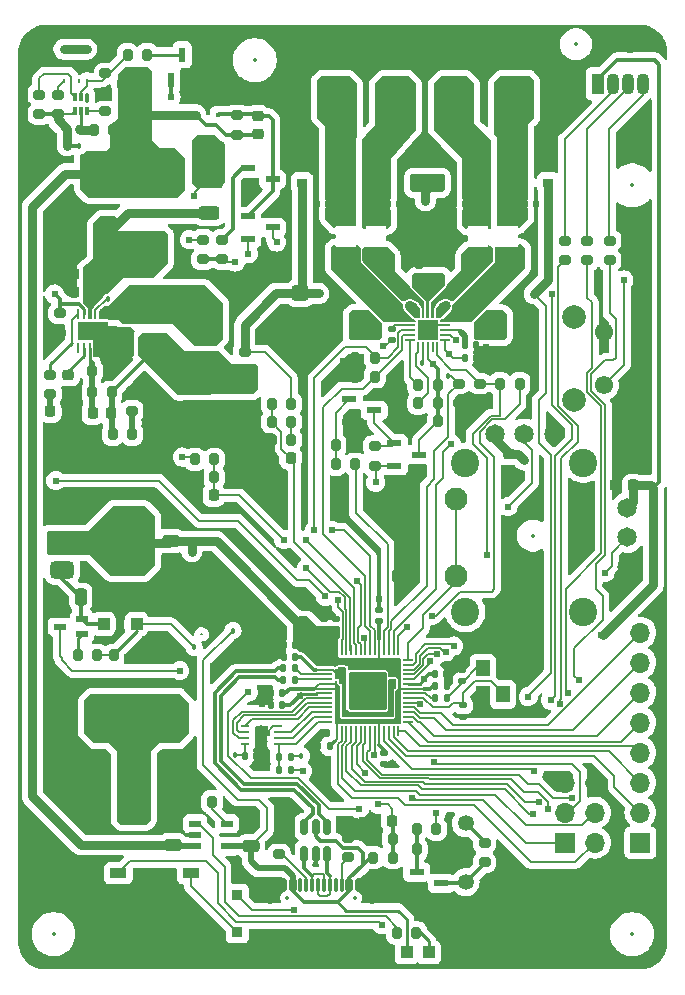
<source format=gbr>
%TF.GenerationSoftware,KiCad,Pcbnew,8.0.6*%
%TF.CreationDate,2024-11-28T22:24:39+00:00*%
%TF.ProjectId,StepUp,53746570-5570-42e6-9b69-6361645f7063,v0.1*%
%TF.SameCoordinates,Original*%
%TF.FileFunction,Copper,L1,Top*%
%TF.FilePolarity,Positive*%
%FSLAX46Y46*%
G04 Gerber Fmt 4.6, Leading zero omitted, Abs format (unit mm)*
G04 Created by KiCad (PCBNEW 8.0.6) date 2024-11-28 22:24:39*
%MOMM*%
%LPD*%
G01*
G04 APERTURE LIST*
G04 Aperture macros list*
%AMRoundRect*
0 Rectangle with rounded corners*
0 $1 Rounding radius*
0 $2 $3 $4 $5 $6 $7 $8 $9 X,Y pos of 4 corners*
0 Add a 4 corners polygon primitive as box body*
4,1,4,$2,$3,$4,$5,$6,$7,$8,$9,$2,$3,0*
0 Add four circle primitives for the rounded corners*
1,1,$1+$1,$2,$3*
1,1,$1+$1,$4,$5*
1,1,$1+$1,$6,$7*
1,1,$1+$1,$8,$9*
0 Add four rect primitives between the rounded corners*
20,1,$1+$1,$2,$3,$4,$5,0*
20,1,$1+$1,$4,$5,$6,$7,0*
20,1,$1+$1,$6,$7,$8,$9,0*
20,1,$1+$1,$8,$9,$2,$3,0*%
G04 Aperture macros list end*
%TA.AperFunction,SMDPad,CuDef*%
%ADD10R,0.863600X0.787400*%
%TD*%
%TA.AperFunction,SMDPad,CuDef*%
%ADD11RoundRect,0.250000X0.312500X0.625000X-0.312500X0.625000X-0.312500X-0.625000X0.312500X-0.625000X0*%
%TD*%
%TA.AperFunction,SMDPad,CuDef*%
%ADD12RoundRect,0.200000X-0.275000X0.200000X-0.275000X-0.200000X0.275000X-0.200000X0.275000X0.200000X0*%
%TD*%
%TA.AperFunction,SMDPad,CuDef*%
%ADD13RoundRect,0.140000X0.170000X-0.140000X0.170000X0.140000X-0.170000X0.140000X-0.170000X-0.140000X0*%
%TD*%
%TA.AperFunction,SMDPad,CuDef*%
%ADD14RoundRect,0.140000X-0.140000X-0.170000X0.140000X-0.170000X0.140000X0.170000X-0.140000X0.170000X0*%
%TD*%
%TA.AperFunction,SMDPad,CuDef*%
%ADD15RoundRect,0.135000X-0.135000X-0.185000X0.135000X-0.185000X0.135000X0.185000X-0.135000X0.185000X0*%
%TD*%
%TA.AperFunction,SMDPad,CuDef*%
%ADD16RoundRect,0.140000X0.140000X0.170000X-0.140000X0.170000X-0.140000X-0.170000X0.140000X-0.170000X0*%
%TD*%
%TA.AperFunction,SMDPad,CuDef*%
%ADD17RoundRect,0.150000X-0.150000X-0.425000X0.150000X-0.425000X0.150000X0.425000X-0.150000X0.425000X0*%
%TD*%
%TA.AperFunction,SMDPad,CuDef*%
%ADD18RoundRect,0.075000X-0.075000X-0.500000X0.075000X-0.500000X0.075000X0.500000X-0.075000X0.500000X0*%
%TD*%
%TA.AperFunction,ComponentPad*%
%ADD19O,1.000000X2.100000*%
%TD*%
%TA.AperFunction,ComponentPad*%
%ADD20O,1.000000X1.800000*%
%TD*%
%TA.AperFunction,SMDPad,CuDef*%
%ADD21RoundRect,0.200000X-0.200000X-0.275000X0.200000X-0.275000X0.200000X0.275000X-0.200000X0.275000X0*%
%TD*%
%TA.AperFunction,SMDPad,CuDef*%
%ADD22RoundRect,0.225000X0.225000X0.250000X-0.225000X0.250000X-0.225000X-0.250000X0.225000X-0.250000X0*%
%TD*%
%TA.AperFunction,SMDPad,CuDef*%
%ADD23RoundRect,0.135000X0.135000X0.185000X-0.135000X0.185000X-0.135000X-0.185000X0.135000X-0.185000X0*%
%TD*%
%TA.AperFunction,SMDPad,CuDef*%
%ADD24RoundRect,0.200000X0.200000X0.275000X-0.200000X0.275000X-0.200000X-0.275000X0.200000X-0.275000X0*%
%TD*%
%TA.AperFunction,SMDPad,CuDef*%
%ADD25RoundRect,0.225000X-0.225000X-0.250000X0.225000X-0.250000X0.225000X0.250000X-0.225000X0.250000X0*%
%TD*%
%TA.AperFunction,SMDPad,CuDef*%
%ADD26R,1.000000X0.550000*%
%TD*%
%TA.AperFunction,SMDPad,CuDef*%
%ADD27R,1.300000X0.600000*%
%TD*%
%TA.AperFunction,SMDPad,CuDef*%
%ADD28RoundRect,0.050000X0.050000X-0.387500X0.050000X0.387500X-0.050000X0.387500X-0.050000X-0.387500X0*%
%TD*%
%TA.AperFunction,SMDPad,CuDef*%
%ADD29RoundRect,0.050000X0.387500X-0.050000X0.387500X0.050000X-0.387500X0.050000X-0.387500X-0.050000X0*%
%TD*%
%TA.AperFunction,ComponentPad*%
%ADD30C,0.600000*%
%TD*%
%TA.AperFunction,SMDPad,CuDef*%
%ADD31RoundRect,0.144000X1.456000X-1.456000X1.456000X1.456000X-1.456000X1.456000X-1.456000X-1.456000X0*%
%TD*%
%TA.AperFunction,SMDPad,CuDef*%
%ADD32R,1.000000X1.000000*%
%TD*%
%TA.AperFunction,SMDPad,CuDef*%
%ADD33R,1.753400X0.912000*%
%TD*%
%TA.AperFunction,SMDPad,CuDef*%
%ADD34RoundRect,0.062500X0.062500X-0.362500X0.062500X0.362500X-0.062500X0.362500X-0.062500X-0.362500X0*%
%TD*%
%TA.AperFunction,HeatsinkPad*%
%ADD35C,0.600000*%
%TD*%
%TA.AperFunction,HeatsinkPad*%
%ADD36R,2.500000X1.600000*%
%TD*%
%TA.AperFunction,SMDPad,CuDef*%
%ADD37R,0.254000X0.355600*%
%TD*%
%TA.AperFunction,SMDPad,CuDef*%
%ADD38RoundRect,0.250000X0.625000X-0.312500X0.625000X0.312500X-0.625000X0.312500X-0.625000X-0.312500X0*%
%TD*%
%TA.AperFunction,SMDPad,CuDef*%
%ADD39RoundRect,0.250000X0.650000X-1.000000X0.650000X1.000000X-0.650000X1.000000X-0.650000X-1.000000X0*%
%TD*%
%TA.AperFunction,SMDPad,CuDef*%
%ADD40RoundRect,0.200000X0.275000X-0.200000X0.275000X0.200000X-0.275000X0.200000X-0.275000X-0.200000X0*%
%TD*%
%TA.AperFunction,SMDPad,CuDef*%
%ADD41RoundRect,0.250000X-0.250000X-0.475000X0.250000X-0.475000X0.250000X0.475000X-0.250000X0.475000X0*%
%TD*%
%TA.AperFunction,SMDPad,CuDef*%
%ADD42RoundRect,0.225000X-0.250000X0.225000X-0.250000X-0.225000X0.250000X-0.225000X0.250000X0.225000X0*%
%TD*%
%TA.AperFunction,SMDPad,CuDef*%
%ADD43RoundRect,0.140000X-0.170000X0.140000X-0.170000X-0.140000X0.170000X-0.140000X0.170000X0.140000X0*%
%TD*%
%TA.AperFunction,SMDPad,CuDef*%
%ADD44RoundRect,0.250000X0.250000X0.475000X-0.250000X0.475000X-0.250000X-0.475000X0.250000X-0.475000X0*%
%TD*%
%TA.AperFunction,SMDPad,CuDef*%
%ADD45R,1.200000X1.400000*%
%TD*%
%TA.AperFunction,SMDPad,CuDef*%
%ADD46RoundRect,0.250000X-0.312500X-0.625000X0.312500X-0.625000X0.312500X0.625000X-0.312500X0.625000X0*%
%TD*%
%TA.AperFunction,SMDPad,CuDef*%
%ADD47RoundRect,0.375000X-0.625000X-0.375000X0.625000X-0.375000X0.625000X0.375000X-0.625000X0.375000X0*%
%TD*%
%TA.AperFunction,SMDPad,CuDef*%
%ADD48RoundRect,0.500000X-0.500000X-1.400000X0.500000X-1.400000X0.500000X1.400000X-0.500000X1.400000X0*%
%TD*%
%TA.AperFunction,SMDPad,CuDef*%
%ADD49O,0.857199X0.204000*%
%TD*%
%TA.AperFunction,SMDPad,CuDef*%
%ADD50O,0.204000X0.857199*%
%TD*%
%TA.AperFunction,SMDPad,CuDef*%
%ADD51R,1.701800X1.701800*%
%TD*%
%TA.AperFunction,SMDPad,CuDef*%
%ADD52RoundRect,0.250000X0.475000X-0.250000X0.475000X0.250000X-0.475000X0.250000X-0.475000X-0.250000X0*%
%TD*%
%TA.AperFunction,SMDPad,CuDef*%
%ADD53RoundRect,0.250000X0.412500X0.925000X-0.412500X0.925000X-0.412500X-0.925000X0.412500X-0.925000X0*%
%TD*%
%TA.AperFunction,SMDPad,CuDef*%
%ADD54R,0.457200X0.406400*%
%TD*%
%TA.AperFunction,SMDPad,CuDef*%
%ADD55R,0.711200X0.254000*%
%TD*%
%TA.AperFunction,SMDPad,CuDef*%
%ADD56R,0.254000X1.651000*%
%TD*%
%TA.AperFunction,SMDPad,CuDef*%
%ADD57R,2.200000X2.150000*%
%TD*%
%TA.AperFunction,SMDPad,CuDef*%
%ADD58RoundRect,0.250000X-0.475000X0.250000X-0.475000X-0.250000X0.475000X-0.250000X0.475000X0.250000X0*%
%TD*%
%TA.AperFunction,SMDPad,CuDef*%
%ADD59R,1.050000X0.600000*%
%TD*%
%TA.AperFunction,SMDPad,CuDef*%
%ADD60R,0.600000X1.300000*%
%TD*%
%TA.AperFunction,SMDPad,CuDef*%
%ADD61R,1.397000X0.889000*%
%TD*%
%TA.AperFunction,SMDPad,CuDef*%
%ADD62RoundRect,0.250000X-0.450000X0.400000X-0.450000X-0.400000X0.450000X-0.400000X0.450000X0.400000X0*%
%TD*%
%TA.AperFunction,SMDPad,CuDef*%
%ADD63RoundRect,0.225000X0.250000X-0.225000X0.250000X0.225000X-0.250000X0.225000X-0.250000X-0.225000X0*%
%TD*%
%TA.AperFunction,SMDPad,CuDef*%
%ADD64R,0.950000X0.900000*%
%TD*%
%TA.AperFunction,SMDPad,CuDef*%
%ADD65RoundRect,0.070000X0.070000X0.355000X-0.070000X0.355000X-0.070000X-0.355000X0.070000X-0.355000X0*%
%TD*%
%TA.AperFunction,SMDPad,CuDef*%
%ADD66RoundRect,0.070000X0.070000X0.305000X-0.070000X0.305000X-0.070000X-0.305000X0.070000X-0.305000X0*%
%TD*%
%TA.AperFunction,SMDPad,CuDef*%
%ADD67RoundRect,0.150000X0.150000X-0.512500X0.150000X0.512500X-0.150000X0.512500X-0.150000X-0.512500X0*%
%TD*%
%TA.AperFunction,SMDPad,CuDef*%
%ADD68RoundRect,0.250000X-0.300000X-0.300000X0.300000X-0.300000X0.300000X0.300000X-0.300000X0.300000X0*%
%TD*%
%TA.AperFunction,ComponentPad*%
%ADD69C,1.550000*%
%TD*%
%TA.AperFunction,ComponentPad*%
%ADD70C,2.000000*%
%TD*%
%TA.AperFunction,ComponentPad*%
%ADD71C,1.350000*%
%TD*%
%TA.AperFunction,ComponentPad*%
%ADD72C,1.650000*%
%TD*%
%TA.AperFunction,ComponentPad*%
%ADD73C,1.950000*%
%TD*%
%TA.AperFunction,ComponentPad*%
%ADD74C,2.400000*%
%TD*%
%TA.AperFunction,ComponentPad*%
%ADD75R,1.070000X1.800000*%
%TD*%
%TA.AperFunction,ComponentPad*%
%ADD76O,1.070000X1.800000*%
%TD*%
%TA.AperFunction,ComponentPad*%
%ADD77R,2.745000X2.745000*%
%TD*%
%TA.AperFunction,ComponentPad*%
%ADD78C,2.745000*%
%TD*%
%TA.AperFunction,ComponentPad*%
%ADD79R,1.700000X1.700000*%
%TD*%
%TA.AperFunction,ComponentPad*%
%ADD80O,1.700000X1.700000*%
%TD*%
%TA.AperFunction,ViaPad*%
%ADD81C,0.610000*%
%TD*%
%TA.AperFunction,ViaPad*%
%ADD82C,0.457200*%
%TD*%
%TA.AperFunction,Conductor*%
%ADD83C,0.152400*%
%TD*%
%TA.AperFunction,Conductor*%
%ADD84C,0.203200*%
%TD*%
%TA.AperFunction,Conductor*%
%ADD85C,0.762000*%
%TD*%
%TA.AperFunction,Conductor*%
%ADD86C,0.304800*%
%TD*%
%TA.AperFunction,Conductor*%
%ADD87C,0.150000*%
%TD*%
%TA.AperFunction,Conductor*%
%ADD88C,0.508000*%
%TD*%
%TA.AperFunction,Conductor*%
%ADD89C,0.254000*%
%TD*%
%TA.AperFunction,Conductor*%
%ADD90C,0.310000*%
%TD*%
%ADD91C,0.300000*%
%ADD92C,0.254000*%
%ADD93C,0.350000*%
%ADD94O,0.600000X1.700000*%
%ADD95O,0.600000X1.400000*%
G04 APERTURE END LIST*
D10*
%TO.P,D3,1*%
%TO.N,VMotor*%
X90477799Y-63478600D03*
%TO.P,D3,2*%
%TO.N,/Motor Driver/OA1_OUT*%
X87175799Y-63478600D03*
%TD*%
D11*
%TO.P,R20,1*%
%TO.N,GND*%
X99572900Y-75550001D03*
%TO.P,R20,2*%
%TO.N,/Motor Driver/BRB*%
X96647900Y-75550001D03*
%TD*%
D12*
%TO.P,R33,1*%
%TO.N,Net-(Q4-D)*%
X74950000Y-57775000D03*
%TO.P,R33,2*%
%TO.N,/Power/VBAT_PACK_POS*%
X74950000Y-59425000D03*
%TD*%
D13*
%TO.P,C10,1*%
%TO.N,+3V3*%
X87000000Y-100580000D03*
%TO.P,C10,2*%
%TO.N,GND*%
X87000000Y-99620000D03*
%TD*%
D14*
%TO.P,C5,1*%
%TO.N,+1V1*%
X91720000Y-105100000D03*
%TO.P,C5,2*%
%TO.N,GND*%
X92680000Y-105100000D03*
%TD*%
D15*
%TO.P,R6,1*%
%TO.N,USB_D+*%
X78860000Y-105612500D03*
%TO.P,R6,2*%
%TO.N,Net-(U3-USB_DP)*%
X79880000Y-105612500D03*
%TD*%
D16*
%TO.P,C8,1*%
%TO.N,+3V3*%
X79850000Y-102600000D03*
%TO.P,C8,2*%
%TO.N,GND*%
X78890000Y-102600000D03*
%TD*%
D17*
%TO.P,J1,A1,GND*%
%TO.N,GND*%
X78858000Y-122950000D03*
%TO.P,J1,A4,VBUS*%
%TO.N,V_USB*%
X79658000Y-122950000D03*
D18*
%TO.P,J1,A5,CC1*%
%TO.N,Net-(J1-CC1)*%
X80808000Y-122950000D03*
%TO.P,J1,A6,D+*%
%TO.N,USB_D+_IN*%
X81808000Y-122950000D03*
%TO.P,J1,A7,D-*%
%TO.N,USB_D-_IN*%
X82308000Y-122950000D03*
%TO.P,J1,A8,SBU1*%
%TO.N,unconnected-(J1-SBU1-PadA8)*%
X83308000Y-122950000D03*
D17*
%TO.P,J1,A9,VBUS*%
%TO.N,V_USB*%
X84458000Y-122950000D03*
%TO.P,J1,A12,GND*%
%TO.N,GND*%
X85258000Y-122950000D03*
%TO.P,J1,B1,GND*%
X85258000Y-122950000D03*
%TO.P,J1,B4,VBUS*%
%TO.N,V_USB*%
X84458000Y-122950000D03*
D18*
%TO.P,J1,B5,CC2*%
%TO.N,Net-(J1-CC2)*%
X83808000Y-122950000D03*
%TO.P,J1,B6,D+*%
%TO.N,USB_D+_IN*%
X82808000Y-122950000D03*
%TO.P,J1,B7,D-*%
%TO.N,USB_D-_IN*%
X81308000Y-122950000D03*
%TO.P,J1,B8,SBU2*%
%TO.N,unconnected-(J1-SBU2-PadB8)*%
X80308000Y-122950000D03*
D17*
%TO.P,J1,B9,VBUS*%
%TO.N,V_USB*%
X79658000Y-122950000D03*
%TO.P,J1,B12,GND*%
%TO.N,GND*%
X78858000Y-122950000D03*
D19*
%TO.P,J1,S1,SHIELD*%
X77738000Y-123525000D03*
D20*
X77738000Y-127705000D03*
D19*
X86378000Y-123525000D03*
D20*
X86378000Y-127705000D03*
%TD*%
D14*
%TO.P,C19,1*%
%TO.N,Net-(U4-1.8VOUT)*%
X94237000Y-77249000D03*
%TO.P,C19,2*%
%TO.N,GND*%
X95197000Y-77249000D03*
%TD*%
D21*
%TO.P,R40,1*%
%TO.N,GND*%
X71375000Y-88424000D03*
%TO.P,R40,2*%
%TO.N,VBAT_MONITOR*%
X73025000Y-88424000D03*
%TD*%
D14*
%TO.P,C18,1*%
%TO.N,/Motor Driver/TMC_VCC_IO*%
X94220000Y-78300000D03*
%TO.P,C18,2*%
%TO.N,GND*%
X95180000Y-78300000D03*
%TD*%
D12*
%TO.P,R32,1*%
%TO.N,VMotor*%
X75600000Y-77775000D03*
%TO.P,R32,2*%
%TO.N,BOOST_VOUT*%
X75600000Y-79425000D03*
%TD*%
D22*
%TO.P,C41,1*%
%TO.N,+3V3*%
X108475000Y-89100000D03*
%TO.P,C41,2*%
%TO.N,GND*%
X106925000Y-89100000D03*
%TD*%
D12*
%TO.P,R10,1*%
%TO.N,Net-(Q1-G)*%
X86600000Y-85775000D03*
%TO.P,R10,2*%
%TO.N,+3V3*%
X86600000Y-87425000D03*
%TD*%
D23*
%TO.P,R2,1*%
%TO.N,+3V3*%
X79510000Y-112100000D03*
%TO.P,R2,2*%
%TO.N,/MCU/QSPI_SS*%
X78490000Y-112100000D03*
%TD*%
D24*
%TO.P,R28,1*%
%TO.N,Net-(U7-OVP)*%
X66067000Y-84760000D03*
%TO.P,R28,2*%
%TO.N,BOOST_VOUT*%
X64417000Y-84760000D03*
%TD*%
D15*
%TO.P,R5,1*%
%TO.N,/MCU/XOUT*%
X91712000Y-107135000D03*
%TO.P,R5,2*%
%TO.N,Net-(C2-Pad1)*%
X92732000Y-107135000D03*
%TD*%
%TO.P,R7,1*%
%TO.N,USB_D-*%
X78860000Y-104600000D03*
%TO.P,R7,2*%
%TO.N,Net-(U3-USB_DM)*%
X79880000Y-104600000D03*
%TD*%
D10*
%TO.P,D8,1*%
%TO.N,/Motor Driver/OB1_OUT*%
X94935400Y-61192600D03*
%TO.P,D8,2*%
%TO.N,GND*%
X91633400Y-61192600D03*
%TD*%
%TO.P,D10,1*%
%TO.N,/Motor Driver/OB2_OUT*%
X97983400Y-61192600D03*
%TO.P,D10,2*%
%TO.N,GND*%
X101285400Y-61192600D03*
%TD*%
D25*
%TO.P,C38,1*%
%TO.N,GND*%
X77928000Y-86768000D03*
%TO.P,C38,2*%
%TO.N,VMOTOR_MONITOR*%
X79478000Y-86768000D03*
%TD*%
D13*
%TO.P,C15,1*%
%TO.N,VMotor*%
X88025000Y-76779000D03*
%TO.P,C15,2*%
%TO.N,Net-(U4-VCP)*%
X88025000Y-75819000D03*
%TD*%
D10*
%TO.P,D7,1*%
%TO.N,VMotor*%
X91633400Y-63478600D03*
%TO.P,D7,2*%
%TO.N,/Motor Driver/OB1_OUT*%
X94935400Y-63478600D03*
%TD*%
D24*
%TO.P,R8,1*%
%TO.N,~{TMC_STBDY}*%
X84950000Y-87300000D03*
%TO.P,R8,2*%
%TO.N,Net-(Q2-G)*%
X83300000Y-87300000D03*
%TD*%
%TO.P,R31,1*%
%TO.N,GND*%
X64329000Y-79428000D03*
%TO.P,R31,2*%
%TO.N,Net-(U7-FB)*%
X62679000Y-79428000D03*
%TD*%
D12*
%TO.P,R4,1*%
%TO.N,GND*%
X84350000Y-118925000D03*
%TO.P,R4,2*%
%TO.N,Net-(J1-CC2)*%
X84350000Y-120575000D03*
%TD*%
%TO.P,R48,1*%
%TO.N,GND*%
X63800000Y-52575000D03*
%TO.P,R48,2*%
%TO.N,Net-(U8-G2)*%
X63800000Y-54225000D03*
%TD*%
D22*
%TO.P,C28,1*%
%TO.N,BOOST_VIN*%
X62667000Y-72734000D03*
%TO.P,C28,2*%
%TO.N,GND*%
X61117000Y-72734000D03*
%TD*%
D26*
%TO.P,Q3,1,G*%
%TO.N,Net-(Q3-G)*%
X61822000Y-101714000D03*
%TO.P,Q3,2,S*%
%TO.N,Net-(D11-K)*%
X61822000Y-100414000D03*
%TO.P,Q3,3,D*%
%TO.N,Vbat*%
X59922000Y-101064000D03*
%TD*%
D27*
%TO.P,D13,1*%
%TO.N,Net-(Q4-D)*%
X75850000Y-66300000D03*
%TO.P,D13,2*%
%TO.N,MCU_PWR_BTN*%
X75850000Y-68200000D03*
%TO.P,D13,3*%
%TO.N,Net-(D13-Pad3)*%
X77950000Y-67250000D03*
%TD*%
D28*
%TO.P,U3,1,IOVDD*%
%TO.N,+3V3*%
X83405000Y-109936500D03*
%TO.P,U3,2,GPIO0*%
%TO.N,/MCU/UART_0_TX*%
X83805000Y-109936500D03*
%TO.P,U3,3,GPIO1*%
%TO.N,/MCU/UART_0_RX*%
X84205000Y-109936500D03*
%TO.P,U3,4,GPIO2*%
%TO.N,/MCU/GPIO2*%
X84605000Y-109936500D03*
%TO.P,U3,5,GPIO3*%
%TO.N,MCU_LED_STATUS_1*%
X85005000Y-109936500D03*
%TO.P,U3,6,GPIO4*%
%TO.N,VUSB_MONITOR*%
X85405000Y-109936500D03*
%TO.P,U3,7,GPIO5*%
%TO.N,MCU_LED_STATUS_2*%
X85805000Y-109936500D03*
%TO.P,U3,8,GPIO6*%
%TO.N,MCU_LED_STATUS_3*%
X86205000Y-109936500D03*
%TO.P,U3,9,GPIO7*%
%TO.N,MCU_PWR_CTRL*%
X86605000Y-109936500D03*
%TO.P,U3,10,IOVDD*%
%TO.N,+3V3*%
X87005000Y-109936500D03*
%TO.P,U3,11,GPIO8*%
%TO.N,MCU_PWR_BTN*%
X87405000Y-109936500D03*
%TO.P,U3,12,GPIO9*%
%TO.N,/MCU/GPIO9*%
X87805000Y-109936500D03*
%TO.P,U3,13,GPIO10*%
%TO.N,/MCU/GPIO10*%
X88205000Y-109936500D03*
%TO.P,U3,14,GPIO11*%
%TO.N,/MCU/GPIO11*%
X88605000Y-109936500D03*
D29*
%TO.P,U3,15,GPIO12*%
%TO.N,/MCU/GPIO12*%
X89442500Y-109099000D03*
%TO.P,U3,16,GPIO13*%
%TO.N,/MCU/GPIO13*%
X89442500Y-108699000D03*
%TO.P,U3,17,GPIO14*%
%TO.N,/MCU/GPIO14*%
X89442500Y-108299000D03*
%TO.P,U3,18,GPIO15*%
%TO.N,/MCU/GPIO15*%
X89442500Y-107899000D03*
%TO.P,U3,19,TESTEN*%
%TO.N,GND*%
X89442500Y-107499000D03*
%TO.P,U3,20,XIN*%
%TO.N,/MCU/XIN*%
X89442500Y-107099000D03*
%TO.P,U3,21,XOUT*%
%TO.N,/MCU/XOUT*%
X89442500Y-106699000D03*
%TO.P,U3,22,IOVDD*%
%TO.N,+3V3*%
X89442500Y-106299000D03*
%TO.P,U3,23,DVDD*%
%TO.N,+1V1*%
X89442500Y-105899000D03*
%TO.P,U3,24,SWCLK*%
%TO.N,/MCU/SWCLK*%
X89442500Y-105499000D03*
%TO.P,U3,25,SWD*%
%TO.N,/MCU/SWD*%
X89442500Y-105099000D03*
%TO.P,U3,26,RUN*%
%TO.N,/MCU/RUN*%
X89442500Y-104699000D03*
%TO.P,U3,27,GPIO16*%
%TO.N,BUZZER*%
X89442500Y-104299000D03*
%TO.P,U3,28,GPIO17*%
%TO.N,JOY_MCU_BTN*%
X89442500Y-103899000D03*
D28*
%TO.P,U3,29,GPIO18*%
%TO.N,MCU_BOOST_EN*%
X88605000Y-103061500D03*
%TO.P,U3,30,GPIO19*%
%TO.N,TMC_DIAG*%
X88205000Y-103061500D03*
%TO.P,U3,31,GPIO20*%
%TO.N,TMC_EN*%
X87805000Y-103061500D03*
%TO.P,U3,32,GPIO21*%
%TO.N,~{TMC_STBDY}*%
X87405000Y-103061500D03*
%TO.P,U3,33,IOVDD*%
%TO.N,+3V3*%
X87005000Y-103061500D03*
%TO.P,U3,34,GPIO22*%
%TO.N,TMC_DIR*%
X86605000Y-103061500D03*
%TO.P,U3,35,GPIO23*%
%TO.N,TMC_STEP*%
X86205000Y-103061500D03*
%TO.P,U3,36,GPIO24*%
%TO.N,TMC_UART_TX*%
X85805000Y-103061500D03*
%TO.P,U3,37,GPIO25*%
%TO.N,TMC_UART_RX*%
X85405000Y-103061500D03*
%TO.P,U3,38,GPIO26_ADC0*%
%TO.N,VBAT_MONITOR*%
X85005000Y-103061500D03*
%TO.P,U3,39,GPIO27_ADC1*%
%TO.N,VMOTOR_MONITOR*%
X84605000Y-103061500D03*
%TO.P,U3,40,GPIO28_ADC2*%
%TO.N,JOY_AXIS_MCU_V*%
X84205000Y-103061500D03*
%TO.P,U3,41,GPIO29_ADC3*%
%TO.N,JOY_AXIS_MCU_H*%
X83805000Y-103061500D03*
%TO.P,U3,42,IOVDD*%
%TO.N,+3V3*%
X83405000Y-103061500D03*
D29*
%TO.P,U3,43,ADC_AVDD*%
X82567500Y-103899000D03*
%TO.P,U3,44,VREG_IN*%
X82567500Y-104299000D03*
%TO.P,U3,45,VREG_VOUT*%
%TO.N,+1V1*%
X82567500Y-104699000D03*
%TO.P,U3,46,USB_DM*%
%TO.N,Net-(U3-USB_DM)*%
X82567500Y-105099000D03*
%TO.P,U3,47,USB_DP*%
%TO.N,Net-(U3-USB_DP)*%
X82567500Y-105499000D03*
%TO.P,U3,48,USB_VDD*%
%TO.N,+3V3*%
X82567500Y-105899000D03*
%TO.P,U3,49,IOVDD*%
X82567500Y-106299000D03*
%TO.P,U3,50,DVDD*%
%TO.N,+1V1*%
X82567500Y-106699000D03*
%TO.P,U3,51,QSPI_SD3*%
%TO.N,/MCU/QSPI_SD3*%
X82567500Y-107099000D03*
%TO.P,U3,52,QSPI_SCLK*%
%TO.N,/MCU/QSPI_SCLK*%
X82567500Y-107499000D03*
%TO.P,U3,53,QSPI_SD0*%
%TO.N,/MCU/QSPI_SD0*%
X82567500Y-107899000D03*
%TO.P,U3,54,QSPI_SD2*%
%TO.N,/MCU/QSPI_SD2*%
X82567500Y-108299000D03*
%TO.P,U3,55,QSPI_SD1*%
%TO.N,/MCU/QSPI_SD1*%
X82567500Y-108699000D03*
%TO.P,U3,56,QSPI_SS*%
%TO.N,/MCU/QSPI_SS*%
X82567500Y-109099000D03*
D30*
%TO.P,U3,57,GND*%
%TO.N,GND*%
X84730000Y-107774000D03*
X86005000Y-107774000D03*
X87280000Y-107774000D03*
X84730000Y-106499000D03*
X86005000Y-106499000D03*
D31*
X86005000Y-106499000D03*
D30*
X87280000Y-106499000D03*
X84730000Y-105224000D03*
X86005000Y-105224000D03*
X87280000Y-105224000D03*
%TD*%
D21*
%TO.P,R26,1*%
%TO.N,Net-(U6-STAT)*%
X88475000Y-127000000D03*
%TO.P,R26,2*%
%TO.N,Net-(LED1-K)*%
X90125000Y-127000000D03*
%TD*%
D12*
%TO.P,R3,1*%
%TO.N,GND*%
X78500000Y-118675000D03*
%TO.P,R3,2*%
%TO.N,Net-(J1-CC1)*%
X78500000Y-120325000D03*
%TD*%
D16*
%TO.P,C7,1*%
%TO.N,+3V3*%
X78740500Y-106700000D03*
%TO.P,C7,2*%
%TO.N,GND*%
X77780500Y-106700000D03*
%TD*%
%TO.P,C36,1*%
%TO.N,Net-(U9-BAT)*%
X61530000Y-58900000D03*
%TO.P,C36,2*%
%TO.N,/Power/VBAT_PACK_NEG*%
X60570000Y-58900000D03*
%TD*%
D21*
%TO.P,R24,1*%
%TO.N,GND*%
X71175000Y-115900000D03*
%TO.P,R24,2*%
%TO.N,Net-(U6-PROG)*%
X72825000Y-115900000D03*
%TD*%
D16*
%TO.P,C6,1*%
%TO.N,+1V1*%
X79850000Y-103600000D03*
%TO.P,C6,2*%
%TO.N,GND*%
X78890000Y-103600000D03*
%TD*%
D32*
%TO.P,LED1,1,K*%
%TO.N,Net-(LED1-K)*%
X91200000Y-128650000D03*
%TO.P,LED1,2,A*%
%TO.N,V_USB*%
X89300000Y-128650000D03*
%TD*%
D21*
%TO.P,R45,1*%
%TO.N,GND*%
X86475000Y-119020000D03*
%TO.P,R45,2*%
%TO.N,VUSB_MONITOR*%
X88125000Y-119020000D03*
%TD*%
%TO.P,R30,1*%
%TO.N,Net-(U7-FB)*%
X62679000Y-81206000D03*
%TO.P,R30,2*%
%TO.N,BOOST_VOUT*%
X64329000Y-81206000D03*
%TD*%
D12*
%TO.P,R27,1*%
%TO.N,Net-(U7-COMP)*%
X59150000Y-79725000D03*
%TO.P,R27,2*%
%TO.N,Net-(C32-Pad1)*%
X59150000Y-81375000D03*
%TD*%
D33*
%TO.P,L1,1,1*%
%TO.N,/Motor Driver/OA1_OUT*%
X86680400Y-66661201D03*
%TO.P,L1,2,2*%
%TO.N,OA1*%
X86680400Y-69452801D03*
%TD*%
D13*
%TO.P,C13,1*%
%TO.N,+3V3*%
X83350000Y-101380000D03*
%TO.P,C13,2*%
%TO.N,GND*%
X83350000Y-100420000D03*
%TD*%
D10*
%TO.P,D4,1*%
%TO.N,/Motor Driver/OA1_OUT*%
X87175799Y-61192600D03*
%TO.P,D4,2*%
%TO.N,GND*%
X90477799Y-61192600D03*
%TD*%
D27*
%TO.P,Q4,1,G*%
%TO.N,Net-(Q4-G)*%
X75850000Y-62250000D03*
%TO.P,Q4,2,S*%
%TO.N,GND*%
X75850000Y-64150000D03*
%TO.P,Q4,3,D*%
%TO.N,Net-(Q4-D)*%
X77950000Y-63200000D03*
%TD*%
D34*
%TO.P,U7,1,NC*%
%TO.N,unconnected-(U7-NC-Pad1)*%
X61461000Y-77455000D03*
%TO.P,U7,2,SS*%
%TO.N,Net-(U7-SS)*%
X61961000Y-77455000D03*
%TO.P,U7,3,FB*%
%TO.N,Net-(U7-FB)*%
X62461000Y-77455000D03*
%TO.P,U7,4,AGND*%
%TO.N,GND*%
X62961000Y-77455000D03*
%TO.P,U7,5,PGND*%
X63461000Y-77455000D03*
%TO.P,U7,6,PGND*%
X63961000Y-77455000D03*
%TO.P,U7,7,SW*%
%TO.N,Net-(D12-A)*%
X63961000Y-74605000D03*
%TO.P,U7,8,SW*%
X63461000Y-74605000D03*
%TO.P,U7,9,OVP*%
%TO.N,Net-(U7-OVP)*%
X62961000Y-74605000D03*
%TO.P,U7,10,VIN*%
%TO.N,BOOST_VIN*%
X62461000Y-74605000D03*
%TO.P,U7,11,EN*%
%TO.N,MCU_BOOST_EN*%
X61961000Y-74605000D03*
%TO.P,U7,12,COMP*%
%TO.N,Net-(U7-COMP)*%
X61461000Y-74605000D03*
D35*
%TO.P,U7,13,PGND*%
%TO.N,GND*%
X61761000Y-76530000D03*
X62711000Y-76530000D03*
X63661000Y-76530000D03*
D36*
X62711000Y-76030000D03*
D35*
X61761000Y-75530000D03*
X62711000Y-75530000D03*
X63661000Y-75530000D03*
%TD*%
D37*
%TO.P,U8,1,S1*%
%TO.N,Net-(U8-S1)*%
X60275001Y-54820800D03*
%TO.P,U8,2,G1*%
%TO.N,Net-(U8-G1)*%
X60924999Y-54820800D03*
%TO.P,U8,3,S2*%
%TO.N,GND*%
X61575001Y-54820800D03*
%TO.P,U8,4,G2*%
%TO.N,Net-(U8-G2)*%
X62224999Y-54820800D03*
%TO.P,U8,5,D*%
%TO.N,Net-(U8-D-Pad5)*%
X62224999Y-52179200D03*
%TO.P,U8,6,D*%
X61575001Y-52179200D03*
%TO.P,U8,7,D*%
X60924999Y-52179200D03*
%TO.P,U8,8,D*%
X60275001Y-52179200D03*
%TD*%
D14*
%TO.P,C3,1*%
%TO.N,+3V3*%
X75598000Y-112048000D03*
%TO.P,C3,2*%
%TO.N,GND*%
X76558000Y-112048000D03*
%TD*%
D13*
%TO.P,C14,1*%
%TO.N,+3V3*%
X82334000Y-101380000D03*
%TO.P,C14,2*%
%TO.N,GND*%
X82334000Y-100420000D03*
%TD*%
D12*
%TO.P,R34,1*%
%TO.N,Net-(Q4-G)*%
X73700000Y-68325000D03*
%TO.P,R34,2*%
%TO.N,MCU_PWR_CTRL*%
X73700000Y-69975000D03*
%TD*%
D24*
%TO.P,R14,1*%
%TO.N,/Motor Driver/TMC_VCC_IO*%
X91925000Y-83648000D03*
%TO.P,R14,2*%
%TO.N,GND*%
X90275000Y-83648000D03*
%TD*%
D12*
%TO.P,R37,1*%
%TO.N,Net-(U8-S1)*%
X59750000Y-56025000D03*
%TO.P,R37,2*%
%TO.N,/Power/VBAT_PACK_NEG*%
X59750000Y-57675000D03*
%TD*%
D33*
%TO.P,L4,1,1*%
%TO.N,/Motor Driver/OB2_OUT*%
X97856400Y-66661201D03*
%TO.P,L4,2,2*%
%TO.N,OB2*%
X97856400Y-69452801D03*
%TD*%
D24*
%TO.P,R43,2*%
%TO.N,GND*%
X77875000Y-85244000D03*
%TO.P,R43,1*%
%TO.N,Net-(R42-Pad2)*%
X79525000Y-85244000D03*
%TD*%
D25*
%TO.P,C32,1*%
%TO.N,Net-(C32-Pad1)*%
X59137000Y-82836000D03*
%TO.P,C32,2*%
%TO.N,GND*%
X60687000Y-82836000D03*
%TD*%
D38*
%TO.P,R23,1*%
%TO.N,BOOST_VIN*%
X72550000Y-66062500D03*
%TO.P,R23,2*%
%TO.N,Vbat*%
X72550000Y-63137500D03*
%TD*%
D24*
%TO.P,R13,1*%
%TO.N,TMC_DIR*%
X86625000Y-78300000D03*
%TO.P,R13,2*%
%TO.N,GND*%
X84975000Y-78300000D03*
%TD*%
D16*
%TO.P,C20,1*%
%TO.N,GND*%
X88655000Y-65289000D03*
%TO.P,C20,2*%
%TO.N,/Motor Driver/OA1_OUT*%
X87695000Y-65289000D03*
%TD*%
%TO.P,C4,1*%
%TO.N,+1V1*%
X78740500Y-107716000D03*
%TO.P,C4,2*%
%TO.N,GND*%
X77780500Y-107716000D03*
%TD*%
D25*
%TO.P,C39,1*%
%TO.N,GND*%
X86525000Y-117500000D03*
%TO.P,C39,2*%
%TO.N,VUSB_MONITOR*%
X88075000Y-117500000D03*
%TD*%
D12*
%TO.P,R51,1*%
%TO.N,Net-(D14-BK)*%
X106500000Y-68375000D03*
%TO.P,R51,2*%
%TO.N,MCU_LED_STATUS_3*%
X106500000Y-70025000D03*
%TD*%
D39*
%TO.P,D12,1,K*%
%TO.N,BOOST_VOUT*%
X72342000Y-79410000D03*
%TO.P,D12,2,A*%
%TO.N,Net-(D12-A)*%
X72342000Y-75410000D03*
%TD*%
D12*
%TO.P,R50,1*%
%TO.N,Net-(D14-GK)*%
X104600000Y-68375000D03*
%TO.P,R50,2*%
%TO.N,MCU_LED_STATUS_2*%
X104600000Y-70025000D03*
%TD*%
D40*
%TO.P,R54,1*%
%TO.N,Net-(Q7-D)*%
X95900000Y-121025000D03*
%TO.P,R54,2*%
%TO.N,Net-(JP2-C)*%
X95900000Y-119375000D03*
%TD*%
D13*
%TO.P,C2,1*%
%TO.N,Net-(C2-Pad1)*%
X94000000Y-105680000D03*
%TO.P,C2,2*%
%TO.N,GND*%
X94000000Y-104720000D03*
%TD*%
D41*
%TO.P,C24,1*%
%TO.N,Net-(D11-K)*%
X61700000Y-98550000D03*
%TO.P,C24,2*%
%TO.N,GND*%
X63600000Y-98550000D03*
%TD*%
D42*
%TO.P,C31,1*%
%TO.N,Net-(U7-SS)*%
X60674000Y-79775000D03*
%TO.P,C31,2*%
%TO.N,GND*%
X60674000Y-81325000D03*
%TD*%
D43*
%TO.P,C1,1*%
%TO.N,/MCU/XIN*%
X94100000Y-107720000D03*
%TO.P,C1,2*%
%TO.N,GND*%
X94100000Y-108680000D03*
%TD*%
D33*
%TO.P,L2,1,1*%
%TO.N,/Motor Driver/OA2_OUT*%
X84140400Y-66661201D03*
%TO.P,L2,2,2*%
%TO.N,OA2*%
X84140400Y-69452801D03*
%TD*%
D24*
%TO.P,R12,1*%
%TO.N,TMC_STEP*%
X86625000Y-79900000D03*
%TO.P,R12,2*%
%TO.N,GND*%
X84975000Y-79900000D03*
%TD*%
D16*
%TO.P,C9,1*%
%TO.N,+3V3*%
X82780000Y-111200000D03*
%TO.P,C9,2*%
%TO.N,GND*%
X81820000Y-111200000D03*
%TD*%
D44*
%TO.P,C34,1*%
%TO.N,BOOST_VOUT*%
X67292000Y-77210000D03*
%TO.P,C34,2*%
%TO.N,GND*%
X65392000Y-77210000D03*
%TD*%
D24*
%TO.P,R16,1*%
%TO.N,/Motor Driver/TMC_VCC_IO*%
X91925000Y-80600000D03*
%TO.P,R16,2*%
%TO.N,/Motor Driver/TMC_MS1{slash}AD0*%
X90275000Y-80600000D03*
%TD*%
D14*
%TO.P,C23,1*%
%TO.N,/Motor Driver/OB2_OUT*%
X99340000Y-65256600D03*
%TO.P,C23,2*%
%TO.N,GND*%
X100300000Y-65256600D03*
%TD*%
D45*
%TO.P,Y1,1,1*%
%TO.N,/MCU/XIN*%
X97450000Y-106800000D03*
%TO.P,Y1,2,2*%
%TO.N,GND*%
X97450000Y-104600000D03*
%TO.P,Y1,3,3*%
%TO.N,Net-(C2-Pad1)*%
X95750000Y-104600000D03*
%TO.P,Y1,4,4*%
%TO.N,GND*%
X95750000Y-106800000D03*
%TD*%
D21*
%TO.P,R17,1*%
%TO.N,TMC_UART_RX*%
X97225000Y-80500000D03*
%TO.P,R17,2*%
%TO.N,TMC_UART_TX*%
X98875000Y-80500000D03*
%TD*%
D46*
%TO.P,R19,1*%
%TO.N,GND*%
X82423900Y-75550001D03*
%TO.P,R19,2*%
%TO.N,/Motor Driver/BRA*%
X85348900Y-75550001D03*
%TD*%
D16*
%TO.P,C21,1*%
%TO.N,/Motor Driver/OA2_OUT*%
X82655000Y-65256600D03*
%TO.P,C21,2*%
%TO.N,GND*%
X81695000Y-65256600D03*
%TD*%
D47*
%TO.P,U5,1,GND*%
%TO.N,GND*%
X60150000Y-91650000D03*
%TO.P,U5,2,VO*%
%TO.N,+3V3*%
X60150000Y-93950000D03*
D48*
X66450000Y-93950000D03*
D47*
%TO.P,U5,3,VI*%
%TO.N,Net-(D11-K)*%
X60150000Y-96250000D03*
%TD*%
D15*
%TO.P,R1,1*%
%TO.N,/MCU/QSPI_SS*%
X78490000Y-113200000D03*
%TO.P,R1,2*%
%TO.N,/MCU/~{USB_BOOT}*%
X79510000Y-113200000D03*
%TD*%
D14*
%TO.P,C12,1*%
%TO.N,+3V3*%
X91742000Y-106100000D03*
%TO.P,C12,2*%
%TO.N,GND*%
X92702000Y-106100000D03*
%TD*%
D21*
%TO.P,R42,2*%
%TO.N,Net-(R42-Pad2)*%
X79525000Y-83720000D03*
%TO.P,R42,1*%
%TO.N,VMOTOR_MONITOR*%
X77875000Y-83720000D03*
%TD*%
D49*
%TO.P,U4,1,OA2*%
%TO.N,OA2*%
X89630000Y-75149999D03*
%TO.P,U4,2,VCP*%
%TO.N,Net-(U4-VCP)*%
X89630000Y-75550001D03*
%TO.P,U4,3,DIR*%
%TO.N,TMC_DIR*%
X89630000Y-75950000D03*
%TO.P,U4,4,STEP*%
%TO.N,TMC_STEP*%
X89630000Y-76349999D03*
%TO.P,U4,5,MS1_AD0*%
%TO.N,/Motor Driver/TMC_MS1{slash}AD0*%
X89630000Y-76750001D03*
D50*
%TO.P,U4,6,MS2_AD1*%
%TO.N,/Motor Driver/TMC_MS2{slash}AD1*%
X90299999Y-77420000D03*
%TO.P,U4,7,EN*%
%TO.N,TMC_EN*%
X90700001Y-77420000D03*
%TO.P,U4,8,STEPPER*%
%TO.N,/Motor Driver/TMC_VCC_IO*%
X91100000Y-77420000D03*
%TO.P,U4,9,MODE*%
%TO.N,GND*%
X91499999Y-77420000D03*
%TO.P,U4,10,PDN_UART*%
%TO.N,TMC_UART_RX*%
X91900001Y-77420000D03*
D49*
%TO.P,U4,11,VIO/NSTDBY*%
%TO.N,/Motor Driver/TMC_VCC_IO*%
X92570000Y-76750001D03*
%TO.P,U4,12,DIAG*%
%TO.N,TMC_DIAG*%
X92570000Y-76349999D03*
%TO.P,U4,13,1.8VOUT*%
%TO.N,Net-(U4-1.8VOUT)*%
X92570000Y-75950000D03*
%TO.P,U4,14,GND*%
%TO.N,GND*%
X92570000Y-75550001D03*
%TO.P,U4,15,OB2*%
%TO.N,OB2*%
X92570000Y-75149999D03*
D50*
%TO.P,U4,16,BRB*%
%TO.N,/Motor Driver/BRB*%
X91900001Y-74480000D03*
%TO.P,U4,17,OB1*%
%TO.N,OB1*%
X91499999Y-74480000D03*
%TO.P,U4,18,VS*%
%TO.N,VMotor*%
X91100000Y-74480000D03*
%TO.P,U4,19,OA1*%
%TO.N,OA1*%
X90700001Y-74480000D03*
%TO.P,U4,20,BRA*%
%TO.N,/Motor Driver/BRA*%
X90299999Y-74480000D03*
D51*
%TO.P,U4,21,EPAD*%
%TO.N,GND*%
X91100000Y-75950000D03*
%TD*%
D12*
%TO.P,R11,1*%
%TO.N,TMC_EN*%
X93700000Y-80475000D03*
%TO.P,R11,2*%
%TO.N,GND*%
X93700000Y-82125000D03*
%TD*%
D21*
%TO.P,R41,1*%
%TO.N,VMOTOR_MONITOR*%
X77875000Y-82200000D03*
%TO.P,R41,2*%
%TO.N,VMotor*%
X79525000Y-82200000D03*
%TD*%
D52*
%TO.P,C30,1*%
%TO.N,/Power/VBAT_PACK_POS*%
X69500000Y-119550000D03*
%TO.P,C30,2*%
%TO.N,GND*%
X69500000Y-117650000D03*
%TD*%
D53*
%TO.P,C25,1*%
%TO.N,BOOST_VIN*%
X63487500Y-68250000D03*
%TO.P,C25,2*%
%TO.N,GND*%
X60412500Y-68250000D03*
%TD*%
D24*
%TO.P,R15,1*%
%TO.N,/Motor Driver/TMC_VCC_IO*%
X91925000Y-82124000D03*
%TO.P,R15,2*%
%TO.N,/Motor Driver/TMC_MS2{slash}AD1*%
X90275000Y-82124000D03*
%TD*%
D10*
%TO.P,D9,1*%
%TO.N,VMotor*%
X101285400Y-63478600D03*
%TO.P,D9,2*%
%TO.N,/Motor Driver/OB2_OUT*%
X97983400Y-63478600D03*
%TD*%
D21*
%TO.P,R36,1*%
%TO.N,Net-(U9-BAT)*%
X62825000Y-59000000D03*
%TO.P,R36,2*%
%TO.N,/Power/VBAT_PACK_POS*%
X64475000Y-59000000D03*
%TD*%
D25*
%TO.P,C37,1*%
%TO.N,GND*%
X71428000Y-89944000D03*
%TO.P,C37,2*%
%TO.N,VBAT_MONITOR*%
X72978000Y-89944000D03*
%TD*%
D12*
%TO.P,R38,1*%
%TO.N,Net-(U8-G1)*%
X58200000Y-56025000D03*
%TO.P,R38,2*%
%TO.N,/Power/VBAT_PACK_NEG*%
X58200000Y-57675000D03*
%TD*%
%TO.P,R49,1*%
%TO.N,Net-(D14-RK)*%
X102700000Y-68375000D03*
%TO.P,R49,2*%
%TO.N,MCU_LED_STATUS_1*%
X102700000Y-70025000D03*
%TD*%
D52*
%TO.P,C29,1*%
%TO.N,+3V3*%
X69342000Y-93810000D03*
%TO.P,C29,2*%
%TO.N,GND*%
X69342000Y-91910000D03*
%TD*%
D13*
%TO.P,C17,1*%
%TO.N,VMotor*%
X90376001Y-71458001D03*
%TO.P,C17,2*%
%TO.N,GND*%
X90376001Y-70498001D03*
%TD*%
D54*
%TO.P,Q5,1,1*%
%TO.N,Net-(Q4-D)*%
X73350001Y-57707000D03*
%TO.P,Q5,2,2*%
%TO.N,/Power/VBAT_PACK_POS*%
X71449999Y-57707000D03*
%TO.P,Q5,3,3*%
%TO.N,Vbat*%
X72400000Y-59993000D03*
%TD*%
D27*
%TO.P,Q1,1,G*%
%TO.N,Net-(Q1-G)*%
X88250000Y-85550000D03*
%TO.P,Q1,2,D*%
%TO.N,+3V3*%
X88250000Y-87450000D03*
%TO.P,Q1,3,S*%
%TO.N,/Motor Driver/TMC_VCC_IO*%
X90350000Y-86500000D03*
%TD*%
D55*
%TO.P,U1,1,/CS*%
%TO.N,/MCU/QSPI_SS*%
X78375000Y-110998001D03*
%TO.P,U1,2,DO(IO1)*%
%TO.N,/MCU/QSPI_SD1*%
X78375000Y-110498000D03*
%TO.P,U1,3,IO2*%
%TO.N,/MCU/QSPI_SD2*%
X78375000Y-109998000D03*
%TO.P,U1,4,GND*%
%TO.N,GND*%
X78375000Y-109497999D03*
%TO.P,U1,5,DI(IO0)*%
%TO.N,/MCU/QSPI_SD0*%
X75581000Y-109497999D03*
%TO.P,U1,6,CLK*%
%TO.N,/MCU/QSPI_SCLK*%
X75581000Y-109998000D03*
%TO.P,U1,7,IO3*%
%TO.N,/MCU/QSPI_SD3*%
X75581000Y-110498000D03*
%TO.P,U1,8,VCC*%
%TO.N,+3V3*%
X75581000Y-110998001D03*
D56*
%TO.P,U1,9,EPAD*%
%TO.N,GND*%
X76978000Y-110248000D03*
%TD*%
D57*
%TO.P,L5,1,1*%
%TO.N,BOOST_VIN*%
X67492000Y-69010000D03*
%TO.P,L5,2,2*%
%TO.N,Net-(D12-A)*%
X67492000Y-73810000D03*
%TD*%
D22*
%TO.P,C33,1*%
%TO.N,BOOST_VOUT*%
X64279000Y-82984000D03*
%TO.P,C33,2*%
%TO.N,Net-(U7-FB)*%
X62729000Y-82984000D03*
%TD*%
D24*
%TO.P,R21,1*%
%TO.N,GND*%
X66147000Y-103492000D03*
%TO.P,R21,2*%
%TO.N,Net-(D11-A)*%
X64497000Y-103492000D03*
%TD*%
D43*
%TO.P,C11,1*%
%TO.N,+3V3*%
X87400000Y-111720000D03*
%TO.P,C11,2*%
%TO.N,GND*%
X87400000Y-112680000D03*
%TD*%
D21*
%TO.P,R9,1*%
%TO.N,Net-(Q2-G)*%
X83300000Y-85700000D03*
%TO.P,R9,2*%
%TO.N,GND*%
X84950000Y-85700000D03*
%TD*%
D24*
%TO.P,R39,1*%
%TO.N,VBAT_MONITOR*%
X73025000Y-86900000D03*
%TO.P,R39,2*%
%TO.N,Vbat*%
X71375000Y-86900000D03*
%TD*%
D58*
%TO.P,C26,1*%
%TO.N,GND*%
X76102000Y-117750000D03*
%TO.P,C26,2*%
%TO.N,V_USB*%
X76102000Y-119650000D03*
%TD*%
D59*
%TO.P,U6,1,STAT*%
%TO.N,Net-(U6-STAT)*%
X71400000Y-117750000D03*
%TO.P,U6,2,VSS*%
%TO.N,GND*%
X71400000Y-118700000D03*
%TO.P,U6,3,VBAT*%
%TO.N,/Power/VBAT_PACK_POS*%
X71400000Y-119650000D03*
%TO.P,U6,4,VDD*%
%TO.N,V_USB*%
X74100000Y-119650000D03*
%TO.P,U6,5,PROG*%
%TO.N,Net-(U6-PROG)*%
X74100000Y-117750000D03*
%TD*%
D24*
%TO.P,R53,1*%
%TO.N,GND*%
X91825000Y-119900000D03*
%TO.P,R53,2*%
%TO.N,Net-(Q7-G)*%
X90175000Y-119900000D03*
%TD*%
D10*
%TO.P,D5,1*%
%TO.N,VMotor*%
X80457400Y-63478600D03*
%TO.P,D5,2*%
%TO.N,/Motor Driver/OA2_OUT*%
X83759400Y-63478600D03*
%TD*%
D60*
%TO.P,Q6,1,G*%
%TO.N,/Power/VBAT_PACK_NEG*%
X69350000Y-54750000D03*
%TO.P,Q6,2,S*%
%TO.N,GND*%
X71250000Y-54750000D03*
%TO.P,Q6,3,D*%
%TO.N,Net-(Q6-D)*%
X70300000Y-52650000D03*
%TD*%
D12*
%TO.P,R29,1*%
%TO.N,GND*%
X66044000Y-81143000D03*
%TO.P,R29,2*%
%TO.N,Net-(U7-OVP)*%
X66044000Y-82793000D03*
%TD*%
D61*
%TO.P,SW2,1*%
%TO.N,GND*%
X71065600Y-128440451D03*
%TO.P,SW2,2*%
%TO.N,Net-(D1-PadK)*%
X71065600Y-121940449D03*
%TD*%
D22*
%TO.P,C27,1*%
%TO.N,BOOST_VIN*%
X62667000Y-71210000D03*
%TO.P,C27,2*%
%TO.N,GND*%
X61117000Y-71210000D03*
%TD*%
D12*
%TO.P,R18,1*%
%TO.N,TMC_UART_RX*%
X95500000Y-80475000D03*
%TO.P,R18,2*%
%TO.N,GND*%
X95500000Y-82125000D03*
%TD*%
D61*
%TO.P,SW1,1*%
%TO.N,GND*%
X64900000Y-128440451D03*
%TO.P,SW1,2*%
%TO.N,/MCU/RUN*%
X64900000Y-121940449D03*
%TD*%
D14*
%TO.P,C22,1*%
%TO.N,GND*%
X93320000Y-65289000D03*
%TO.P,C22,2*%
%TO.N,/Motor Driver/OB1_OUT*%
X94280000Y-65289000D03*
%TD*%
D33*
%TO.P,L3,1,1*%
%TO.N,/Motor Driver/OB1_OUT*%
X95316400Y-66661201D03*
%TO.P,L3,2,2*%
%TO.N,OB1*%
X95316400Y-69452801D03*
%TD*%
D24*
%TO.P,R47,1*%
%TO.N,Net-(Q6-D)*%
X67325000Y-52650000D03*
%TO.P,R47,2*%
%TO.N,Net-(U8-G2)*%
X65675000Y-52650000D03*
%TD*%
D42*
%TO.P,C40,1*%
%TO.N,+3V3*%
X98000000Y-86450000D03*
%TO.P,C40,2*%
%TO.N,GND*%
X98000000Y-88000000D03*
%TD*%
D62*
%TO.P,D2,1,A1*%
%TO.N,VMotor*%
X80300000Y-72850000D03*
%TO.P,D2,2,A2*%
%TO.N,GND*%
X80300000Y-75750000D03*
%TD*%
D63*
%TO.P,C35,1*%
%TO.N,/Power/VBAT_PACK_POS*%
X76700000Y-59375000D03*
%TO.P,C35,2*%
%TO.N,Net-(Q4-D)*%
X76700000Y-57825000D03*
%TD*%
D64*
%TO.P,D1,A*%
%TO.N,/MCU/~{USB_BOOT}*%
X74950000Y-123775000D03*
%TO.P,D1,K*%
%TO.N,Net-(D1-PadK)*%
X74950000Y-126925000D03*
%TD*%
D10*
%TO.P,D6,1*%
%TO.N,/Motor Driver/OA2_OUT*%
X83759400Y-61192600D03*
%TO.P,D6,2*%
%TO.N,GND*%
X80457400Y-61192600D03*
%TD*%
D24*
%TO.P,R44,1*%
%TO.N,VUSB_MONITOR*%
X88141000Y-120608000D03*
%TO.P,R44,2*%
%TO.N,V_USB*%
X86491000Y-120608000D03*
%TD*%
%TO.P,R52,1*%
%TO.N,BUZZER*%
X91825000Y-118200000D03*
%TO.P,R52,2*%
%TO.N,Net-(Q7-G)*%
X90175000Y-118200000D03*
%TD*%
D40*
%TO.P,R25,1*%
%TO.N,GND*%
X59948000Y-76189000D03*
%TO.P,R25,2*%
%TO.N,MCU_BOOST_EN*%
X59948000Y-74539000D03*
%TD*%
D12*
%TO.P,R35,1*%
%TO.N,+3V3*%
X72050000Y-68325000D03*
%TO.P,R35,2*%
%TO.N,MCU_PWR_CTRL*%
X72050000Y-69975000D03*
%TD*%
D27*
%TO.P,Q7,1,G*%
%TO.N,Net-(Q7-G)*%
X90150000Y-121850000D03*
%TO.P,Q7,2,S*%
%TO.N,GND*%
X90150000Y-123750000D03*
%TO.P,Q7,3,D*%
%TO.N,Net-(Q7-D)*%
X92250000Y-122800000D03*
%TD*%
%TO.P,Q2,1,G*%
%TO.N,Net-(Q2-G)*%
X84450000Y-81800000D03*
%TO.P,Q2,2,S*%
%TO.N,GND*%
X84450000Y-83700000D03*
%TO.P,Q2,3,D*%
%TO.N,Net-(Q1-G)*%
X86550000Y-82750000D03*
%TD*%
D65*
%TO.P,U9,1,NC*%
%TO.N,unconnected-(U9-NC-Pad1)*%
X62250000Y-56275000D03*
D66*
%TO.P,U9,2,Cout*%
%TO.N,Net-(U8-G2)*%
X61750000Y-56225000D03*
%TO.P,U9,3,Dout*%
%TO.N,Net-(U8-G1)*%
X61250000Y-56225000D03*
%TO.P,U9,4,VSS*%
%TO.N,/Power/VBAT_PACK_NEG*%
X61250000Y-57375000D03*
%TO.P,U9,5,BAT*%
%TO.N,Net-(U9-BAT)*%
X61750000Y-57375000D03*
%TO.P,U9,6,V-*%
%TO.N,Net-(U9-V-)*%
X62250000Y-57375000D03*
%TD*%
D67*
%TO.P,U2,1,I/O1*%
%TO.N,USB_D-_IN*%
X80644000Y-120277500D03*
%TO.P,U2,2,GND*%
%TO.N,GND*%
X81594000Y-120277500D03*
%TO.P,U2,3,I/O2*%
%TO.N,USB_D+_IN*%
X82544000Y-120277500D03*
%TO.P,U2,4,I/O2*%
%TO.N,USB_D+*%
X82544000Y-118002500D03*
%TO.P,U2,5,VBUS*%
%TO.N,V_USB*%
X81594000Y-118002500D03*
%TO.P,U2,6,I/O1*%
%TO.N,USB_D-*%
X80644000Y-118002500D03*
%TD*%
D12*
%TO.P,R46,1*%
%TO.N,GND*%
X63800000Y-55775000D03*
%TO.P,R46,2*%
%TO.N,Net-(U9-V-)*%
X63800000Y-57425000D03*
%TD*%
D63*
%TO.P,C16,1*%
%TO.N,VMotor*%
X91646001Y-71753001D03*
%TO.P,C16,2*%
%TO.N,GND*%
X91646001Y-70203001D03*
%TD*%
D24*
%TO.P,R22,1*%
%TO.N,Net-(D11-A)*%
X63099000Y-103492000D03*
%TO.P,R22,2*%
%TO.N,Net-(Q3-G)*%
X61449000Y-103492000D03*
%TD*%
D68*
%TO.P,D11,1,K*%
%TO.N,Net-(D11-K)*%
X63668000Y-100836000D03*
%TO.P,D11,2,A*%
%TO.N,Net-(D11-A)*%
X66468000Y-100836000D03*
%TD*%
D69*
%TO.P,SW3,1*%
%TO.N,GND*%
X106005000Y-76100000D03*
%TO.P,SW3,2*%
%TO.N,Net-(D13-Pad3)*%
X106005000Y-80600000D03*
D70*
%TO.P,SW3,3*%
%TO.N,N/C*%
X103515000Y-74845000D03*
%TO.P,SW3,4*%
X103515000Y-81855000D03*
%TD*%
D71*
%TO.P,BZ1,1,1*%
%TO.N,Net-(Q7-D)*%
X94300000Y-122700000D03*
%TO.P,BZ1,2,2*%
%TO.N,Net-(JP2-C)*%
X94300000Y-117700000D03*
%TD*%
D72*
%TO.P,JOY1,1,1*%
%TO.N,+3V3*%
X108000000Y-91000000D03*
%TO.P,JOY1,2,2*%
%TO.N,JOY_AXIS_MCU_H*%
X108000000Y-93500000D03*
%TO.P,JOY1,3,3*%
%TO.N,GND*%
X108000000Y-96000000D03*
%TO.P,JOY1,11,1'*%
%TO.N,+3V3*%
X96770000Y-84770000D03*
%TO.P,JOY1,12,2'*%
%TO.N,JOY_AXIS_MCU_V*%
X99270000Y-84770000D03*
%TO.P,JOY1,13,3'*%
%TO.N,GND*%
X101770000Y-84770000D03*
D73*
%TO.P,JOY1,A1,COM_1*%
%TO.N,JOY_MCU_BTN*%
X93520000Y-96750000D03*
%TO.P,JOY1,B1,COM_2*%
X93520000Y-90250000D03*
%TO.P,JOY1,C1,NO_1*%
%TO.N,GND*%
X89020000Y-96750000D03*
%TO.P,JOY1,D1,NO_2*%
X89020000Y-90250000D03*
D74*
%TO.P,JOY1,MH1,MH1*%
%TO.N,unconnected-(JOY1-PadMH1)*%
X104270000Y-87175000D03*
%TO.P,JOY1,MH2,MH2*%
%TO.N,unconnected-(JOY1-PadMH2)*%
X104270000Y-99825000D03*
%TO.P,JOY1,MH3,MH3*%
%TO.N,unconnected-(JOY1-PadMH3)*%
X94270000Y-99825000D03*
%TO.P,JOY1,MH4,MH4*%
%TO.N,unconnected-(JOY1-PadMH4)*%
X94270000Y-87175000D03*
%TD*%
D75*
%TO.P,D14,1,A*%
%TO.N,+3V3*%
X105500000Y-55100000D03*
D76*
%TO.P,D14,2,RK*%
%TO.N,Net-(D14-RK)*%
X106770000Y-55100000D03*
%TO.P,D14,3,GK*%
%TO.N,Net-(D14-GK)*%
X108040000Y-55100000D03*
%TO.P,D14,4,BK*%
%TO.N,Net-(D14-BK)*%
X109310000Y-55100000D03*
%TD*%
D74*
%TO.P,J4,1,1*%
%TO.N,/Motor Driver/OA2_OUT*%
X83300000Y-55950000D03*
%TO.P,J4,2,2*%
%TO.N,/Motor Driver/OA1_OUT*%
X88300000Y-55950000D03*
%TO.P,J4,3,3*%
%TO.N,/Motor Driver/OB1_OUT*%
X93300000Y-55950000D03*
%TO.P,J4,4,4*%
%TO.N,/Motor Driver/OB2_OUT*%
X98300000Y-55950000D03*
%TD*%
D77*
%TO.P,BT2,1,1*%
%TO.N,/Power/VBAT_PACK_NEG*%
X68698000Y-108720000D03*
D78*
%TO.P,BT2,2,2*%
X63618000Y-108720000D03*
%TO.P,BT2,3,3*%
X66158000Y-116340000D03*
%TD*%
D79*
%TO.P,J2,1,Pin_1*%
%TO.N,/MCU/SWCLK*%
X102700000Y-119340000D03*
D80*
%TO.P,J2,2,Pin_2*%
%TO.N,/MCU/UART_0_TX*%
X105240000Y-119340000D03*
%TO.P,J2,3,Pin_3*%
%TO.N,/MCU/SWD*%
X102700000Y-116800000D03*
%TO.P,J2,4,Pin_4*%
%TO.N,/MCU/UART_0_RX*%
X105240000Y-116800000D03*
%TO.P,J2,5,Pin_5*%
%TO.N,GND*%
X102700000Y-114260000D03*
%TO.P,J2,6,Pin_6*%
X105240000Y-114260000D03*
%TD*%
D77*
%TO.P,BT1,1,1*%
%TO.N,/Power/VBAT_PACK_POS*%
X63618000Y-62720000D03*
D78*
%TO.P,BT1,2,2*%
X68698000Y-62720000D03*
%TO.P,BT1,3,3*%
X66158000Y-55100000D03*
%TD*%
D79*
%TO.P,J3,1,Pin_1*%
%TO.N,/MCU/GPIO2*%
X109100000Y-119350000D03*
D80*
%TO.P,J3,2,Pin_2*%
%TO.N,/MCU/GPIO9*%
X109100000Y-116810000D03*
%TO.P,J3,3,Pin_3*%
%TO.N,/MCU/GPIO10*%
X109100000Y-114270000D03*
%TO.P,J3,4,Pin_4*%
%TO.N,/MCU/GPIO11*%
X109100000Y-111730000D03*
%TO.P,J3,5,Pin_5*%
%TO.N,/MCU/GPIO12*%
X109100000Y-109190000D03*
%TO.P,J3,6,Pin_6*%
%TO.N,/MCU/GPIO13*%
X109100000Y-106650000D03*
%TO.P,J3,7,Pin_7*%
%TO.N,/MCU/GPIO14*%
X109100000Y-104110000D03*
%TO.P,J3,8,Pin_8*%
%TO.N,/MCU/GPIO15*%
X109100000Y-101570000D03*
%TD*%
D81*
%TO.N,GND*%
X95050000Y-83175000D03*
X94275000Y-83200000D03*
%TO.N,+3V3*%
X86675000Y-88850000D03*
%TO.N,GND*%
X77450000Y-110050000D03*
X81025000Y-111200000D03*
X88175000Y-112725000D03*
X78600000Y-117550000D03*
X84450000Y-117800000D03*
X85475000Y-118700000D03*
X85525000Y-117425000D03*
X91700000Y-75350000D03*
X91700000Y-76550000D03*
X90500000Y-76550000D03*
X90500000Y-75350000D03*
X91100000Y-75950000D03*
X96000000Y-78300000D03*
X96000000Y-77400000D03*
%TO.N,/Motor Driver/TMC_VCC_IO*%
X92850000Y-77950000D03*
X91500000Y-78800000D03*
%TO.N,GND*%
X83900000Y-78600000D03*
X83900000Y-79900000D03*
X84800000Y-84500000D03*
X85600000Y-84200000D03*
%TO.N,VMotor*%
X87300000Y-77300000D03*
X90900000Y-65000000D03*
X80457400Y-65100000D03*
%TO.N,GND*%
X90400000Y-69600000D03*
X91700000Y-69100000D03*
X89600000Y-65600000D03*
X92500000Y-65600000D03*
X80300000Y-77100000D03*
X64600000Y-78500000D03*
X65500000Y-78600000D03*
X67200000Y-81100000D03*
X61200000Y-84000000D03*
X60300000Y-84000000D03*
X59100000Y-67500000D03*
X59100000Y-69400000D03*
X60000000Y-70900000D03*
X60000000Y-72000000D03*
%TO.N,+3V3*%
X70900000Y-68300000D03*
X71100000Y-94700000D03*
%TO.N,GND*%
X107100000Y-87900000D03*
X98000000Y-89100000D03*
X87000000Y-98700000D03*
X93000000Y-104200000D03*
X97500000Y-103200000D03*
X98700000Y-104600000D03*
X95200000Y-108200000D03*
X96200000Y-108200000D03*
X81900000Y-99600000D03*
X82700000Y-99600000D03*
X78100000Y-102600000D03*
X78100000Y-103500000D03*
X77100000Y-107600000D03*
X77100000Y-106600000D03*
D82*
%TO.N,+3V3*%
X74800000Y-111900000D03*
X80400000Y-112000000D03*
D81*
%TO.N,MCU_PWR_CTRL*%
X74800000Y-70200000D03*
X75900000Y-106600000D03*
%TO.N,GND*%
X108193213Y-124255000D03*
X108193213Y-84255000D03*
X108193213Y-80255000D03*
X108193213Y-68255000D03*
X108193213Y-60255000D03*
X108193213Y-52255000D03*
X104193213Y-128255000D03*
X104193213Y-124255000D03*
X104193213Y-92255000D03*
X100193213Y-128255000D03*
X100193213Y-124255000D03*
X100193213Y-100255000D03*
X100193213Y-80255000D03*
X100193213Y-52255000D03*
X96193213Y-128255000D03*
X96193213Y-124255000D03*
X96193213Y-52255000D03*
X92193213Y-124255000D03*
X92193213Y-52255000D03*
X88193213Y-92255000D03*
X88193213Y-80255000D03*
X88193213Y-52255000D03*
X84193213Y-128255000D03*
X84193213Y-52255000D03*
X80193213Y-128255000D03*
X80193213Y-56255000D03*
X80193213Y-52255000D03*
X76193213Y-128255000D03*
X76193213Y-100255000D03*
X76193213Y-88255000D03*
X76193213Y-84255000D03*
X76193213Y-72255000D03*
X76193213Y-56255000D03*
X72193213Y-96255000D03*
X72193213Y-84255000D03*
X72193213Y-56255000D03*
X72193213Y-52255000D03*
X68193213Y-128255000D03*
X68193213Y-124255000D03*
X68193213Y-84255000D03*
X64193213Y-124255000D03*
X60193213Y-124255000D03*
%TO.N,MCU_LED_STATUS_3*%
X103308918Y-115600000D03*
X103900000Y-105600000D03*
%TO.N,MCU_LED_STATUS_2*%
X101300000Y-116500000D03*
X103000000Y-106700000D03*
%TO.N,MCU_LED_STATUS_1*%
X100500000Y-115900000D03*
X102300000Y-107600000D03*
D82*
%TO.N,Net-(D11-A)*%
X71300000Y-102800000D03*
%TO.N,V_USB*%
X74600000Y-101400000D03*
%TO.N,+3V3*%
X99250000Y-86950000D03*
D81*
%TO.N,GND*%
X90425713Y-107632600D03*
D82*
%TO.N,/Power/VBAT_PACK_NEG*%
X61550000Y-60350000D03*
D81*
X60570000Y-60350000D03*
X69350000Y-56200000D03*
%TO.N,+3V3*%
X81000000Y-101600000D03*
X80400000Y-101000000D03*
X105800000Y-101800000D03*
%TO.N,+1V1*%
X83900000Y-105700000D03*
X80242433Y-106909800D03*
X88100000Y-105900000D03*
X90800000Y-105500000D03*
%TO.N,/MCU/~{USB_BOOT}*%
X80500000Y-113300000D03*
X79800000Y-125066400D03*
%TO.N,/MCU/SWCLK*%
X91300000Y-104000000D03*
X89800000Y-115600000D03*
%TO.N,/MCU/RUN*%
X92609636Y-103197343D03*
X87200000Y-126300000D03*
%TO.N,/MCU/SWD*%
X91874662Y-103400000D03*
X91600000Y-112533600D03*
%TO.N,Vbat*%
X70100000Y-104800000D03*
X70300000Y-86700000D03*
X71300000Y-64566400D03*
%TO.N,VMotor*%
X91200000Y-72900000D03*
X81876685Y-72853697D03*
X90500000Y-72300000D03*
X99600000Y-107000000D03*
X100100000Y-72900000D03*
D82*
%TO.N,TMC_EN*%
X90600000Y-78700000D03*
X92800000Y-79800000D03*
D81*
%TO.N,TMC_DIR*%
X83000000Y-92900000D03*
X81500000Y-92900000D03*
%TO.N,TMC_UART_RX*%
X96100000Y-95000000D03*
X85100000Y-97200000D03*
%TO.N,TMC_UART_TX*%
X85693294Y-102002915D03*
X91427313Y-100127313D03*
%TO.N,TMC_DIAG*%
X93100000Y-85600000D03*
X93453262Y-76805290D03*
%TO.N,Net-(D13-Pad3)*%
X107700000Y-71700000D03*
X78300000Y-68500000D03*
%TO.N,MCU_BOOST_EN*%
X59500000Y-72900000D03*
X82400000Y-98500000D03*
X59600000Y-88700000D03*
X89308365Y-101108365D03*
%TO.N,VBAT_MONITOR*%
X80800000Y-93700000D03*
X78900000Y-93700000D03*
%TO.N,VUSB_MONITOR*%
X86900000Y-116100000D03*
X85800000Y-113422687D03*
D82*
%TO.N,/Motor Driver/BRA*%
X86400000Y-75700000D03*
X89400000Y-73800000D03*
X89700000Y-74300000D03*
X90000000Y-73900000D03*
X86600000Y-76200000D03*
X86900000Y-75700000D03*
X86700000Y-75200000D03*
%TO.N,/Motor Driver/BRB*%
X92400000Y-74400000D03*
X95700000Y-75700000D03*
X92200000Y-73900000D03*
X95500000Y-76200000D03*
X95200000Y-75700000D03*
X95500000Y-75200000D03*
X92700000Y-73800000D03*
D81*
%TO.N,BUZZER*%
X91800000Y-116800000D03*
X93300000Y-102700000D03*
%TO.N,JOY_AXIS_MCU_H*%
X106100000Y-96500000D03*
X83522687Y-98777313D03*
%TO.N,JOY_AXIS_MCU_V*%
X80800000Y-96100000D03*
X97900000Y-90900000D03*
%TO.N,Net-(U7-OVP)*%
X66067000Y-83700000D03*
D82*
X64000000Y-73300000D03*
D81*
%TO.N,/MCU/GPIO2*%
X100000000Y-116900000D03*
%TO.N,MCU_PWR_BTN*%
X100100000Y-113300000D03*
X75900000Y-69500000D03*
X101500000Y-107300000D03*
X101600000Y-72900000D03*
%TO.N,MCU_PWR_CTRL*%
X85300000Y-116500000D03*
X86519300Y-111919300D03*
%TD*%
D83*
%TO.N,TMC_UART_RX*%
X96423732Y-83195200D02*
X97225000Y-83195200D01*
X97225000Y-83195200D02*
X97225000Y-80500000D01*
X94900000Y-84718932D02*
X96423732Y-83195200D01*
X96100000Y-95000000D02*
X96100000Y-86800000D01*
X96100000Y-86800000D02*
X94900000Y-85600000D01*
X94900000Y-85600000D02*
X94900000Y-84718932D01*
%TO.N,TMC_UART_TX*%
X98875000Y-82225000D02*
X98875000Y-80500000D01*
X96549984Y-83500000D02*
X97600000Y-83500000D01*
X97600000Y-83500000D02*
X98875000Y-82225000D01*
X96700000Y-86700000D02*
X95500000Y-85500000D01*
X96700000Y-97900000D02*
X96700000Y-86700000D01*
X96500000Y-98100000D02*
X96700000Y-97900000D01*
X93800000Y-98100000D02*
X96500000Y-98100000D01*
X95500000Y-85500000D02*
X95500000Y-84549984D01*
X91772687Y-100127313D02*
X93800000Y-98100000D01*
X91427313Y-100127313D02*
X91772687Y-100127313D01*
X95500000Y-84549984D02*
X96549984Y-83500000D01*
D84*
%TO.N,+3V3*%
X88225000Y-87425000D02*
X88250000Y-87450000D01*
X86600000Y-87425000D02*
X88225000Y-87425000D01*
X86675000Y-88850000D02*
X86675000Y-87500000D01*
X86675000Y-87500000D02*
X86600000Y-87425000D01*
D83*
%TO.N,/MCU/QSPI_SD0*%
X81069948Y-107899000D02*
X82567500Y-107899000D01*
X76194399Y-108884600D02*
X80084348Y-108884600D01*
X80084348Y-108884600D02*
X81069948Y-107899000D01*
X75581000Y-109497999D02*
X76194399Y-108884600D01*
%TO.N,/MCU/QSPI_SCLK*%
X79820200Y-108579800D02*
X80901000Y-107499000D01*
X75520200Y-108579800D02*
X79820200Y-108579800D01*
X74904800Y-109195200D02*
X75520200Y-108579800D01*
X74904800Y-109829800D02*
X74904800Y-109195200D01*
X80901000Y-107499000D02*
X82567500Y-107499000D01*
X75073000Y-109998000D02*
X74904800Y-109829800D01*
X75581000Y-109998000D02*
X75073000Y-109998000D01*
%TO.N,/MCU/QSPI_SD3*%
X79631856Y-108275000D02*
X80807856Y-107099000D01*
X74600000Y-109000000D02*
X75325000Y-108275000D01*
X74600000Y-110025000D02*
X74600000Y-109000000D01*
X75325000Y-108275000D02*
X79631856Y-108275000D01*
X75073000Y-110498000D02*
X74600000Y-110025000D01*
X75581000Y-110498000D02*
X75073000Y-110498000D01*
X80807856Y-107099000D02*
X82567500Y-107099000D01*
D84*
%TO.N,GND*%
X78002001Y-109497999D02*
X77450000Y-110050000D01*
X78375000Y-109497999D02*
X78002001Y-109497999D01*
X91499999Y-75550001D02*
X91100000Y-75950000D01*
X92570000Y-75550001D02*
X91499999Y-75550001D01*
%TO.N,/Motor Driver/TMC_VCC_IO*%
X92850000Y-77950000D02*
X93200000Y-78300000D01*
X93200000Y-78300000D02*
X93900000Y-78300000D01*
X92570000Y-76750001D02*
X92570000Y-77670000D01*
X92570000Y-77670000D02*
X92850000Y-77950000D01*
X91500000Y-78800000D02*
X91700000Y-79000000D01*
D83*
%TO.N,VMOTOR_MONITOR*%
X78700000Y-85990000D02*
X78700000Y-84545000D01*
X78700000Y-84545000D02*
X77875000Y-83720000D01*
X79478000Y-86768000D02*
X78700000Y-85990000D01*
D84*
%TO.N,VMotor*%
X87504000Y-77300000D02*
X88025000Y-76779000D01*
X87300000Y-77300000D02*
X87504000Y-77300000D01*
D85*
X91211199Y-63900801D02*
X91633400Y-63478600D01*
X90900000Y-63900801D02*
X91211199Y-63900801D01*
X90900000Y-63900801D02*
X90477799Y-63478600D01*
X90900000Y-65000000D02*
X90900000Y-63900801D01*
X80457400Y-65100000D02*
X80457400Y-63478600D01*
D83*
%TO.N,+3V3*%
X72025000Y-68300000D02*
X72050000Y-68325000D01*
X70900000Y-68300000D02*
X72025000Y-68300000D01*
D85*
X71100000Y-93810000D02*
X71100000Y-94700000D01*
X71100000Y-93810000D02*
X73210000Y-93810000D01*
X69342000Y-93810000D02*
X71100000Y-93810000D01*
D83*
%TO.N,/MCU/GPIO15*%
X101270000Y-109400000D02*
X109100000Y-101570000D01*
X93200000Y-109400000D02*
X101270000Y-109400000D01*
X92200000Y-108400000D02*
X93200000Y-109400000D01*
X90438490Y-108400000D02*
X92200000Y-108400000D01*
X89937490Y-107899000D02*
X90438490Y-108400000D01*
X89442500Y-107899000D02*
X89937490Y-107899000D01*
%TO.N,/MCU/XIN*%
X95100000Y-105700000D02*
X94100000Y-106700000D01*
X97450000Y-106700000D02*
X96450000Y-105700000D01*
X96450000Y-105700000D02*
X95100000Y-105700000D01*
X94100000Y-106700000D02*
X94100000Y-107720000D01*
X97450000Y-106800000D02*
X97450000Y-106700000D01*
%TO.N,Net-(C2-Pad1)*%
X95200000Y-104600000D02*
X94120000Y-105680000D01*
X95750000Y-104600000D02*
X95200000Y-104600000D01*
X94120000Y-105680000D02*
X94000000Y-105680000D01*
X94000000Y-105867000D02*
X93083500Y-106783500D01*
X94000000Y-105680000D02*
X94000000Y-105867000D01*
X92732000Y-107135000D02*
X93083500Y-106783500D01*
%TO.N,MCU_BOOST_EN*%
X75000000Y-92100000D02*
X71700000Y-92100000D01*
X68300000Y-88700000D02*
X59600000Y-88700000D01*
X81000000Y-97100000D02*
X80000000Y-97100000D01*
X80000000Y-97100000D02*
X75000000Y-92100000D01*
X82400000Y-98500000D02*
X81000000Y-97100000D01*
X71700000Y-92100000D02*
X68300000Y-88700000D01*
D84*
%TO.N,+3V3*%
X87005000Y-103895000D02*
X87000000Y-103900000D01*
X87005000Y-103061500D02*
X87005000Y-103895000D01*
D83*
X75450000Y-111900000D02*
X75598000Y-112048000D01*
X74800000Y-111900000D02*
X75450000Y-111900000D01*
X79610000Y-112000000D02*
X79510000Y-112100000D01*
X80400000Y-112000000D02*
X79610000Y-112000000D01*
%TO.N,/MCU/~{USB_BOOT}*%
X80500000Y-113300000D02*
X80400000Y-113200000D01*
X80400000Y-113200000D02*
X79510000Y-113200000D01*
%TO.N,MCU_PWR_CTRL*%
X73925000Y-70200000D02*
X73700000Y-69975000D01*
X74800000Y-70200000D02*
X73925000Y-70200000D01*
X74200000Y-108300000D02*
X75900000Y-106600000D01*
X74200000Y-112000000D02*
X74200000Y-108300000D01*
X76100000Y-113900000D02*
X74200000Y-112000000D01*
X80103118Y-113900000D02*
X76100000Y-113900000D01*
X82703118Y-116500000D02*
X80103118Y-113900000D01*
X85300000Y-116500000D02*
X82703118Y-116500000D01*
%TO.N,MCU_LED_STATUS_2*%
X102800000Y-106400000D02*
X103000000Y-106600000D01*
X103000000Y-106600000D02*
X103000000Y-106700000D01*
X105795200Y-94842696D02*
X102800000Y-97837896D01*
X102800000Y-97837896D02*
X102800000Y-106400000D01*
X105795200Y-86400000D02*
X105795200Y-94842696D01*
X105795200Y-82397697D02*
X105795200Y-86400000D01*
X104595200Y-79573748D02*
X104595200Y-81197697D01*
X105001400Y-79167548D02*
X104595200Y-79573748D01*
X105001400Y-73601400D02*
X105001400Y-79167548D01*
X104600000Y-73200000D02*
X105001400Y-73601400D01*
X104595200Y-81197697D02*
X105795200Y-82397697D01*
X104600000Y-70025000D02*
X104600000Y-73200000D01*
%TO.N,MCU_LED_STATUS_1*%
X102300000Y-107300000D02*
X102300000Y-107600000D01*
X102404800Y-107195200D02*
X102300000Y-107300000D01*
X102404800Y-86795200D02*
X102404800Y-107195200D01*
X103800000Y-84068948D02*
X103800000Y-85400000D01*
X103800000Y-85400000D02*
X102404800Y-86795200D01*
X102100000Y-73154625D02*
X102100000Y-82368948D01*
X102100000Y-82368948D02*
X103800000Y-84068948D01*
X102133600Y-72678975D02*
X102133600Y-73121025D01*
X102100000Y-72645375D02*
X102133600Y-72678975D01*
X102100000Y-70625000D02*
X102100000Y-72645375D01*
X102133600Y-73121025D02*
X102100000Y-73154625D01*
X102700000Y-70025000D02*
X102100000Y-70625000D01*
%TO.N,MCU_LED_STATUS_3*%
X105900000Y-100500000D02*
X103500000Y-102900000D01*
X103500000Y-102900000D02*
X103500000Y-104700000D01*
X105900000Y-98500000D02*
X105900000Y-100500000D01*
X105300000Y-97900000D02*
X105900000Y-98500000D01*
X105300000Y-95768948D02*
X105300000Y-97900000D01*
X106100000Y-94968948D02*
X105300000Y-95768948D01*
X106100000Y-82271445D02*
X106100000Y-94968948D01*
X106100000Y-78500000D02*
X104900000Y-79700000D01*
X104900000Y-81071445D02*
X106100000Y-82271445D01*
X107008600Y-75008600D02*
X107008600Y-78291400D01*
X106500000Y-74500000D02*
X107008600Y-75008600D01*
X104900000Y-79700000D02*
X104900000Y-81071445D01*
X107008600Y-78291400D02*
X106800000Y-78500000D01*
X106500000Y-70025000D02*
X106500000Y-74500000D01*
X106800000Y-78500000D02*
X106100000Y-78500000D01*
D86*
%TO.N,+3V3*%
X107135000Y-53100000D02*
X105500000Y-54735000D01*
X110300000Y-53100000D02*
X107135000Y-53100000D01*
X110700000Y-53500000D02*
X110300000Y-53100000D01*
X110700000Y-88800000D02*
X110700000Y-53500000D01*
X110200000Y-89300000D02*
X110700000Y-88800000D01*
X105500000Y-54735000D02*
X105500000Y-55100000D01*
D83*
%TO.N,/MCU/UART_0_TX*%
X83500000Y-111038815D02*
X83805000Y-110733815D01*
X95000000Y-116200000D02*
X89200000Y-116200000D01*
X83500000Y-114400000D02*
X83500000Y-111038815D01*
X99800000Y-121000000D02*
X95000000Y-116200000D01*
X103580000Y-121000000D02*
X99800000Y-121000000D01*
X88550000Y-115550000D02*
X84650000Y-115550000D01*
X105240000Y-119340000D02*
X103580000Y-121000000D01*
X89200000Y-116200000D02*
X88550000Y-115550000D01*
X83805000Y-110733815D02*
X83805000Y-109936500D01*
X84650000Y-115550000D02*
X83500000Y-114400000D01*
%TO.N,MCU_LED_STATUS_2*%
X85805000Y-110889075D02*
X85805000Y-109936500D01*
X85600000Y-111094075D02*
X85805000Y-110889075D01*
X85600000Y-112431052D02*
X85600000Y-111094075D01*
X91152504Y-113890400D02*
X87059348Y-113890400D01*
X91262104Y-114000000D02*
X91152504Y-113890400D01*
X87059348Y-113890400D02*
X85600000Y-112431052D01*
X98176427Y-114000000D02*
X91262104Y-114000000D01*
X100454625Y-115100000D02*
X99276427Y-115100000D01*
X101300000Y-115945375D02*
X100454625Y-115100000D01*
X101300000Y-116500000D02*
X101300000Y-115945375D01*
X99276427Y-115100000D02*
X98176427Y-114000000D01*
%TO.N,MCU_LED_STATUS_1*%
X85005000Y-110826971D02*
X85005000Y-109936500D01*
X84700000Y-111131971D02*
X85005000Y-110826971D01*
X85795200Y-114195200D02*
X84700000Y-113100000D01*
X90695200Y-114195200D02*
X85795200Y-114195200D01*
X84700000Y-113100000D02*
X84700000Y-111131971D01*
X90900000Y-114400000D02*
X90695200Y-114195200D01*
X99300000Y-115900000D02*
X97800000Y-114400000D01*
X100500000Y-115900000D02*
X99300000Y-115900000D01*
X97800000Y-114400000D02*
X90900000Y-114400000D01*
%TO.N,/MCU/GPIO2*%
X84605000Y-110795919D02*
X84605000Y-109936500D01*
X84200000Y-111200919D02*
X84605000Y-110795919D01*
X84200000Y-113300000D02*
X84200000Y-111200919D01*
X85400000Y-114500000D02*
X84200000Y-113300000D01*
X97600000Y-114800000D02*
X90600000Y-114800000D01*
X99700000Y-116900000D02*
X97600000Y-114800000D01*
X100000000Y-116900000D02*
X99700000Y-116900000D01*
X90600000Y-114800000D02*
X90300000Y-114500000D01*
X90300000Y-114500000D02*
X85400000Y-114500000D01*
%TO.N,/MCU/UART_0_RX*%
X104161400Y-117878600D02*
X105240000Y-116800000D01*
X99378600Y-117878600D02*
X104161400Y-117878600D01*
X96800000Y-115300000D02*
X99378600Y-117878600D01*
X84900000Y-115000000D02*
X90100000Y-115000000D01*
X83804800Y-113904800D02*
X84900000Y-115000000D01*
X83804800Y-111165067D02*
X83804800Y-113904800D01*
X84205000Y-110764867D02*
X83804800Y-111165067D01*
X90400000Y-115300000D02*
X96800000Y-115300000D01*
X84205000Y-109936500D02*
X84205000Y-110764867D01*
X90100000Y-115000000D02*
X90400000Y-115300000D01*
%TO.N,MCU_LED_STATUS_3*%
X87185600Y-113585600D02*
X89600000Y-113585600D01*
X85985700Y-112385700D02*
X87185600Y-113585600D01*
X86205000Y-111478975D02*
X85985700Y-111698275D01*
X86205000Y-109936500D02*
X86205000Y-111478975D01*
X85985700Y-111698275D02*
X85985700Y-112385700D01*
X98785600Y-113585600D02*
X89600000Y-113585600D01*
X99600000Y-114400000D02*
X98785600Y-113585600D01*
X103308918Y-115600000D02*
X101700000Y-115600000D01*
X101700000Y-115600000D02*
X100500000Y-114400000D01*
X100500000Y-114400000D02*
X99600000Y-114400000D01*
%TO.N,/MCU/SWD*%
X104000000Y-115800000D02*
X103000000Y-116800000D01*
X103000000Y-116800000D02*
X102700000Y-116800000D01*
X103300000Y-112700000D02*
X104000000Y-113400000D01*
X104000000Y-113400000D02*
X104000000Y-115800000D01*
X91766400Y-112700000D02*
X103300000Y-112700000D01*
X91600000Y-112533600D02*
X91766400Y-112700000D01*
%TO.N,MCU_LED_STATUS_3*%
X89600000Y-113585600D02*
X89700000Y-113585600D01*
%TO.N,MCU_PWR_BTN*%
X89800000Y-113100000D02*
X87500000Y-110800000D01*
X99900000Y-113100000D02*
X89800000Y-113100000D01*
X100100000Y-113300000D02*
X99900000Y-113100000D01*
%TO.N,/MCU/GPIO9*%
X106900000Y-113700000D02*
X106900000Y-114610000D01*
X105200000Y-112000000D02*
X106900000Y-113700000D01*
X106900000Y-114610000D02*
X109100000Y-116810000D01*
X87805000Y-110536052D02*
X89268948Y-112000000D01*
X87805000Y-109936500D02*
X87805000Y-110536052D01*
X89268948Y-112000000D02*
X105200000Y-112000000D01*
%TO.N,/MCU/GPIO10*%
X89400000Y-111600000D02*
X106430000Y-111600000D01*
X106430000Y-111600000D02*
X109100000Y-114270000D01*
X88205000Y-110405000D02*
X89400000Y-111600000D01*
X88205000Y-109936500D02*
X88205000Y-110405000D01*
%TO.N,/MCU/GPIO11*%
X89136500Y-109936500D02*
X88605000Y-109936500D01*
X90400000Y-111200000D02*
X89136500Y-109936500D01*
X109100000Y-111730000D02*
X108570000Y-111200000D01*
X108570000Y-111200000D02*
X90400000Y-111200000D01*
%TO.N,VUSB_MONITOR*%
X85100000Y-111163023D02*
X85405000Y-110858023D01*
X85100000Y-112722687D02*
X85100000Y-111163023D01*
X85405000Y-110858023D02*
X85405000Y-109936500D01*
X85800000Y-113422687D02*
X85100000Y-112722687D01*
%TO.N,MCU_PWR_CTRL*%
X86605000Y-111833600D02*
X86605000Y-109936500D01*
X86519300Y-111919300D02*
X86605000Y-111833600D01*
D86*
%TO.N,+3V3*%
X87400000Y-111500000D02*
X87000000Y-111100000D01*
X87400000Y-111720000D02*
X87400000Y-111500000D01*
D83*
%TO.N,MCU_PWR_BTN*%
X87405000Y-110705000D02*
X87405000Y-109936500D01*
X87500000Y-110800000D02*
X87405000Y-110705000D01*
X87500000Y-110800000D02*
X87600000Y-110900000D01*
%TO.N,MCU_LED_STATUS_3*%
X103500000Y-105200000D02*
X103900000Y-105600000D01*
X103500000Y-104700000D02*
X103500000Y-105200000D01*
X103500000Y-104700000D02*
X103500000Y-104800000D01*
D84*
%TO.N,+3V3*%
X83405000Y-110595000D02*
X83200000Y-110800000D01*
X83405000Y-109936500D02*
X83405000Y-110595000D01*
D86*
X82780000Y-111200000D02*
X82880000Y-111300000D01*
X83180000Y-110800000D02*
X82780000Y-111200000D01*
D83*
%TO.N,Net-(D11-A)*%
X69336000Y-100836000D02*
X66468000Y-100836000D01*
X71300000Y-102800000D02*
X69336000Y-100836000D01*
%TO.N,V_USB*%
X75000000Y-115700000D02*
X72100000Y-112800000D01*
X76800000Y-115700000D02*
X75000000Y-115700000D01*
X72100000Y-112800000D02*
X72100000Y-104400000D01*
X72100000Y-103900000D02*
X74600000Y-101400000D01*
X77500000Y-116400000D02*
X76800000Y-115700000D01*
X77500000Y-118252000D02*
X77500000Y-116400000D01*
X72100000Y-104400000D02*
X72100000Y-103900000D01*
X76102000Y-119650000D02*
X77500000Y-118252000D01*
D87*
%TO.N,*%
X71900000Y-101700000D02*
X72000000Y-101700000D01*
D83*
%TO.N,JOY_AXIS_MCU_V*%
X99900000Y-88900000D02*
X97900000Y-90900000D01*
X99900000Y-86100000D02*
X99900000Y-88900000D01*
X99270000Y-85470000D02*
X99900000Y-86100000D01*
X99270000Y-84770000D02*
X99270000Y-85470000D01*
D85*
%TO.N,+3V3*%
X98750000Y-86450000D02*
X98000000Y-86450000D01*
X99250000Y-86950000D02*
X98750000Y-86450000D01*
X96770000Y-85170000D02*
X96770000Y-84770000D01*
X98000000Y-86400000D02*
X96770000Y-85170000D01*
X98000000Y-86450000D02*
X98000000Y-86400000D01*
X110200000Y-97500000D02*
X105900000Y-101800000D01*
X110000000Y-89100000D02*
X110200000Y-89300000D01*
X110200000Y-89300000D02*
X110200000Y-97500000D01*
X108475000Y-89100000D02*
X110000000Y-89100000D01*
D83*
%TO.N,MCU_PWR_BTN*%
X101900000Y-106900000D02*
X101500000Y-107300000D01*
X103300000Y-85200000D02*
X101900000Y-86600000D01*
X101900000Y-86600000D02*
X101900000Y-106900000D01*
X103300000Y-84000000D02*
X103300000Y-85200000D01*
X101600000Y-72900000D02*
X101600000Y-82300000D01*
X101600000Y-82300000D02*
X103300000Y-84000000D01*
D84*
%TO.N,VMotor*%
X99600000Y-106900000D02*
X99600000Y-107000000D01*
X101500000Y-86500000D02*
X101500000Y-105000000D01*
X101500000Y-105000000D02*
X99600000Y-106900000D01*
X100500000Y-85500000D02*
X101500000Y-86500000D01*
X100500000Y-81900000D02*
X100500000Y-85500000D01*
X101100000Y-73900000D02*
X101100000Y-81300000D01*
X100100000Y-72900000D02*
X101100000Y-73900000D01*
X101100000Y-81300000D02*
X100500000Y-81900000D01*
D83*
%TO.N,GND*%
X89442500Y-107499000D02*
X90292113Y-107499000D01*
X90292113Y-107499000D02*
X90425713Y-107632600D01*
D84*
%TO.N,/Power/VBAT_PACK_NEG*%
X59750000Y-57675000D02*
X60950000Y-57675000D01*
D85*
X59750000Y-57675000D02*
X59750000Y-58080000D01*
D86*
X61550000Y-60350000D02*
X60570000Y-60350000D01*
D85*
X60570000Y-58900000D02*
X60570000Y-60350000D01*
X59750000Y-58080000D02*
X60570000Y-58900000D01*
D86*
X69350000Y-54750000D02*
X69350000Y-56200000D01*
X58200000Y-57675000D02*
X59750000Y-57675000D01*
D84*
X60950000Y-57675000D02*
X61250000Y-57375000D01*
D83*
%TO.N,/MCU/XIN*%
X91525000Y-107900000D02*
X92900000Y-107900000D01*
X90724000Y-107099000D02*
X91525000Y-107900000D01*
X89442500Y-107099000D02*
X90724000Y-107099000D01*
X92900000Y-107900000D02*
X93262000Y-107538000D01*
X93262000Y-107538000D02*
X94226000Y-107538000D01*
D86*
%TO.N,V_USB*%
X85616501Y-121216501D02*
X86225001Y-120608000D01*
D88*
X79658000Y-122950000D02*
X79658000Y-122158000D01*
X76102000Y-120902000D02*
X76102000Y-119650000D01*
X79658000Y-122158000D02*
X79000000Y-121500000D01*
D86*
X80643802Y-124400000D02*
X83500000Y-124400000D01*
D89*
X89300000Y-125800000D02*
X88600000Y-125100000D01*
X89300000Y-128650000D02*
X89300000Y-125800000D01*
X84200000Y-125100000D02*
X83500000Y-124400000D01*
D86*
X81594000Y-118794000D02*
X81594000Y-118002500D01*
X79658000Y-122950000D02*
X79658000Y-123414198D01*
X85616501Y-120216501D02*
X85200000Y-119800000D01*
X83500000Y-124400000D02*
X84458000Y-123442000D01*
D88*
X76700000Y-121500000D02*
X76102000Y-120902000D01*
D86*
X84458000Y-122375001D02*
X85616501Y-121216501D01*
X82000000Y-119200000D02*
X81594000Y-118794000D01*
X86225001Y-120608000D02*
X86491000Y-120608000D01*
X85616501Y-121216501D02*
X85616501Y-120216501D01*
X83900000Y-119800000D02*
X83300000Y-119200000D01*
X84458000Y-122950000D02*
X84458000Y-122375001D01*
X79658000Y-123414198D02*
X80643802Y-124400000D01*
D88*
X79000000Y-121500000D02*
X76700000Y-121500000D01*
D86*
X83300000Y-119200000D02*
X82000000Y-119200000D01*
D88*
X76102000Y-119650000D02*
X74100000Y-119650000D01*
D89*
X88600000Y-125100000D02*
X84200000Y-125100000D01*
D86*
X85200000Y-119800000D02*
X83900000Y-119800000D01*
X84458000Y-123442000D02*
X84458000Y-122950000D01*
D84*
%TO.N,+3V3*%
X89442500Y-106299000D02*
X88701000Y-106299000D01*
X87000000Y-110482148D02*
X87005000Y-110477148D01*
X82567500Y-105899000D02*
X83299000Y-105899000D01*
X82567500Y-106299000D02*
X81501000Y-106299000D01*
X83300000Y-106100000D02*
X83399000Y-106199000D01*
X90816973Y-106316973D02*
X90799000Y-106299000D01*
D83*
X81501000Y-106299000D02*
X81500000Y-106300000D01*
D86*
X81500000Y-106300000D02*
X79400000Y-106300000D01*
D83*
X82567500Y-106299000D02*
X83399000Y-106299000D01*
D84*
X75598000Y-112048000D02*
X75598000Y-111015001D01*
D86*
X79000000Y-106700000D02*
X78740500Y-106700000D01*
X91500000Y-106100000D02*
X91283027Y-106316973D01*
D85*
X108475000Y-90525000D02*
X108000000Y-91000000D01*
D84*
X90799000Y-106299000D02*
X89442500Y-106299000D01*
D83*
X83399000Y-106299000D02*
X83400000Y-106300000D01*
D86*
X91742000Y-106100000D02*
X91500000Y-106100000D01*
D84*
X87005000Y-103061500D02*
X87005000Y-102105000D01*
X83299000Y-105899000D02*
X83300000Y-105900000D01*
D85*
X66450000Y-93950000D02*
X69202000Y-93950000D01*
D86*
X79400000Y-106300000D02*
X79000000Y-106700000D01*
D84*
X81501000Y-106299000D02*
X81650000Y-106150000D01*
X82567500Y-105899000D02*
X81901000Y-105899000D01*
X75598000Y-111015001D02*
X75581000Y-110998001D01*
X83300000Y-105900000D02*
X83300000Y-106100000D01*
X87000000Y-111100000D02*
X87000000Y-110482148D01*
X81901000Y-105899000D02*
X81650000Y-106150000D01*
X88701000Y-106299000D02*
X88700000Y-106300000D01*
D85*
X73210000Y-93810000D02*
X80400000Y-101000000D01*
X69202000Y-93950000D02*
X69342000Y-93810000D01*
X108475000Y-89100000D02*
X108475000Y-90525000D01*
D84*
X87005000Y-109205000D02*
X87000000Y-109200000D01*
X81650000Y-106150000D02*
X81500000Y-106300000D01*
X83405000Y-109936500D02*
X83405000Y-109105000D01*
D86*
X91283027Y-106316973D02*
X90816973Y-106316973D01*
D84*
X87005000Y-109936500D02*
X87005000Y-109205000D01*
X87005000Y-110477148D02*
X87005000Y-109936500D01*
D86*
X87000000Y-102100000D02*
X87000000Y-100580000D01*
D84*
X83399000Y-106199000D02*
X83399000Y-106299000D01*
X87005000Y-102105000D02*
X87000000Y-102100000D01*
%TO.N,+1V1*%
X83900000Y-105700000D02*
X83900000Y-105562694D01*
X81901000Y-104699000D02*
X82567500Y-104699000D01*
D89*
X80456600Y-106743400D02*
X81656600Y-106743400D01*
D86*
X80242433Y-106909800D02*
X79436233Y-107716000D01*
D84*
X81900000Y-104700000D02*
X81901000Y-104699000D01*
X83900000Y-105562694D02*
X83036306Y-104699000D01*
D89*
X80400000Y-106800000D02*
X80456600Y-106743400D01*
D83*
X82001000Y-106699000D02*
X82567500Y-106699000D01*
D86*
X80352233Y-106800000D02*
X80400000Y-106800000D01*
D84*
X83036306Y-104699000D02*
X82567500Y-104699000D01*
D89*
X90800000Y-105500000D02*
X90401000Y-105899000D01*
D86*
X80242433Y-106909800D02*
X80352233Y-106800000D01*
X81500000Y-104700000D02*
X81600000Y-104700000D01*
D83*
X81700000Y-106700000D02*
X82000000Y-106700000D01*
D86*
X80400000Y-103600000D02*
X81500000Y-104700000D01*
D89*
X90401000Y-105899000D02*
X89442500Y-105899000D01*
D86*
X91200000Y-105100000D02*
X91742000Y-105100000D01*
X79850000Y-103600000D02*
X80400000Y-103600000D01*
X79436233Y-107716000D02*
X78740500Y-107716000D01*
D84*
X81600000Y-104700000D02*
X81900000Y-104700000D01*
D83*
X82000000Y-106700000D02*
X82001000Y-106699000D01*
D89*
X81656600Y-106743400D02*
X81700000Y-106700000D01*
D86*
X90800000Y-105500000D02*
X91200000Y-105100000D01*
D83*
%TO.N,/MCU/~{USB_BOOT}*%
X76241400Y-125066400D02*
X74950000Y-123775000D01*
X79800000Y-125066400D02*
X76241400Y-125066400D01*
D84*
%TO.N,/MCU/QSPI_SS*%
X78490000Y-111113001D02*
X78375000Y-110998001D01*
D83*
X79901999Y-110998001D02*
X81801000Y-109099000D01*
X78375000Y-110998001D02*
X79901999Y-110998001D01*
X81801000Y-109099000D02*
X82567500Y-109099000D01*
D84*
X78490000Y-113200000D02*
X78490000Y-111113001D01*
D83*
%TO.N,/MCU/QSPI_SD1*%
X81501000Y-108699000D02*
X82567500Y-108699000D01*
X78375000Y-110498000D02*
X79702000Y-110498000D01*
X79702000Y-110498000D02*
X81501000Y-108699000D01*
%TO.N,/MCU/QSPI_SD2*%
X81251000Y-108299000D02*
X82567500Y-108299000D01*
X79552000Y-109998000D02*
X81251000Y-108299000D01*
X78375000Y-109998000D02*
X79552000Y-109998000D01*
%TO.N,/MCU/SWCLK*%
X90000000Y-115600000D02*
X89800000Y-115600000D01*
X89442500Y-105499000D02*
X89968542Y-105499000D01*
X89968542Y-105499000D02*
X91300000Y-104167542D01*
X90100000Y-115700000D02*
X90000000Y-115600000D01*
X91300000Y-104167542D02*
X91300000Y-104000000D01*
X95800000Y-115700000D02*
X90100000Y-115700000D01*
X99440000Y-119340000D02*
X95800000Y-115700000D01*
X102700000Y-119340000D02*
X99440000Y-119340000D01*
D86*
%TO.N,Net-(Q7-D)*%
X94200000Y-122800000D02*
X94300000Y-122700000D01*
X95900000Y-121025000D02*
X95900000Y-121100000D01*
X95900000Y-121100000D02*
X94300000Y-122700000D01*
X92250000Y-122800000D02*
X94200000Y-122800000D01*
%TO.N,Net-(JP2-C)*%
X95900000Y-119375000D02*
X95900000Y-119300000D01*
X95900000Y-119300000D02*
X94300000Y-117700000D01*
D83*
%TO.N,/MCU/GPIO12*%
X89442500Y-109099000D02*
X91143500Y-110800000D01*
X91143500Y-110800000D02*
X107490000Y-110800000D01*
X107490000Y-110800000D02*
X109100000Y-109190000D01*
%TO.N,/MCU/GPIO13*%
X91650000Y-110300000D02*
X105450000Y-110300000D01*
X90287148Y-109110762D02*
X90460762Y-109110762D01*
X89875386Y-108699000D02*
X90287148Y-109110762D01*
X105450000Y-110300000D02*
X109100000Y-106650000D01*
X90460762Y-109110762D02*
X91650000Y-110300000D01*
X89442500Y-108699000D02*
X89875386Y-108699000D01*
%TO.N,/MCU/XOUT*%
X91335000Y-107135000D02*
X91712000Y-107135000D01*
X89442500Y-106699000D02*
X90899000Y-106699000D01*
X90899000Y-106699000D02*
X91335000Y-107135000D01*
%TO.N,/MCU/RUN*%
X92609636Y-103197343D02*
X92426630Y-103197343D01*
X90413400Y-104192038D02*
X89906438Y-104699000D01*
X74855600Y-126055600D02*
X86955600Y-126055600D01*
X91133600Y-102866400D02*
X90413400Y-103586600D01*
X86955600Y-126055600D02*
X87200000Y-126300000D01*
X92426630Y-103197343D02*
X92095687Y-102866400D01*
X73300000Y-124500000D02*
X74855600Y-126055600D01*
X65900000Y-120900000D02*
X72300000Y-120900000D01*
X72300000Y-120900000D02*
X73300000Y-121900000D01*
X92095687Y-102866400D02*
X91133600Y-102866400D01*
X90413400Y-103586600D02*
X90413400Y-104192038D01*
X64900000Y-121940449D02*
X64900000Y-121900000D01*
X89906438Y-104699000D02*
X89442500Y-104699000D01*
X64900000Y-121900000D02*
X65900000Y-120900000D01*
X73300000Y-121900000D02*
X73300000Y-124500000D01*
%TO.N,/MCU/SWD*%
X89937490Y-105099000D02*
X89442500Y-105099000D01*
X91100000Y-103400000D02*
X90718200Y-103781800D01*
X90718200Y-104318290D02*
X89937490Y-105099000D01*
X90718200Y-103781800D02*
X90718200Y-104318290D01*
X91874662Y-103400000D02*
X91100000Y-103400000D01*
%TO.N,Vbat*%
X61000000Y-104800000D02*
X60100000Y-103900000D01*
X60100000Y-103900000D02*
X60100000Y-103700000D01*
X70300000Y-86700000D02*
X71175000Y-86700000D01*
X60100000Y-103700000D02*
X59922000Y-103522000D01*
X71300000Y-64387500D02*
X71300000Y-64566400D01*
X59922000Y-103522000D02*
X59922000Y-101064000D01*
X71175000Y-86700000D02*
X71375000Y-86900000D01*
X70100000Y-104800000D02*
X61000000Y-104800000D01*
X72550000Y-63137500D02*
X71300000Y-64387500D01*
D84*
%TO.N,Net-(U4-VCP)*%
X88293999Y-75550001D02*
X88025000Y-75819000D01*
X89630000Y-75550001D02*
X88293999Y-75550001D01*
D88*
%TO.N,Net-(U4-1.8VOUT)*%
X93900000Y-76100000D02*
X94237000Y-76437000D01*
D84*
X93750000Y-75950000D02*
X93900000Y-76100000D01*
X92570000Y-75950000D02*
X93750000Y-75950000D01*
D88*
X94237000Y-76437000D02*
X94237000Y-77249000D01*
D83*
%TO.N,Net-(Q1-G)*%
X86550000Y-82750000D02*
X86550000Y-83850000D01*
X86600000Y-85775000D02*
X88025000Y-85775000D01*
X88025000Y-85775000D02*
X88250000Y-85550000D01*
X86550000Y-83850000D02*
X88250000Y-85550000D01*
D89*
%TO.N,Net-(U7-SS)*%
X61961000Y-78139000D02*
X61961000Y-77455000D01*
X60674000Y-79426000D02*
X61961000Y-78139000D01*
X60674000Y-79775000D02*
X60674000Y-79426000D01*
%TO.N,Net-(C32-Pad1)*%
X59150000Y-82823000D02*
X59137000Y-82836000D01*
D88*
X59150000Y-81375000D02*
X59150000Y-82823000D01*
D85*
%TO.N,VMotor*%
X75600000Y-77775000D02*
X75600000Y-75500000D01*
D83*
X79525000Y-80025000D02*
X79525000Y-82200000D01*
D85*
X100100000Y-72900000D02*
X101285400Y-71714600D01*
X75600000Y-75500000D02*
X78250000Y-72850000D01*
X80457400Y-72692600D02*
X80457400Y-65100000D01*
X78250000Y-72850000D02*
X80300000Y-72850000D01*
D83*
X75600000Y-77775000D02*
X77275000Y-77775000D01*
D85*
X80300000Y-72850000D02*
X81872988Y-72850000D01*
X80300000Y-72850000D02*
X80457400Y-72692600D01*
D83*
X77275000Y-77775000D02*
X79525000Y-80025000D01*
D85*
X81872988Y-72850000D02*
X81876685Y-72853697D01*
X101285400Y-71714600D02*
X101285400Y-63478600D01*
D89*
%TO.N,Net-(Q3-G)*%
X61449000Y-102087000D02*
X61822000Y-101714000D01*
X61449000Y-103492000D02*
X61449000Y-102087000D01*
D83*
%TO.N,~{TMC_STBDY}*%
X87700000Y-94100000D02*
X85000000Y-91400000D01*
X87700000Y-101100000D02*
X87700000Y-94100000D01*
X87405000Y-103061500D02*
X87405000Y-101395000D01*
X85000000Y-87350000D02*
X84950000Y-87300000D01*
X85000000Y-91400000D02*
X85000000Y-87350000D01*
X87405000Y-101395000D02*
X87700000Y-101100000D01*
%TO.N,TMC_EN*%
X92800000Y-81375000D02*
X93700000Y-80475000D01*
X90700001Y-78599999D02*
X90600000Y-78700000D01*
X93025000Y-79800000D02*
X93700000Y-80475000D01*
X91600000Y-88600000D02*
X91600000Y-86200000D01*
X87805000Y-101426052D02*
X88004800Y-101226252D01*
X92800000Y-85000000D02*
X92800000Y-81375000D01*
X87805000Y-103061500D02*
X87805000Y-101426052D01*
X88004800Y-100595200D02*
X91000000Y-97600000D01*
X91600000Y-86200000D02*
X92800000Y-85000000D01*
X91000000Y-89200000D02*
X91600000Y-88600000D01*
X90700001Y-77420000D02*
X90700001Y-78599999D01*
X92800000Y-79800000D02*
X93025000Y-79800000D01*
X91000000Y-97600000D02*
X91000000Y-89200000D01*
X88004800Y-101226252D02*
X88004800Y-100595200D01*
%TO.N,TMC_STEP*%
X85800000Y-96800000D02*
X85800000Y-101000000D01*
X89049000Y-76349999D02*
X88904800Y-76494199D01*
X85800000Y-101000000D02*
X86226894Y-101426894D01*
X85625000Y-80900000D02*
X83800000Y-80900000D01*
X86226894Y-103039606D02*
X86205000Y-103061500D01*
X83800000Y-80900000D02*
X82200000Y-82500000D01*
X86625000Y-79900000D02*
X85625000Y-80900000D01*
X82200000Y-93200000D02*
X85800000Y-96800000D01*
X88904800Y-77620200D02*
X86625000Y-79900000D01*
X82200000Y-82500000D02*
X82200000Y-93200000D01*
X86226894Y-101426894D02*
X86226894Y-103039606D01*
X89630000Y-76349999D02*
X89049000Y-76349999D01*
X88904800Y-76494199D02*
X88904800Y-77620200D01*
%TO.N,TMC_DIR*%
X86605000Y-101373948D02*
X86605000Y-103061500D01*
X81500000Y-92915160D02*
X81500000Y-92900000D01*
X81500000Y-92900000D02*
X81500000Y-80000000D01*
X84000000Y-92900000D02*
X86200000Y-95100000D01*
X88850000Y-75950000D02*
X88600000Y-76200000D01*
X81500000Y-80000000D02*
X84100000Y-77400000D01*
X86200000Y-95100000D02*
X86200000Y-100968948D01*
X86625000Y-78125000D02*
X86625000Y-78300000D01*
X85900000Y-77400000D02*
X86625000Y-78125000D01*
X88600000Y-77400000D02*
X87700000Y-78300000D01*
X83000000Y-92900000D02*
X84000000Y-92900000D01*
X87700000Y-78300000D02*
X86625000Y-78300000D01*
X88600000Y-76200000D02*
X88600000Y-77400000D01*
X84100000Y-77400000D02*
X85900000Y-77400000D01*
X89630000Y-75950000D02*
X88850000Y-75950000D01*
X86200000Y-100968948D02*
X86605000Y-101373948D01*
%TO.N,TMC_UART_RX*%
X85100000Y-97200000D02*
X85400000Y-97500000D01*
D84*
X91900001Y-78100001D02*
X93100000Y-79300000D01*
D83*
X85159694Y-102325541D02*
X85405000Y-102570847D01*
X85400000Y-100920792D02*
X85159694Y-101161098D01*
D84*
X97200000Y-80475000D02*
X97225000Y-80500000D01*
X94325000Y-79300000D02*
X95500000Y-80475000D01*
D83*
X85400000Y-97500000D02*
X85400000Y-100920792D01*
D84*
X91900001Y-77420000D02*
X91900001Y-78100001D01*
D83*
X85159694Y-101161098D02*
X85159694Y-102325541D01*
X85405000Y-102570847D02*
X85405000Y-103061500D01*
D84*
X95500000Y-80475000D02*
X97200000Y-80475000D01*
X93100000Y-79300000D02*
X94325000Y-79300000D01*
D83*
%TO.N,TMC_UART_TX*%
X85805000Y-102114621D02*
X85805000Y-103061500D01*
X85693294Y-102002915D02*
X85805000Y-102114621D01*
%TO.N,TMC_DIAG*%
X92400000Y-86300000D02*
X93100000Y-85600000D01*
X93453262Y-76805290D02*
X92997971Y-76349999D01*
X91800000Y-97862105D02*
X91800000Y-89100000D01*
X92400000Y-88500000D02*
X92400000Y-86400000D01*
X92400000Y-86400000D02*
X92400000Y-86300000D01*
X88205000Y-103061500D02*
X88205000Y-101457105D01*
X88205000Y-101457105D02*
X91800000Y-97862105D01*
X92997971Y-76349999D02*
X92570000Y-76349999D01*
X91800000Y-89100000D02*
X92400000Y-88500000D01*
D85*
%TO.N,/Power/VBAT_PACK_POS*%
X61750000Y-119550000D02*
X57600000Y-115400000D01*
D86*
X74850000Y-59425000D02*
X74900000Y-59375000D01*
X71449999Y-57707000D02*
X72342999Y-58600000D01*
X74950000Y-59425000D02*
X76650000Y-59425000D01*
X72342999Y-58600000D02*
X73200000Y-58600000D01*
D85*
X60380000Y-62720000D02*
X63618000Y-62720000D01*
X66158000Y-57317000D02*
X66417000Y-57317000D01*
X66807000Y-57707000D02*
X71449999Y-57707000D01*
D88*
X69600000Y-119650000D02*
X69500000Y-119550000D01*
X71400000Y-119650000D02*
X69600000Y-119650000D01*
D85*
X57600000Y-65500000D02*
X60380000Y-62720000D01*
X66158000Y-55100000D02*
X66158000Y-57317000D01*
X66408000Y-55150000D02*
X66358000Y-55100000D01*
X66358000Y-55100000D02*
X66158000Y-55100000D01*
X66417000Y-57317000D02*
X66807000Y-57707000D01*
X69500000Y-119550000D02*
X61750000Y-119550000D01*
D86*
X73200000Y-58600000D02*
X74025000Y-59425000D01*
X74025000Y-59425000D02*
X74950000Y-59425000D01*
D85*
X57600000Y-115400000D02*
X57600000Y-65500000D01*
X66158000Y-57317000D02*
X64475000Y-59000000D01*
D86*
%TO.N,Net-(U7-FB)*%
X62650000Y-78900000D02*
X62679000Y-78929000D01*
D88*
X62650000Y-78700000D02*
X62650000Y-78900000D01*
X62679000Y-79428000D02*
X62679000Y-82934000D01*
D86*
X62679000Y-82934000D02*
X62729000Y-82984000D01*
D89*
X62461000Y-77455000D02*
X62461000Y-78511000D01*
D86*
X62679000Y-78929000D02*
X62679000Y-79428000D01*
D89*
X62461000Y-78511000D02*
X62650000Y-78700000D01*
D84*
%TO.N,Net-(D1-PadK)*%
X71065600Y-123040600D02*
X74950000Y-126925000D01*
X71065600Y-121940449D02*
X71065600Y-123040600D01*
D83*
%TO.N,Net-(J1-CC1)*%
X78791499Y-120325000D02*
X80808000Y-122341501D01*
X80808000Y-122341501D02*
X80808000Y-122950000D01*
X78500000Y-120325000D02*
X78791499Y-120325000D01*
%TO.N,Net-(J1-CC2)*%
X83808000Y-121117000D02*
X84350000Y-120575000D01*
X83808000Y-122950000D02*
X83808000Y-121117000D01*
%TO.N,Net-(U3-USB_DP)*%
X82567500Y-105499000D02*
X79993500Y-105499000D01*
X79993500Y-105499000D02*
X79880000Y-105612500D01*
%TO.N,Net-(U3-USB_DM)*%
X79880000Y-104600000D02*
X80379000Y-105099000D01*
X80379000Y-105099000D02*
X82567500Y-105099000D01*
%TO.N,/Motor Driver/TMC_MS2{slash}AD1*%
X90100000Y-78000000D02*
X90100000Y-79000000D01*
X90299999Y-77800001D02*
X90100000Y-78000000D01*
X90100000Y-79000000D02*
X91100000Y-80000000D01*
X91100000Y-81299000D02*
X90275000Y-82124000D01*
X91100000Y-80000000D02*
X91100000Y-81299000D01*
X90299999Y-77420000D02*
X90299999Y-77800001D01*
%TO.N,/Motor Driver/TMC_MS1{slash}AD0*%
X89630000Y-76750001D02*
X89630000Y-79955000D01*
X89630000Y-79955000D02*
X90275000Y-80600000D01*
D85*
%TO.N,Net-(U9-BAT)*%
X62825000Y-59000000D02*
X61630000Y-59000000D01*
D89*
X61750000Y-58680000D02*
X61750000Y-57375000D01*
X61530000Y-58900000D02*
X61750000Y-58680000D01*
D85*
X61630000Y-59000000D02*
X61530000Y-58900000D01*
D86*
%TO.N,Net-(D11-K)*%
X60150000Y-96250000D02*
X60150000Y-97000000D01*
X63668000Y-100836000D02*
X62244000Y-100836000D01*
X61700000Y-100292000D02*
X61822000Y-100414000D01*
X62244000Y-100836000D02*
X61822000Y-100414000D01*
X61700000Y-98550000D02*
X61700000Y-100292000D01*
X60150000Y-97000000D02*
X61700000Y-98550000D01*
D83*
%TO.N,Net-(D11-A)*%
X64497000Y-103492000D02*
X64497000Y-103403000D01*
D89*
X64497000Y-103403000D02*
X66468000Y-101432000D01*
D83*
X63099000Y-103492000D02*
X64497000Y-103492000D01*
X66468000Y-101432000D02*
X66468000Y-100836000D01*
%TO.N,Net-(D13-Pad3)*%
X107700000Y-78905000D02*
X106005000Y-80600000D01*
X107700000Y-71700000D02*
X107700000Y-78905000D01*
X77950000Y-68150000D02*
X78300000Y-68500000D01*
X77950000Y-67250000D02*
X77950000Y-68150000D01*
D89*
%TO.N,MCU_BOOST_EN*%
X61552172Y-73750000D02*
X61961000Y-74158828D01*
D86*
X59948000Y-74539000D02*
X59948000Y-73348000D01*
D83*
X88605000Y-101811730D02*
X89308365Y-101108365D01*
D86*
X59948000Y-73348000D02*
X59500000Y-72900000D01*
D89*
X61961000Y-74158828D02*
X61961000Y-74605000D01*
D83*
X88605000Y-103061500D02*
X88605000Y-101811730D01*
D86*
X59948000Y-74539000D02*
X59948000Y-73952000D01*
X60150000Y-73750000D02*
X61552172Y-73750000D01*
X59948000Y-73952000D02*
X60150000Y-73750000D01*
D83*
%TO.N,Net-(Q2-G)*%
X84450000Y-81800000D02*
X83300000Y-82950000D01*
X84375000Y-81875000D02*
X84450000Y-81800000D01*
X83300000Y-82950000D02*
X83300000Y-85700000D01*
X83300000Y-85700000D02*
X83300000Y-87300000D01*
%TO.N,VBAT_MONITOR*%
X75144000Y-89944000D02*
X72978000Y-89944000D01*
X78900000Y-93700000D02*
X75144000Y-89944000D01*
X84854894Y-97754894D02*
X80800000Y-93700000D01*
X85005000Y-103061500D02*
X85005000Y-102601899D01*
X73025000Y-89897000D02*
X72978000Y-89944000D01*
X85005000Y-102601899D02*
X84854894Y-102451793D01*
X73025000Y-86900000D02*
X73025000Y-88424000D01*
X73025000Y-88424000D02*
X73025000Y-89897000D01*
X84854894Y-101245106D02*
X84854894Y-97754894D01*
X84854894Y-102451793D02*
X84854894Y-101245106D01*
%TO.N,VMOTOR_MONITOR*%
X79800000Y-93868949D02*
X84550094Y-98619043D01*
X84550094Y-101000000D02*
X84550094Y-100849906D01*
X84550094Y-103006594D02*
X84550094Y-101000000D01*
X79478000Y-86768000D02*
X79800000Y-87090000D01*
X84550094Y-98619043D02*
X84550094Y-101000000D01*
X84605000Y-103061500D02*
X84550094Y-103006594D01*
X79800000Y-87090000D02*
X79800000Y-93868949D01*
X77875000Y-82200000D02*
X77875000Y-83720000D01*
%TO.N,VUSB_MONITOR*%
X87700000Y-116100000D02*
X86900000Y-116100000D01*
D86*
X88141000Y-119036000D02*
X88125000Y-119020000D01*
X88125000Y-119020000D02*
X88125000Y-117550000D01*
X88125000Y-117550000D02*
X88075000Y-117500000D01*
D83*
X88075000Y-116475000D02*
X87700000Y-116100000D01*
X88075000Y-117500000D02*
X88075000Y-116475000D01*
D86*
X88141000Y-120608000D02*
X88141000Y-119036000D01*
D84*
%TO.N,/Motor Driver/TMC_VCC_IO*%
X93900000Y-78300000D02*
X94100000Y-78300000D01*
X94100000Y-78300000D02*
X94260600Y-78460600D01*
D83*
X90350000Y-86500000D02*
X90350000Y-85223000D01*
D86*
X91925000Y-79225000D02*
X91925000Y-83648000D01*
D83*
X90350000Y-85223000D02*
X91925000Y-83648000D01*
D84*
X91100000Y-77420000D02*
X91100000Y-78400000D01*
X93900000Y-78300000D02*
X94220000Y-78300000D01*
X91100000Y-78400000D02*
X91500000Y-78800000D01*
D86*
X91700000Y-79000000D02*
X91925000Y-79225000D01*
D89*
%TO.N,Net-(LED1-K)*%
X90400000Y-126900000D02*
X91200000Y-127700000D01*
X90025000Y-126900000D02*
X90400000Y-126900000D01*
X91200000Y-128650000D02*
X91200000Y-127700000D01*
D83*
%TO.N,Net-(D14-BK)*%
X106469800Y-68344800D02*
X106469800Y-58930200D01*
X109310000Y-56090000D02*
X109310000Y-55100000D01*
X106500000Y-68375000D02*
X106469800Y-68344800D01*
X106469800Y-58930200D02*
X109310000Y-56090000D01*
D86*
%TO.N,Net-(Q7-G)*%
X90150000Y-121850000D02*
X90150000Y-118225000D01*
X90150000Y-118225000D02*
X90175000Y-118200000D01*
D83*
%TO.N,BUZZER*%
X91825000Y-116825000D02*
X91800000Y-116800000D01*
X90108600Y-103340591D02*
X90108600Y-104065786D01*
X93300000Y-102700000D02*
X93161600Y-102561600D01*
X93161600Y-102561600D02*
X90887591Y-102561600D01*
X91825000Y-118200000D02*
X91825000Y-116825000D01*
X90887591Y-102561600D02*
X90108600Y-103340591D01*
X89875386Y-104299000D02*
X89442500Y-104299000D01*
X90108600Y-104065786D02*
X89875386Y-104299000D01*
D85*
%TO.N,BOOST_VIN*%
X65675000Y-66062500D02*
X72550000Y-66062500D01*
X63487500Y-68250000D02*
X65675000Y-66062500D01*
D86*
%TO.N,BOOST_VOUT*%
X64329000Y-84672000D02*
X64417000Y-84760000D01*
X67292000Y-78243000D02*
X67292000Y-77210000D01*
X64329000Y-81206000D02*
X67292000Y-78243000D01*
D88*
X64329000Y-81206000D02*
X64329000Y-84672000D01*
D83*
%TO.N,USB_D+_IN*%
X82600000Y-123900000D02*
X82000000Y-123900000D01*
D90*
X82544000Y-120277500D02*
X82544000Y-121920948D01*
D83*
X82000000Y-123900000D02*
X81808000Y-123708000D01*
D90*
X82544000Y-121920948D02*
X82808000Y-122184948D01*
D83*
X82808000Y-123692000D02*
X82600000Y-123900000D01*
X82808000Y-122950000D02*
X82808000Y-123692000D01*
X81808000Y-123708000D02*
X81808000Y-122950000D01*
X82808000Y-122184948D02*
X82808000Y-122950000D01*
%TO.N,USB_D-_IN*%
X82308000Y-122950000D02*
X82308000Y-122116000D01*
X81400000Y-122000000D02*
X81308000Y-122092000D01*
X82308000Y-122116000D02*
X82192000Y-122000000D01*
X81308000Y-122200000D02*
X81308000Y-122950000D01*
D90*
X80644000Y-121536000D02*
X81308000Y-122200000D01*
D83*
X81308000Y-122092000D02*
X81308000Y-122200000D01*
D90*
X80644000Y-120277500D02*
X80644000Y-121536000D01*
D83*
X82192000Y-122000000D02*
X81400000Y-122000000D01*
D90*
%TO.N,USB_D+*%
X82201400Y-117296382D02*
X81849000Y-116943982D01*
X80005626Y-114345000D02*
X75505626Y-114345000D01*
X82544000Y-118002500D02*
X82544000Y-117640000D01*
X81849000Y-116188374D02*
X80005626Y-114345000D01*
X73555000Y-112394374D02*
X73555000Y-106905626D01*
X82201400Y-117297400D02*
X82201400Y-117296382D01*
X75505626Y-114345000D02*
X73555000Y-112394374D01*
X78128749Y-105361250D02*
X78379999Y-105612500D01*
X78379999Y-105612500D02*
X78860000Y-105612500D01*
X81849000Y-116943982D02*
X81849000Y-116188374D01*
X82544000Y-117640000D02*
X82201400Y-117297400D01*
X73555000Y-106905626D02*
X75099376Y-105361250D01*
X75099376Y-105361250D02*
X78128749Y-105361250D01*
%TO.N,USB_D-*%
X73045000Y-112605626D02*
X73045000Y-106694374D01*
X80644000Y-117640000D02*
X80986600Y-117297400D01*
X80644000Y-118002500D02*
X80644000Y-117640000D01*
X79794374Y-114855000D02*
X75294374Y-114855000D01*
X78128749Y-104851250D02*
X78379999Y-104600000D01*
X75294374Y-114855000D02*
X73045000Y-112605626D01*
X81339000Y-116943982D02*
X81339000Y-116399626D01*
X80986600Y-117297400D02*
X80986600Y-117296382D01*
X80986600Y-117296382D02*
X81339000Y-116943982D01*
X81339000Y-116399626D02*
X79794374Y-114855000D01*
X73045000Y-106694374D02*
X74888124Y-104851250D01*
X78379999Y-104600000D02*
X78860000Y-104600000D01*
X74888124Y-104851250D02*
X78128749Y-104851250D01*
D89*
%TO.N,Net-(Q6-D)*%
X67325000Y-52650000D02*
X70300000Y-52650000D01*
D83*
%TO.N,Net-(U6-PROG)*%
X72825000Y-115900000D02*
X72825000Y-116475000D01*
X73425000Y-117075000D02*
X74100000Y-117750000D01*
X72825000Y-116475000D02*
X74100000Y-117750000D01*
%TO.N,/MCU/GPIO14*%
X89906438Y-108299000D02*
X90413400Y-108805962D01*
X89442500Y-108299000D02*
X89906438Y-108299000D01*
X92600000Y-109800000D02*
X103410000Y-109800000D01*
X91605962Y-108805962D02*
X92600000Y-109800000D01*
X90413400Y-108805962D02*
X91605962Y-108805962D01*
X103410000Y-109800000D02*
X109100000Y-104110000D01*
%TO.N,JOY_AXIS_MCU_H*%
X83900200Y-99800200D02*
X83900200Y-102104800D01*
X106700000Y-94800000D02*
X108000000Y-93500000D01*
X83805000Y-102200000D02*
X83805000Y-103061500D01*
X83522687Y-98777313D02*
X83522687Y-99422687D01*
X106700000Y-95900000D02*
X106700000Y-94800000D01*
X106100000Y-96500000D02*
X106700000Y-95900000D01*
X83522687Y-99422687D02*
X83900200Y-99800200D01*
X83900200Y-102104800D02*
X83805000Y-102200000D01*
%TO.N,JOY_AXIS_MCU_V*%
X84000000Y-98500001D02*
X84056287Y-98556288D01*
X83600000Y-98100000D02*
X84000000Y-98500001D01*
X84205000Y-99673948D02*
X84205000Y-103061500D01*
X82800000Y-98100000D02*
X83600000Y-98100000D01*
X80800000Y-96100000D02*
X82800000Y-98100000D01*
X84056287Y-99525235D02*
X84205000Y-99673948D01*
X84056287Y-98556288D02*
X84056287Y-99525235D01*
%TO.N,JOY_MCU_BTN*%
X90700000Y-100100000D02*
X93520000Y-97280000D01*
X90700000Y-101200000D02*
X90700000Y-100100000D01*
X89442500Y-103899000D02*
X89442500Y-102457500D01*
X93520000Y-97280000D02*
X93520000Y-96750000D01*
X93520000Y-90250000D02*
X93520000Y-96750000D01*
X89442500Y-102457500D02*
X90700000Y-101200000D01*
%TO.N,Net-(U6-STAT)*%
X73900000Y-121400000D02*
X72900000Y-120400000D01*
X88475000Y-127000000D02*
X88475000Y-126537500D01*
X72900000Y-120400000D02*
X72900000Y-118917800D01*
X73900000Y-124400000D02*
X73900000Y-121400000D01*
X88475000Y-126537500D02*
X87537500Y-125600000D01*
X72900000Y-118917800D02*
X71732200Y-117750000D01*
X87537500Y-125600000D02*
X75100000Y-125600000D01*
X71732200Y-117750000D02*
X71400000Y-117750000D01*
X75100000Y-125600000D02*
X73900000Y-124400000D01*
D89*
%TO.N,Net-(U7-COMP)*%
X60950000Y-77050000D02*
X59150000Y-78850000D01*
D84*
X60950000Y-75116000D02*
X60950000Y-77050000D01*
X61461000Y-74605000D02*
X60950000Y-75116000D01*
D89*
X59150000Y-78850000D02*
X59150000Y-79725000D01*
D88*
%TO.N,Net-(U7-OVP)*%
X66067000Y-84760000D02*
X66067000Y-83700000D01*
D83*
X63927590Y-73300000D02*
X62961000Y-74266590D01*
X62961000Y-74266590D02*
X62961000Y-74605000D01*
X64000000Y-73300000D02*
X63927590Y-73300000D01*
D88*
X66067000Y-83700000D02*
X66067000Y-82816000D01*
D86*
X66067000Y-82816000D02*
X66044000Y-82793000D01*
D84*
%TO.N,Net-(U8-S1)*%
X59750000Y-55345801D02*
X60275001Y-54820800D01*
X59750000Y-56025000D02*
X59750000Y-55345801D01*
%TO.N,Net-(U8-G1)*%
X58200000Y-54650000D02*
X58600000Y-54250000D01*
X58600000Y-54250000D02*
X60674999Y-54250000D01*
X60674999Y-54250000D02*
X60924999Y-54500000D01*
X60924999Y-54820800D02*
X60924999Y-54500000D01*
X58200000Y-56025000D02*
X58200000Y-54650000D01*
X61250000Y-56225000D02*
X60924999Y-55899999D01*
X60924999Y-55899999D02*
X60924999Y-54820800D01*
D83*
%TO.N,Net-(R42-Pad2)*%
X79525000Y-83720000D02*
X79525000Y-85244000D01*
D84*
%TO.N,Net-(U9-V-)*%
X63800000Y-57425000D02*
X62300000Y-57425000D01*
X62300000Y-57425000D02*
X62250000Y-57375000D01*
D86*
%TO.N,Net-(Q4-G)*%
X75850000Y-62250000D02*
X75400000Y-62250000D01*
X74600000Y-63050000D02*
X74600000Y-67425000D01*
X74600000Y-67425000D02*
X73700000Y-68325000D01*
X75400000Y-62250000D02*
X74600000Y-63050000D01*
D84*
%TO.N,Net-(U8-G2)*%
X62224999Y-54820800D02*
X62224999Y-55325001D01*
X63504200Y-54820800D02*
X65675000Y-52650000D01*
X62224999Y-55325001D02*
X61750000Y-55800000D01*
X62224999Y-54820800D02*
X63504200Y-54820800D01*
X61750000Y-55800000D02*
X61750000Y-56225000D01*
D86*
%TO.N,Net-(Q4-D)*%
X77625000Y-57825000D02*
X77950000Y-58150000D01*
X76525000Y-57650000D02*
X73407001Y-57650000D01*
X76700000Y-57825000D02*
X76525000Y-57650000D01*
X77950000Y-63200000D02*
X77950000Y-64200000D01*
X77950000Y-58150000D02*
X77950000Y-63200000D01*
X73407001Y-57650000D02*
X73350001Y-57707000D01*
X77950000Y-64200000D02*
X75850000Y-66300000D01*
X76700000Y-57825000D02*
X77625000Y-57825000D01*
D85*
%TO.N,Net-(U8-D-Pad5)*%
X62224999Y-52179200D02*
X60275001Y-52179200D01*
D83*
%TO.N,Net-(D14-GK)*%
X108040000Y-55100000D02*
X108040000Y-55465000D01*
X108040000Y-55465000D02*
X104600000Y-58905000D01*
X104600000Y-58905000D02*
X104600000Y-68375000D01*
%TO.N,Net-(D14-RK)*%
X102700000Y-59792200D02*
X106770000Y-55722200D01*
X102700000Y-68375000D02*
X102700000Y-59792200D01*
X106770000Y-55722200D02*
X106770000Y-55100000D01*
%TO.N,MCU_PWR_BTN*%
X75850000Y-68200000D02*
X75850000Y-69450000D01*
X75850000Y-69450000D02*
X75900000Y-69500000D01*
D86*
%TO.N,MCU_PWR_CTRL*%
X72050000Y-69975000D02*
X73700000Y-69975000D01*
%TD*%
%TA.AperFunction,Conductor*%
%TO.N,BOOST_VOUT*%
G36*
X69007677Y-76179685D02*
G01*
X69028319Y-76196319D01*
X70542000Y-77710000D01*
X73252091Y-77710000D01*
X73319130Y-77729685D01*
X73335464Y-77742213D01*
X74499999Y-78800000D01*
X74500000Y-78800000D01*
X76448638Y-78800000D01*
X76515677Y-78819685D01*
X76536319Y-78836319D01*
X76663681Y-78963681D01*
X76697166Y-79025004D01*
X76700000Y-79051362D01*
X76700000Y-80948638D01*
X76680315Y-81015677D01*
X76663681Y-81036319D01*
X76336319Y-81363681D01*
X76274996Y-81397166D01*
X76248638Y-81400000D01*
X74800000Y-81400000D01*
X70715422Y-81408322D01*
X69943510Y-81409895D01*
X69876430Y-81390347D01*
X69855576Y-81373576D01*
X66578319Y-78096319D01*
X66544834Y-78034996D01*
X66542000Y-78008638D01*
X66542000Y-76611362D01*
X66561685Y-76544323D01*
X66578319Y-76523681D01*
X66905681Y-76196319D01*
X66967004Y-76162834D01*
X66993362Y-76160000D01*
X68940638Y-76160000D01*
X69007677Y-76179685D01*
G37*
%TD.AperFunction*%
%TD*%
%TA.AperFunction,Conductor*%
%TO.N,OB2*%
G36*
X99082277Y-68711686D02*
G01*
X99102919Y-68728320D01*
X99284281Y-68909682D01*
X99317766Y-68971005D01*
X99320600Y-68997363D01*
X99320600Y-70672639D01*
X99300915Y-70739678D01*
X99284281Y-70760320D01*
X94784919Y-75259682D01*
X94723596Y-75293167D01*
X94697238Y-75296001D01*
X92964039Y-75296001D01*
X92954900Y-75295101D01*
X92947302Y-75295101D01*
X92263009Y-75295101D01*
X92195970Y-75275416D01*
X92150215Y-75222612D01*
X92140271Y-75153454D01*
X92169296Y-75089898D01*
X92215556Y-75056540D01*
X92220653Y-75054428D01*
X92250188Y-75042195D01*
X92263984Y-75037412D01*
X92274063Y-75034571D01*
X92328580Y-75006794D01*
X92368549Y-74977755D01*
X93051017Y-74295286D01*
X93070655Y-74271357D01*
X93092115Y-74239239D01*
X93106705Y-74211942D01*
X93162344Y-74077619D01*
X93171330Y-74047998D01*
X93178866Y-74010112D01*
X93181900Y-73979307D01*
X93181900Y-73866062D01*
X93201585Y-73799023D01*
X93218214Y-73778386D01*
X96780600Y-70216001D01*
X96780600Y-69020463D01*
X96800285Y-68953424D01*
X96853089Y-68907669D01*
X96922247Y-68897725D01*
X96985803Y-68926750D01*
X96992281Y-68932782D01*
X97005500Y-68946001D01*
X98707300Y-68946001D01*
X98707300Y-68816001D01*
X98726985Y-68748962D01*
X98779789Y-68703207D01*
X98831300Y-68692001D01*
X99015238Y-68692001D01*
X99082277Y-68711686D01*
G37*
%TD.AperFunction*%
%TD*%
%TA.AperFunction,Conductor*%
%TO.N,GND*%
G36*
X66192000Y-75910000D02*
G01*
X66192000Y-78110000D01*
X66092000Y-78210000D01*
X62794914Y-78210000D01*
X62792000Y-78197986D01*
X62792000Y-75810000D01*
X62892000Y-75710000D01*
X65992000Y-75710000D01*
X66192000Y-75910000D01*
G37*
%TD.AperFunction*%
%TD*%
%TA.AperFunction,Conductor*%
%TO.N,BOOST_VIN*%
G36*
X64567183Y-66318907D02*
G01*
X64578996Y-66328996D01*
X64821004Y-66571004D01*
X64848781Y-66625521D01*
X64850000Y-66641008D01*
X64850000Y-67550000D01*
X66906528Y-67558090D01*
X67391940Y-67560000D01*
X67392000Y-67560000D01*
X68763409Y-67560000D01*
X68821600Y-67578907D01*
X68827793Y-67583795D01*
X69057386Y-67780365D01*
X69089292Y-67832572D01*
X69092000Y-67855567D01*
X69092000Y-70268992D01*
X69073093Y-70327183D01*
X69063004Y-70338996D01*
X67920996Y-71481004D01*
X67866479Y-71508781D01*
X67850992Y-71510000D01*
X65291999Y-71510000D01*
X63945970Y-72856027D01*
X63903860Y-72881013D01*
X63819910Y-72905663D01*
X63716113Y-72972370D01*
X63716108Y-72972374D01*
X63635306Y-73065624D01*
X63584047Y-73177862D01*
X63582004Y-73192072D01*
X63555005Y-73246978D01*
X63554016Y-73247981D01*
X63042000Y-73759999D01*
X63041999Y-73760000D01*
X62829193Y-73972805D01*
X62797085Y-73994261D01*
X62795887Y-73994757D01*
X62708889Y-74052887D01*
X62708886Y-74052890D01*
X62650762Y-74139879D01*
X62650759Y-74139886D01*
X62635501Y-74216588D01*
X62635500Y-74216600D01*
X62635501Y-74930500D01*
X62616594Y-74988691D01*
X62567094Y-75024655D01*
X62536501Y-75029500D01*
X62385500Y-75029500D01*
X62327309Y-75010593D01*
X62291345Y-74961093D01*
X62286500Y-74930500D01*
X62286499Y-74668619D01*
X62288340Y-74654642D01*
X62287652Y-74654552D01*
X62288498Y-74648119D01*
X62288500Y-74648116D01*
X62288500Y-74115712D01*
X62266181Y-74032418D01*
X62223065Y-73957738D01*
X62223062Y-73957735D01*
X62162090Y-73896762D01*
X62162090Y-73896763D01*
X61920996Y-73655669D01*
X61893219Y-73601152D01*
X61892000Y-73585665D01*
X61892000Y-70702685D01*
X61910907Y-70644494D01*
X61923039Y-70630697D01*
X62244539Y-70327183D01*
X62750000Y-69850000D01*
X62750000Y-66941008D01*
X62768907Y-66882817D01*
X62778996Y-66871004D01*
X63321004Y-66328996D01*
X63375521Y-66301219D01*
X63391008Y-66300000D01*
X64508992Y-66300000D01*
X64567183Y-66318907D01*
G37*
%TD.AperFunction*%
%TD*%
%TA.AperFunction,Conductor*%
%TO.N,VMotor*%
G36*
X92412583Y-71123908D02*
G01*
X92424396Y-71133997D01*
X92493404Y-71203005D01*
X92521181Y-71257522D01*
X92522400Y-71273009D01*
X92522400Y-72179993D01*
X92503493Y-72238184D01*
X92493404Y-72249997D01*
X91202400Y-73541001D01*
X91202400Y-74847200D01*
X91183493Y-74905391D01*
X91133993Y-74941355D01*
X91103400Y-74946200D01*
X91070400Y-74946200D01*
X91012209Y-74927293D01*
X90976245Y-74877793D01*
X90971400Y-74847200D01*
X90971400Y-73514001D01*
X89757396Y-72299997D01*
X89729619Y-72245480D01*
X89728400Y-72229993D01*
X89728400Y-71400009D01*
X89747307Y-71341818D01*
X89757396Y-71330005D01*
X89953404Y-71133997D01*
X90007921Y-71106220D01*
X90023408Y-71105001D01*
X92354392Y-71105001D01*
X92412583Y-71123908D01*
G37*
%TD.AperFunction*%
%TD*%
%TA.AperFunction,Conductor*%
%TO.N,+3V3*%
G36*
X88778326Y-103721674D02*
G01*
X88800000Y-103774000D01*
X88800000Y-109226000D01*
X88778326Y-109278326D01*
X88726000Y-109300000D01*
X83274000Y-109300000D01*
X83221674Y-109278326D01*
X83200000Y-109226000D01*
X83200000Y-105731900D01*
X83221674Y-105679574D01*
X83274000Y-105657900D01*
X83367216Y-105657900D01*
X83419542Y-105679574D01*
X83440462Y-105721363D01*
X83441346Y-105727508D01*
X83442100Y-105738045D01*
X83442100Y-105825999D01*
X83454117Y-105886418D01*
X83454120Y-105886429D01*
X83475789Y-105938743D01*
X83475791Y-105938747D01*
X83475793Y-105938751D01*
X83496404Y-105974450D01*
X83561249Y-106024207D01*
X83566602Y-106026424D01*
X83594206Y-106046328D01*
X83597056Y-106049617D01*
X83608105Y-106056718D01*
X83640408Y-106103238D01*
X83642100Y-106118971D01*
X83642100Y-108625999D01*
X83654117Y-108686418D01*
X83654120Y-108686429D01*
X83675789Y-108738743D01*
X83675791Y-108738747D01*
X83675793Y-108738751D01*
X83696404Y-108774450D01*
X83761249Y-108824207D01*
X83813575Y-108845881D01*
X83874000Y-108857900D01*
X88126000Y-108857900D01*
X88186425Y-108845881D01*
X88238751Y-108824207D01*
X88274450Y-108803596D01*
X88324207Y-108738751D01*
X88345881Y-108686425D01*
X88357900Y-108626000D01*
X88357900Y-106507141D01*
X88379574Y-106454815D01*
X88403579Y-106438775D01*
X88438751Y-106424207D01*
X88474450Y-106403596D01*
X88524207Y-106338751D01*
X88545881Y-106286425D01*
X88557900Y-106226000D01*
X88557900Y-105938045D01*
X88558653Y-105927514D01*
X88558708Y-105927124D01*
X88562609Y-105900000D01*
X88558653Y-105872485D01*
X88557900Y-105861954D01*
X88557900Y-105574000D01*
X88545882Y-105513581D01*
X88545881Y-105513575D01*
X88524207Y-105461249D01*
X88503596Y-105425550D01*
X88438751Y-105375793D01*
X88438749Y-105375792D01*
X88386429Y-105354120D01*
X88386418Y-105354117D01*
X88326000Y-105342100D01*
X87831899Y-105342100D01*
X87779573Y-105320426D01*
X87757899Y-105268100D01*
X87757899Y-104998672D01*
X87755020Y-104973851D01*
X87755020Y-104973847D01*
X87710185Y-104872305D01*
X87631695Y-104793815D01*
X87530153Y-104748980D01*
X87530152Y-104748979D01*
X87530150Y-104748979D01*
X87509077Y-104746534D01*
X87505329Y-104746100D01*
X87505328Y-104746100D01*
X84504672Y-104746100D01*
X84479851Y-104748979D01*
X84479843Y-104748981D01*
X84461789Y-104756953D01*
X84405167Y-104758261D01*
X84364205Y-104719147D01*
X84357900Y-104689258D01*
X84357900Y-104574000D01*
X84345882Y-104513581D01*
X84345881Y-104513575D01*
X84341503Y-104503005D01*
X84324210Y-104461256D01*
X84324209Y-104461255D01*
X84324207Y-104461249D01*
X84303596Y-104425550D01*
X84238751Y-104375793D01*
X84238749Y-104375792D01*
X84186429Y-104354120D01*
X84186418Y-104354117D01*
X84126000Y-104342100D01*
X83521272Y-104342100D01*
X83460856Y-104354116D01*
X83460838Y-104354121D01*
X83408526Y-104375789D01*
X83408518Y-104375794D01*
X83357291Y-104410022D01*
X83357290Y-104410023D01*
X83285983Y-104481331D01*
X83233657Y-104503005D01*
X83207733Y-104492266D01*
X83650000Y-104050000D01*
X83650000Y-103700000D01*
X88726000Y-103700000D01*
X88778326Y-103721674D01*
G37*
%TD.AperFunction*%
%TD*%
%TA.AperFunction,Conductor*%
%TO.N,/Motor Driver/OA2_OUT*%
G36*
X84417183Y-54418907D02*
G01*
X84428996Y-54428996D01*
X85071004Y-55071004D01*
X85098781Y-55125521D01*
X85100000Y-55141008D01*
X85100000Y-59500001D01*
X85100259Y-59500597D01*
X85106122Y-59561500D01*
X85098312Y-59583749D01*
X85055150Y-59671537D01*
X85055149Y-59671542D01*
X85036232Y-59729761D01*
X85031976Y-59743526D01*
X85031973Y-59743540D01*
X85011500Y-59885937D01*
X85011500Y-66146440D01*
X85012064Y-66167544D01*
X85012099Y-66170189D01*
X85012099Y-67069001D01*
X84993192Y-67127192D01*
X84943692Y-67163156D01*
X84913099Y-67168001D01*
X83289500Y-67168001D01*
X83289500Y-67168002D01*
X83289500Y-67205763D01*
X83270593Y-67263954D01*
X83221093Y-67299918D01*
X83159907Y-67299918D01*
X83117956Y-67273130D01*
X82426456Y-66528489D01*
X82400713Y-66472983D01*
X82400000Y-66461122D01*
X82400000Y-65756568D01*
X82413786Y-65706173D01*
X82427494Y-65682995D01*
X82472643Y-65527593D01*
X82475500Y-65491290D01*
X82475500Y-65021910D01*
X82472643Y-64985607D01*
X82427494Y-64830205D01*
X82427493Y-64830203D01*
X82413786Y-64807025D01*
X82400000Y-64756631D01*
X82400000Y-58700000D01*
X81728996Y-58028996D01*
X81701219Y-57974479D01*
X81700000Y-57958992D01*
X81700000Y-54841008D01*
X81718907Y-54782817D01*
X81728996Y-54771004D01*
X82071004Y-54428996D01*
X82125521Y-54401219D01*
X82141008Y-54400000D01*
X84358992Y-54400000D01*
X84417183Y-54418907D01*
G37*
%TD.AperFunction*%
%TD*%
%TA.AperFunction,Conductor*%
%TO.N,/Motor Driver/BRB*%
G36*
X97558277Y-74299686D02*
G01*
X97578919Y-74316320D01*
X97760281Y-74497682D01*
X97793766Y-74559005D01*
X97796600Y-74585363D01*
X97796600Y-76514639D01*
X97776915Y-76581678D01*
X97760281Y-76602320D01*
X97578919Y-76783682D01*
X97517596Y-76817167D01*
X97491238Y-76820001D01*
X95501724Y-76820001D01*
X95451638Y-76809436D01*
X95405221Y-76788941D01*
X95380735Y-76786100D01*
X95380734Y-76786100D01*
X95274061Y-76786100D01*
X95207022Y-76766415D01*
X95186380Y-76749781D01*
X95038919Y-76602320D01*
X95005434Y-76540997D01*
X95002600Y-76514639D01*
X95002600Y-75347363D01*
X95022285Y-75280324D01*
X95038919Y-75259682D01*
X95982281Y-74316320D01*
X96043604Y-74282835D01*
X96069962Y-74280001D01*
X97491238Y-74280001D01*
X97558277Y-74299686D01*
G37*
%TD.AperFunction*%
%TD*%
%TA.AperFunction,Conductor*%
%TO.N,VMotor*%
G36*
X92476191Y-62767907D02*
G01*
X92512155Y-62817407D01*
X92517000Y-62848000D01*
X92517000Y-64057992D01*
X92498093Y-64116183D01*
X92488004Y-64127996D01*
X92345996Y-64270004D01*
X92291479Y-64297781D01*
X92275992Y-64299000D01*
X89858008Y-64299000D01*
X89799817Y-64280093D01*
X89788004Y-64270004D01*
X89645996Y-64127996D01*
X89618219Y-64073479D01*
X89617000Y-64057992D01*
X89617000Y-62848000D01*
X89635907Y-62789809D01*
X89685407Y-62753845D01*
X89716000Y-62749000D01*
X92418000Y-62749000D01*
X92476191Y-62767907D01*
G37*
%TD.AperFunction*%
%TD*%
%TA.AperFunction,Conductor*%
%TO.N,+3V3*%
G36*
X80965677Y-100219685D02*
G01*
X80986319Y-100236319D01*
X81750000Y-101000000D01*
X83499500Y-101000000D01*
X83566539Y-101019685D01*
X83612294Y-101072489D01*
X83623500Y-101124000D01*
X83623500Y-101938824D01*
X83603815Y-102005863D01*
X83587181Y-102026505D01*
X83583587Y-102030098D01*
X83583581Y-102030107D01*
X83547155Y-102093195D01*
X83547155Y-102093197D01*
X83534287Y-102141226D01*
X83534287Y-102141227D01*
X83528300Y-102163570D01*
X83528300Y-102529224D01*
X83521330Y-102564265D01*
X83521416Y-102564283D01*
X83504500Y-102649323D01*
X83504500Y-103473678D01*
X83519032Y-103546735D01*
X83519033Y-103546739D01*
X83519034Y-103546740D01*
X83574399Y-103629601D01*
X83574400Y-103629602D01*
X83574401Y-103629603D01*
X83594888Y-103643291D01*
X83612726Y-103664635D01*
X83613681Y-103663681D01*
X83650000Y-103700000D01*
X83650000Y-104050000D01*
X83232270Y-104467729D01*
X83221802Y-104457261D01*
X83152911Y-104417485D01*
X83076081Y-104396900D01*
X83076078Y-104396900D01*
X82607272Y-104396900D01*
X81861228Y-104396900D01*
X81860762Y-104396900D01*
X81845506Y-104397900D01*
X81815772Y-104397900D01*
X81753772Y-104381287D01*
X81736216Y-104371151D01*
X81736211Y-104371149D01*
X81678162Y-104355594D01*
X81622577Y-104323501D01*
X80616687Y-103317611D01*
X80616686Y-103317610D01*
X80536214Y-103271150D01*
X80536215Y-103271150D01*
X80506296Y-103263133D01*
X80446460Y-103247100D01*
X80446458Y-103247100D01*
X80348462Y-103247100D01*
X80281423Y-103227415D01*
X80260781Y-103210781D01*
X79686319Y-102636319D01*
X79652834Y-102574996D01*
X79650000Y-102548638D01*
X79650000Y-100751362D01*
X79669685Y-100684323D01*
X79686319Y-100663681D01*
X80113681Y-100236319D01*
X80175004Y-100202834D01*
X80201362Y-100200000D01*
X80898638Y-100200000D01*
X80965677Y-100219685D01*
G37*
%TD.AperFunction*%
%TD*%
%TA.AperFunction,Conductor*%
%TO.N,/Motor Driver/BRA*%
G36*
X89745792Y-73511935D02*
G01*
X89880115Y-73567573D01*
X89912234Y-73589033D01*
X90404965Y-74081764D01*
X90426424Y-74113881D01*
X90437564Y-74140774D01*
X90445101Y-74178661D01*
X90445101Y-74814778D01*
X90426194Y-74872969D01*
X90376694Y-74908933D01*
X90374020Y-74909759D01*
X90307825Y-74929196D01*
X90307823Y-74929196D01*
X90307820Y-74929198D01*
X90305808Y-74930491D01*
X90303511Y-74931165D01*
X90301381Y-74932138D01*
X90301241Y-74931831D01*
X90252299Y-74946200D01*
X90234042Y-74946200D01*
X90185216Y-74955912D01*
X90124455Y-74948719D01*
X90109690Y-74938428D01*
X90109094Y-74939321D01*
X90100987Y-74933904D01*
X90007302Y-74895099D01*
X90004107Y-74895099D01*
X89999061Y-74893459D01*
X89997736Y-74893196D01*
X89997767Y-74893039D01*
X89945916Y-74876192D01*
X89934103Y-74866103D01*
X89251634Y-74183634D01*
X89230174Y-74151515D01*
X89174536Y-74017192D01*
X89167000Y-73979307D01*
X89167000Y-73818692D01*
X89174536Y-73780807D01*
X89230174Y-73646484D01*
X89251631Y-73614368D01*
X89276969Y-73589030D01*
X89309083Y-73567573D01*
X89359462Y-73546706D01*
X89443409Y-73511935D01*
X89481294Y-73504399D01*
X89707907Y-73504399D01*
X89745792Y-73511935D01*
G37*
%TD.AperFunction*%
%TD*%
%TA.AperFunction,Conductor*%
%TO.N,/Power/VBAT_PACK_NEG*%
G36*
X70115677Y-106769685D02*
G01*
X70136319Y-106786319D01*
X70813681Y-107463681D01*
X70847166Y-107525004D01*
X70850000Y-107551362D01*
X70850000Y-110098638D01*
X70830315Y-110165677D01*
X70813681Y-110186319D01*
X70086319Y-110913681D01*
X70024996Y-110947166D01*
X69998638Y-110950000D01*
X68350000Y-110950000D01*
X67650000Y-111599999D01*
X67650000Y-117398638D01*
X67630315Y-117465677D01*
X67613681Y-117486319D01*
X67286319Y-117813681D01*
X67224996Y-117847166D01*
X67198638Y-117850000D01*
X65201362Y-117850000D01*
X65134323Y-117830315D01*
X65113681Y-117813681D01*
X64786319Y-117486319D01*
X64752834Y-117424996D01*
X64750000Y-117398638D01*
X64750000Y-111600000D01*
X64100000Y-110950000D01*
X62901362Y-110950000D01*
X62834323Y-110930315D01*
X62813681Y-110913681D01*
X61986319Y-110086319D01*
X61952834Y-110024996D01*
X61950000Y-109998638D01*
X61950000Y-107401362D01*
X61969685Y-107334323D01*
X61986319Y-107313681D01*
X62513681Y-106786319D01*
X62575004Y-106752834D01*
X62601362Y-106750000D01*
X70048638Y-106750000D01*
X70115677Y-106769685D01*
G37*
%TD.AperFunction*%
%TD*%
%TA.AperFunction,Conductor*%
%TO.N,Vbat*%
G36*
X73092336Y-59419685D02*
G01*
X73112978Y-59436319D01*
X73608797Y-59932138D01*
X73608800Y-59932140D01*
X73715736Y-60003592D01*
X73823453Y-60048210D01*
X73877856Y-60092049D01*
X73899921Y-60158343D01*
X73900000Y-60162770D01*
X73900000Y-63458666D01*
X73880315Y-63525705D01*
X73875200Y-63533066D01*
X73637200Y-63850400D01*
X73581229Y-63892221D01*
X73538000Y-63900000D01*
X71551362Y-63900000D01*
X71484323Y-63880315D01*
X71463681Y-63863681D01*
X71136319Y-63536319D01*
X71102834Y-63474996D01*
X71100000Y-63448638D01*
X71100000Y-59951362D01*
X71119685Y-59884323D01*
X71136319Y-59863681D01*
X71563681Y-59436319D01*
X71625004Y-59402834D01*
X71651362Y-59400000D01*
X73025297Y-59400000D01*
X73092336Y-59419685D01*
G37*
%TD.AperFunction*%
%TD*%
%TA.AperFunction,Conductor*%
%TO.N,+1V1*%
G36*
X84178326Y-104521674D02*
G01*
X84200000Y-104574000D01*
X84200000Y-108100000D01*
X84243468Y-108100000D01*
X84295794Y-108121674D01*
X84299815Y-108125695D01*
X84378305Y-108204185D01*
X84479847Y-108249020D01*
X84504671Y-108251900D01*
X87505328Y-108251899D01*
X87530153Y-108249020D01*
X87631695Y-108204185D01*
X87710185Y-108125695D01*
X87755020Y-108024153D01*
X87757900Y-107999329D01*
X87757899Y-105573999D01*
X87779573Y-105521674D01*
X87831899Y-105500000D01*
X88326000Y-105500000D01*
X88378326Y-105521674D01*
X88400000Y-105574000D01*
X88400000Y-106226000D01*
X88378326Y-106278326D01*
X88326000Y-106300000D01*
X88200000Y-106300000D01*
X88200000Y-108626000D01*
X88178326Y-108678326D01*
X88126000Y-108700000D01*
X83874000Y-108700000D01*
X83821674Y-108678326D01*
X83800000Y-108626000D01*
X83800000Y-105900000D01*
X83674000Y-105900000D01*
X83621674Y-105878326D01*
X83600000Y-105826000D01*
X83600000Y-105500000D01*
X83274000Y-105500000D01*
X83221674Y-105478326D01*
X83200000Y-105426000D01*
X83200000Y-104739110D01*
X83221674Y-104686784D01*
X83265713Y-104665576D01*
X83300142Y-104661697D01*
X83377580Y-104613040D01*
X83468946Y-104521673D01*
X83521272Y-104500000D01*
X84126000Y-104500000D01*
X84178326Y-104521674D01*
G37*
%TD.AperFunction*%
%TD*%
%TA.AperFunction,Conductor*%
%TO.N,OA1*%
G36*
X87665194Y-68908847D02*
G01*
X87690254Y-68927053D01*
X88251604Y-69488403D01*
X88279381Y-69542920D01*
X88280600Y-69558407D01*
X88280600Y-70914399D01*
X89542051Y-72175850D01*
X89569828Y-72230367D01*
X89570821Y-72240447D01*
X89570835Y-72240446D01*
X89570889Y-72241141D01*
X89570970Y-72241956D01*
X89570986Y-72242367D01*
X89572206Y-72257868D01*
X89572207Y-72257873D01*
X89588927Y-72317160D01*
X89588929Y-72317166D01*
X89616701Y-72371673D01*
X89616705Y-72371680D01*
X89645744Y-72411649D01*
X90784505Y-73550410D01*
X90812281Y-73604925D01*
X90813500Y-73620412D01*
X90813500Y-74832571D01*
X90794593Y-74890762D01*
X90745093Y-74926726D01*
X90686611Y-74927561D01*
X90673154Y-74923610D01*
X90622646Y-74889076D01*
X90602083Y-74831449D01*
X90602905Y-74818676D01*
X90602696Y-74818660D01*
X90603001Y-74814782D01*
X90603001Y-74178661D01*
X90599966Y-74147852D01*
X90599966Y-74147850D01*
X90592428Y-74109963D01*
X90592425Y-74109952D01*
X90583447Y-74080356D01*
X90583445Y-74080350D01*
X90583444Y-74080346D01*
X90572304Y-74053453D01*
X90557715Y-74026159D01*
X90536256Y-73994042D01*
X90525033Y-73980367D01*
X90516620Y-73970115D01*
X90516614Y-73970109D01*
X90397660Y-73851154D01*
X90369883Y-73796639D01*
X90367350Y-73780641D01*
X90334845Y-73716846D01*
X90312489Y-73672968D01*
X90312488Y-73672967D01*
X90312487Y-73672965D01*
X90227035Y-73587513D01*
X90227032Y-73587511D01*
X90119359Y-73532650D01*
X90103356Y-73530115D01*
X90048845Y-73502339D01*
X90023888Y-73477382D01*
X90023884Y-73477379D01*
X90013423Y-73468795D01*
X89999955Y-73457742D01*
X89969984Y-73437717D01*
X89967838Y-73436283D01*
X89967831Y-73436279D01*
X89940558Y-73421701D01*
X89940548Y-73421696D01*
X89940540Y-73421692D01*
X89940528Y-73421687D01*
X89940524Y-73421685D01*
X89806216Y-73366053D01*
X89789208Y-73360894D01*
X89776598Y-73357069D01*
X89776583Y-73357066D01*
X89738731Y-73349536D01*
X89738703Y-73349531D01*
X89707913Y-73346499D01*
X89707907Y-73346499D01*
X89481294Y-73346499D01*
X89481288Y-73346499D01*
X89450497Y-73349531D01*
X89450469Y-73349536D01*
X89412614Y-73357066D01*
X89412604Y-73357068D01*
X89412603Y-73357069D01*
X89412600Y-73357070D01*
X89382985Y-73366054D01*
X89382980Y-73366056D01*
X89299037Y-73400825D01*
X89299036Y-73400824D01*
X89248667Y-73421687D01*
X89248655Y-73421693D01*
X89221368Y-73436277D01*
X89221348Y-73436289D01*
X89219212Y-73437717D01*
X89164215Y-73454399D01*
X88913110Y-73454399D01*
X88854919Y-73435492D01*
X88843106Y-73425403D01*
X85597296Y-70179593D01*
X85569519Y-70125076D01*
X85568300Y-70109589D01*
X85568300Y-69095707D01*
X85587207Y-69037516D01*
X85597296Y-69025704D01*
X85683245Y-68939754D01*
X85737761Y-68911976D01*
X85798194Y-68921547D01*
X85823253Y-68939753D01*
X85829500Y-68946000D01*
X85829500Y-68946001D01*
X85829501Y-68946001D01*
X87531299Y-68946001D01*
X87531300Y-68946001D01*
X87531300Y-68946000D01*
X87550246Y-68927054D01*
X87604762Y-68899276D01*
X87665194Y-68908847D01*
G37*
%TD.AperFunction*%
%TD*%
%TA.AperFunction,Conductor*%
%TO.N,/Motor Driver/BRB*%
G36*
X92747591Y-73511935D02*
G01*
X92881914Y-73567573D01*
X92914033Y-73589033D01*
X92939365Y-73614365D01*
X92960825Y-73646483D01*
X93016464Y-73780806D01*
X93024000Y-73818692D01*
X93024000Y-73979307D01*
X93016464Y-74017193D01*
X92960825Y-74151516D01*
X92939365Y-74183634D01*
X92256897Y-74866103D01*
X92202380Y-74893880D01*
X92196499Y-74894342D01*
X92192698Y-74895099D01*
X92099012Y-74933904D01*
X92090906Y-74939321D01*
X92089023Y-74936503D01*
X92049555Y-74956599D01*
X92014780Y-74955912D01*
X92010558Y-74955072D01*
X91965957Y-74946200D01*
X91947703Y-74946200D01*
X91898761Y-74931828D01*
X91898620Y-74932139D01*
X91896460Y-74931152D01*
X91894176Y-74930482D01*
X91892176Y-74929196D01*
X91826007Y-74909767D01*
X91775500Y-74875230D01*
X91754939Y-74817603D01*
X91754899Y-74814777D01*
X91754899Y-74227643D01*
X91762434Y-74189759D01*
X91814576Y-74063878D01*
X91836031Y-74031767D01*
X92278768Y-73589030D01*
X92310882Y-73567573D01*
X92361261Y-73546706D01*
X92445208Y-73511935D01*
X92483093Y-73504399D01*
X92709706Y-73504399D01*
X92747591Y-73511935D01*
G37*
%TD.AperFunction*%
%TD*%
%TA.AperFunction,Conductor*%
%TO.N,+3V3*%
G36*
X67157677Y-90879685D02*
G01*
X67178319Y-90896319D01*
X68005681Y-91723681D01*
X68039166Y-91785004D01*
X68042000Y-91811362D01*
X68042000Y-95808638D01*
X68022315Y-95875677D01*
X68005681Y-95896319D01*
X67178319Y-96723681D01*
X67116996Y-96757166D01*
X67090638Y-96760000D01*
X64293362Y-96760000D01*
X64226323Y-96740315D01*
X64205681Y-96723681D01*
X62442000Y-94960000D01*
X58966000Y-94960000D01*
X58898961Y-94940315D01*
X58853206Y-94887511D01*
X58842000Y-94836000D01*
X58842000Y-93084000D01*
X58861685Y-93016961D01*
X58914489Y-92971206D01*
X58966000Y-92960000D01*
X62342000Y-92960000D01*
X64405681Y-90896319D01*
X64467004Y-90862834D01*
X64493362Y-90860000D01*
X67090638Y-90860000D01*
X67157677Y-90879685D01*
G37*
%TD.AperFunction*%
%TD*%
%TA.AperFunction,Conductor*%
%TO.N,/Motor Driver/OB2_OUT*%
G36*
X99717183Y-54418907D02*
G01*
X99728996Y-54428996D01*
X100071004Y-54771004D01*
X100098781Y-54825521D01*
X100100000Y-54841008D01*
X100100000Y-57958992D01*
X100081093Y-58017183D01*
X100071004Y-58028995D01*
X99600000Y-58499999D01*
X99600000Y-64748176D01*
X99586214Y-64798570D01*
X99567507Y-64830202D01*
X99522357Y-64985606D01*
X99522356Y-64985610D01*
X99519500Y-65021915D01*
X99519500Y-65491284D01*
X99522356Y-65527589D01*
X99522356Y-65527592D01*
X99522357Y-65527593D01*
X99555608Y-65642044D01*
X99567506Y-65682994D01*
X99567506Y-65682996D01*
X99576241Y-65697766D01*
X99586212Y-65714626D01*
X99600000Y-65765021D01*
X99600000Y-66461122D01*
X99581093Y-66519313D01*
X99573544Y-66528489D01*
X98878844Y-67276576D01*
X98825392Y-67306351D01*
X98764647Y-67299020D01*
X98719813Y-67257385D01*
X98707300Y-67209209D01*
X98707300Y-67168002D01*
X98707300Y-67168001D01*
X97083700Y-67168001D01*
X97025509Y-67149094D01*
X96989545Y-67099594D01*
X96984700Y-67069001D01*
X96984700Y-66189448D01*
X96985019Y-66181505D01*
X96985034Y-66181311D01*
X96985037Y-66181289D01*
X96987209Y-66154304D01*
X96987776Y-66143722D01*
X96988500Y-66116675D01*
X96988500Y-59892777D01*
X96985864Y-59841217D01*
X96983804Y-59821126D01*
X96972790Y-59756008D01*
X96919995Y-59622165D01*
X96889672Y-59569022D01*
X96885656Y-59562211D01*
X96882341Y-59556588D01*
X96882340Y-59556586D01*
X96790767Y-59445607D01*
X96732383Y-59392498D01*
X96702060Y-59339355D01*
X96700000Y-59319264D01*
X96700000Y-55041008D01*
X96718907Y-54982817D01*
X96728996Y-54971004D01*
X97271004Y-54428996D01*
X97325521Y-54401219D01*
X97341008Y-54400000D01*
X99658992Y-54400000D01*
X99717183Y-54418907D01*
G37*
%TD.AperFunction*%
%TD*%
%TA.AperFunction,Conductor*%
%TO.N,/Motor Driver/OB1_OUT*%
G36*
X94317183Y-54418907D02*
G01*
X94328996Y-54428996D01*
X94971004Y-55071004D01*
X94998781Y-55125521D01*
X95000000Y-55141008D01*
X95000000Y-58500000D01*
X94999999Y-58500000D01*
X96450617Y-59819543D01*
X96480940Y-59872686D01*
X96483000Y-59892777D01*
X96483000Y-66116675D01*
X96482433Y-66127257D01*
X96479200Y-66157330D01*
X96479200Y-67165069D01*
X96479201Y-67165071D01*
X96482433Y-67195138D01*
X96483000Y-67205719D01*
X96483000Y-67207992D01*
X96464093Y-67266183D01*
X96454004Y-67277996D01*
X96336304Y-67395696D01*
X96281787Y-67423473D01*
X96221355Y-67413902D01*
X96178090Y-67370637D01*
X96167300Y-67325692D01*
X96167300Y-67168002D01*
X96167300Y-67168001D01*
X94465500Y-67168001D01*
X94465500Y-67168002D01*
X94465500Y-67292492D01*
X94446593Y-67350683D01*
X94397093Y-67386647D01*
X94335907Y-67386647D01*
X94296496Y-67362496D01*
X94061996Y-67127996D01*
X94034219Y-67073479D01*
X94033000Y-67057992D01*
X94033000Y-65775440D01*
X94046788Y-65725043D01*
X94052493Y-65715396D01*
X94052494Y-65715395D01*
X94097643Y-65559993D01*
X94100500Y-65523690D01*
X94100500Y-65054310D01*
X94097643Y-65018007D01*
X94052494Y-64862605D01*
X94052492Y-64862601D01*
X94046785Y-64852950D01*
X94033000Y-64802558D01*
X94033000Y-61449001D01*
X94033000Y-61449000D01*
X91628767Y-59028956D01*
X91601169Y-58974348D01*
X91600000Y-58959182D01*
X91600000Y-55141008D01*
X91618907Y-55082817D01*
X91628996Y-55071004D01*
X92271004Y-54428996D01*
X92325521Y-54401219D01*
X92341008Y-54400000D01*
X94258992Y-54400000D01*
X94317183Y-54418907D01*
G37*
%TD.AperFunction*%
%TD*%
%TA.AperFunction,Conductor*%
%TO.N,/Motor Driver/OA1_OUT*%
G36*
X89417183Y-54418907D02*
G01*
X89428996Y-54428996D01*
X90071004Y-55071004D01*
X90098781Y-55125521D01*
X90100000Y-55141008D01*
X90100000Y-58962931D01*
X90081093Y-59021122D01*
X90075654Y-59027952D01*
X87967000Y-61448999D01*
X87967000Y-64760285D01*
X87953214Y-64810679D01*
X87922507Y-64862602D01*
X87877357Y-65018006D01*
X87877356Y-65018010D01*
X87874500Y-65054315D01*
X87874500Y-65523684D01*
X87877356Y-65559989D01*
X87877356Y-65559992D01*
X87877357Y-65559993D01*
X87919399Y-65704702D01*
X87922506Y-65715394D01*
X87922505Y-65715394D01*
X87922506Y-65715395D01*
X87953213Y-65767319D01*
X87967000Y-65817712D01*
X87967000Y-67057992D01*
X87948093Y-67116183D01*
X87938004Y-67127996D01*
X87700304Y-67365696D01*
X87645787Y-67393473D01*
X87585355Y-67383902D01*
X87542090Y-67340637D01*
X87531300Y-67295692D01*
X87531300Y-67168002D01*
X87531300Y-67168001D01*
X85829500Y-67168001D01*
X85829500Y-67168002D01*
X85829500Y-67322492D01*
X85810593Y-67380683D01*
X85761093Y-67416647D01*
X85699907Y-67416647D01*
X85660496Y-67392496D01*
X85545996Y-67277996D01*
X85518219Y-67223479D01*
X85517000Y-67207992D01*
X85517000Y-67175962D01*
X85517567Y-67165382D01*
X85517571Y-67165342D01*
X85517600Y-67165074D01*
X85517599Y-66157329D01*
X85517565Y-66157016D01*
X85517000Y-66146453D01*
X85517000Y-59885943D01*
X85535907Y-59827752D01*
X85541203Y-59821087D01*
X86228926Y-59027952D01*
X86600000Y-58600000D01*
X86600000Y-55141008D01*
X86618907Y-55082817D01*
X86628996Y-55071004D01*
X87271004Y-54428996D01*
X87325521Y-54401219D01*
X87341008Y-54400000D01*
X89358992Y-54400000D01*
X89417183Y-54418907D01*
G37*
%TD.AperFunction*%
%TD*%
%TA.AperFunction,Conductor*%
%TO.N,OA2*%
G36*
X85196503Y-68732550D02*
G01*
X85202981Y-68738582D01*
X85374081Y-68909682D01*
X85407566Y-68971005D01*
X85410400Y-68997363D01*
X85410400Y-70216001D01*
X88972781Y-73778382D01*
X89006266Y-73839705D01*
X89009100Y-73866063D01*
X89009100Y-73979306D01*
X89012132Y-74010105D01*
X89019670Y-74047996D01*
X89019671Y-74048001D01*
X89028654Y-74077614D01*
X89028657Y-74077624D01*
X89081281Y-74204668D01*
X89084293Y-74211940D01*
X89084298Y-74211949D01*
X89098882Y-74239235D01*
X89098885Y-74239240D01*
X89120339Y-74271350D01*
X89120343Y-74271355D01*
X89139978Y-74295281D01*
X89139986Y-74295290D01*
X89822449Y-74977753D01*
X89831544Y-74986161D01*
X89831557Y-74986172D01*
X89843370Y-74996261D01*
X89897123Y-75026364D01*
X89934890Y-75038634D01*
X89945277Y-75042010D01*
X89948974Y-75043211D01*
X89957462Y-75045969D01*
X89957463Y-75045969D01*
X89959590Y-75046660D01*
X89968732Y-75050033D01*
X89984443Y-75056541D01*
X90038845Y-75100383D01*
X90060909Y-75166677D01*
X90043629Y-75234376D01*
X89992491Y-75281986D01*
X89936988Y-75295101D01*
X89242541Y-75295101D01*
X89238477Y-75295501D01*
X88233724Y-75295501D01*
X88228649Y-75296001D01*
X87493762Y-75296001D01*
X87426723Y-75276316D01*
X87406081Y-75259682D01*
X82906719Y-70760320D01*
X82873234Y-70698997D01*
X82870400Y-70672639D01*
X82870400Y-68997363D01*
X82890085Y-68930324D01*
X82906719Y-68909682D01*
X83077819Y-68738582D01*
X83139142Y-68705097D01*
X83208834Y-68710081D01*
X83264767Y-68751953D01*
X83289184Y-68817417D01*
X83289500Y-68826263D01*
X83289500Y-68946001D01*
X84991300Y-68946001D01*
X84991300Y-68826263D01*
X85010985Y-68759224D01*
X85063789Y-68713469D01*
X85132947Y-68703525D01*
X85196503Y-68732550D01*
G37*
%TD.AperFunction*%
%TD*%
%TA.AperFunction,Conductor*%
%TO.N,/Motor Driver/BRA*%
G36*
X86188077Y-74299686D02*
G01*
X86208719Y-74316320D01*
X87152081Y-75259682D01*
X87185566Y-75321005D01*
X87188400Y-75347363D01*
X87188400Y-76514639D01*
X87168715Y-76581678D01*
X87152081Y-76602320D01*
X86970719Y-76783682D01*
X86909396Y-76817167D01*
X86883038Y-76820001D01*
X84699762Y-76820001D01*
X84632723Y-76800316D01*
X84612081Y-76783682D01*
X84430719Y-76602320D01*
X84397234Y-76540997D01*
X84394400Y-76514639D01*
X84394400Y-74585363D01*
X84414085Y-74518324D01*
X84430719Y-74497682D01*
X84612081Y-74316320D01*
X84673404Y-74282835D01*
X84699762Y-74280001D01*
X86121038Y-74280001D01*
X86188077Y-74299686D01*
G37*
%TD.AperFunction*%
%TD*%
%TA.AperFunction,Conductor*%
%TO.N,Net-(D12-A)*%
G36*
X72309183Y-72178907D02*
G01*
X72320996Y-72188996D01*
X73763004Y-73631004D01*
X73790781Y-73685521D01*
X73792000Y-73701008D01*
X73792000Y-76618992D01*
X73773093Y-76677183D01*
X73763004Y-76688996D01*
X73170996Y-77281004D01*
X73116479Y-77308781D01*
X73100992Y-77310000D01*
X71483008Y-77310000D01*
X71424817Y-77291093D01*
X71413004Y-77281004D01*
X70750992Y-76618992D01*
X69542000Y-75410000D01*
X69541999Y-75410000D01*
X65283008Y-75410000D01*
X65224817Y-75391093D01*
X65213005Y-75381004D01*
X64892000Y-75060000D01*
X64097499Y-75060000D01*
X64042499Y-75043316D01*
X64039235Y-75041135D01*
X64039232Y-75041134D01*
X64039231Y-75041133D01*
X64039228Y-75041132D01*
X64039227Y-75041132D01*
X63980758Y-75029501D01*
X63980748Y-75029500D01*
X63980747Y-75029500D01*
X63385500Y-75029500D01*
X63327309Y-75010593D01*
X63291345Y-74961093D01*
X63286500Y-74930500D01*
X63286499Y-74373410D01*
X63305406Y-74315219D01*
X63315496Y-74303406D01*
X63679907Y-73938996D01*
X63734423Y-73911219D01*
X63749910Y-73910000D01*
X63992000Y-73910000D01*
X64249738Y-73652261D01*
X64266199Y-73638996D01*
X64283891Y-73627627D01*
X64343385Y-73558966D01*
X64348134Y-73553865D01*
X65713004Y-72188996D01*
X65767521Y-72161219D01*
X65783008Y-72160000D01*
X72250992Y-72160000D01*
X72309183Y-72178907D01*
G37*
%TD.AperFunction*%
%TD*%
%TA.AperFunction,Conductor*%
%TO.N,OB1*%
G36*
X96304169Y-68788854D02*
G01*
X96375917Y-68818573D01*
X96408034Y-68840033D01*
X96593704Y-69025703D01*
X96621481Y-69080220D01*
X96622700Y-69095707D01*
X96622700Y-70109587D01*
X96603793Y-70167778D01*
X96593704Y-70179591D01*
X93347891Y-73425403D01*
X93293374Y-73453180D01*
X93277887Y-73454399D01*
X93026781Y-73454399D01*
X92971784Y-73437717D01*
X92969643Y-73436286D01*
X92969630Y-73436279D01*
X92942357Y-73421701D01*
X92942347Y-73421696D01*
X92942339Y-73421692D01*
X92942327Y-73421687D01*
X92942323Y-73421685D01*
X92808015Y-73366053D01*
X92791007Y-73360894D01*
X92778397Y-73357069D01*
X92778382Y-73357066D01*
X92740530Y-73349536D01*
X92740502Y-73349531D01*
X92709712Y-73346499D01*
X92709706Y-73346499D01*
X92483093Y-73346499D01*
X92483087Y-73346499D01*
X92452296Y-73349531D01*
X92452268Y-73349536D01*
X92414413Y-73357066D01*
X92414403Y-73357068D01*
X92414402Y-73357069D01*
X92414399Y-73357070D01*
X92384784Y-73366054D01*
X92384779Y-73366056D01*
X92300836Y-73400825D01*
X92300835Y-73400824D01*
X92250466Y-73421687D01*
X92250454Y-73421693D01*
X92223167Y-73436277D01*
X92223149Y-73436288D01*
X92191049Y-73457736D01*
X92191048Y-73457737D01*
X92167114Y-73477379D01*
X92167106Y-73477386D01*
X92140459Y-73504033D01*
X92085951Y-73531808D01*
X92080646Y-73532648D01*
X92080639Y-73532650D01*
X91972967Y-73587511D01*
X91887511Y-73672967D01*
X91832650Y-73780639D01*
X91832648Y-73780646D01*
X91831808Y-73785951D01*
X91804032Y-73840460D01*
X91724382Y-73920111D01*
X91724375Y-73920118D01*
X91704738Y-73944047D01*
X91704737Y-73944048D01*
X91683291Y-73976145D01*
X91683280Y-73976163D01*
X91668705Y-74003433D01*
X91668696Y-74003452D01*
X91616554Y-74129333D01*
X91616548Y-74129349D01*
X91607568Y-74158954D01*
X91600032Y-74196844D01*
X91596999Y-74227643D01*
X91596999Y-74814842D01*
X91597014Y-74816972D01*
X91597112Y-74823912D01*
X91595963Y-74823928D01*
X91583769Y-74878993D01*
X91537954Y-74919546D01*
X91526349Y-74923756D01*
X91507830Y-74929193D01*
X91501386Y-74932137D01*
X91500107Y-74929338D01*
X91453579Y-74941534D01*
X91396578Y-74919295D01*
X91363535Y-74867799D01*
X91360300Y-74842699D01*
X91360300Y-73647412D01*
X91379207Y-73589221D01*
X91389290Y-73577414D01*
X92605056Y-72361649D01*
X92613473Y-72352543D01*
X92623562Y-72340730D01*
X92636760Y-72317163D01*
X92653664Y-72286980D01*
X92663122Y-72257870D01*
X92672572Y-72228786D01*
X92680300Y-72179993D01*
X92680300Y-72179978D01*
X92680465Y-72177888D01*
X92680738Y-72177227D01*
X92680909Y-72176151D01*
X92681167Y-72176191D01*
X92703874Y-72121358D01*
X92709144Y-72115654D01*
X93839689Y-70985110D01*
X93910400Y-70914399D01*
X93910400Y-69637091D01*
X93917936Y-69599206D01*
X93973574Y-69464883D01*
X93995035Y-69432764D01*
X94452803Y-68974997D01*
X94507319Y-68947220D01*
X94522806Y-68946001D01*
X96167299Y-68946001D01*
X96167300Y-68946001D01*
X96167300Y-68880325D01*
X96186207Y-68822134D01*
X96235707Y-68786170D01*
X96296893Y-68786170D01*
X96304169Y-68788854D01*
G37*
%TD.AperFunction*%
%TD*%
%TA.AperFunction,Conductor*%
%TO.N,/Power/VBAT_PACK_POS*%
G36*
X67365677Y-53669685D02*
G01*
X67386319Y-53686319D01*
X67713681Y-54013681D01*
X67747166Y-54075004D01*
X67750000Y-54101362D01*
X67750000Y-59900000D01*
X68400000Y-60550000D01*
X69598638Y-60550000D01*
X69665677Y-60569685D01*
X69686319Y-60586319D01*
X70513681Y-61413681D01*
X70547166Y-61475004D01*
X70550000Y-61501362D01*
X70550000Y-64098638D01*
X70530315Y-64165677D01*
X70513681Y-64186319D01*
X69986319Y-64713681D01*
X69924996Y-64747166D01*
X69898638Y-64750000D01*
X62451362Y-64750000D01*
X62384323Y-64730315D01*
X62363681Y-64713681D01*
X61686319Y-64036319D01*
X61652834Y-63974996D01*
X61650000Y-63948638D01*
X61650000Y-61201362D01*
X61669685Y-61134323D01*
X61686318Y-61113682D01*
X61726198Y-61073801D01*
X61772921Y-61044443D01*
X61868346Y-61011053D01*
X62007463Y-60923640D01*
X62094785Y-60836318D01*
X62156109Y-60802834D01*
X62182466Y-60800000D01*
X63850000Y-60800000D01*
X64150000Y-60500000D01*
X64150000Y-58660268D01*
X64169685Y-58593229D01*
X64197386Y-58562767D01*
X64850000Y-58050000D01*
X64850000Y-54377860D01*
X64869685Y-54310821D01*
X64886319Y-54290179D01*
X65490179Y-53686319D01*
X65551502Y-53652834D01*
X65577860Y-53650000D01*
X67298638Y-53650000D01*
X67365677Y-53669685D01*
G37*
%TD.AperFunction*%
%TD*%
%TA.AperFunction,Conductor*%
%TO.N,GND*%
G36*
X109039257Y-50111716D02*
G01*
X109052749Y-50111927D01*
X109185019Y-50113996D01*
X109199261Y-50115041D01*
X109489221Y-50153215D01*
X109505112Y-50156376D01*
X109786690Y-50231825D01*
X109802031Y-50237033D01*
X110071340Y-50348584D01*
X110085868Y-50355748D01*
X110212490Y-50428853D01*
X110338311Y-50501496D01*
X110351797Y-50510507D01*
X110583049Y-50687953D01*
X110595244Y-50698648D01*
X110801351Y-50904755D01*
X110812046Y-50916950D01*
X110989492Y-51148202D01*
X110998503Y-51161688D01*
X111134954Y-51398028D01*
X111144246Y-51414121D01*
X111151418Y-51428665D01*
X111153139Y-51432819D01*
X111262963Y-51697960D01*
X111268177Y-51713318D01*
X111343621Y-51994878D01*
X111346785Y-52010787D01*
X111384957Y-52300736D01*
X111386003Y-52314981D01*
X111388284Y-52460742D01*
X111388299Y-52462682D01*
X111388299Y-52965595D01*
X111368614Y-53032634D01*
X111315810Y-53078389D01*
X111246652Y-53088333D01*
X111183096Y-53059308D01*
X111176618Y-53053276D01*
X110716204Y-52592862D01*
X110716200Y-52592859D01*
X110609264Y-52521408D01*
X110490444Y-52472191D01*
X110490438Y-52472189D01*
X110364307Y-52447100D01*
X110364305Y-52447100D01*
X107070695Y-52447100D01*
X107070693Y-52447100D01*
X106944561Y-52472189D01*
X106944555Y-52472191D01*
X106825737Y-52521407D01*
X106718797Y-52592861D01*
X106718796Y-52592862D01*
X105648476Y-53663181D01*
X105587153Y-53696666D01*
X105560795Y-53699500D01*
X104917129Y-53699500D01*
X104917123Y-53699501D01*
X104857516Y-53705908D01*
X104722671Y-53756202D01*
X104722664Y-53756206D01*
X104607455Y-53842452D01*
X104607452Y-53842455D01*
X104521206Y-53957664D01*
X104521202Y-53957671D01*
X104470908Y-54092517D01*
X104464501Y-54152116D01*
X104464500Y-54152135D01*
X104464500Y-56047870D01*
X104464501Y-56047876D01*
X104470908Y-56107483D01*
X104521202Y-56242328D01*
X104521206Y-56242335D01*
X104607452Y-56357544D01*
X104607455Y-56357547D01*
X104722664Y-56443793D01*
X104722671Y-56443797D01*
X104738919Y-56449857D01*
X104857517Y-56494091D01*
X104893291Y-56497937D01*
X104957839Y-56524674D01*
X104997687Y-56582067D01*
X105000181Y-56651892D01*
X104967714Y-56708907D01*
X102345898Y-59330725D01*
X102238527Y-59438095D01*
X102238522Y-59438101D01*
X102162602Y-59569598D01*
X102162602Y-59569599D01*
X102162601Y-59569601D01*
X102162601Y-59569602D01*
X102158786Y-59583839D01*
X102123300Y-59716276D01*
X102123300Y-62523592D01*
X102103615Y-62590631D01*
X102050811Y-62636386D01*
X101981653Y-62646330D01*
X101955967Y-62639774D01*
X101824682Y-62590808D01*
X101824683Y-62590808D01*
X101765083Y-62584401D01*
X101765081Y-62584400D01*
X101765073Y-62584400D01*
X101765064Y-62584400D01*
X100805729Y-62584400D01*
X100805723Y-62584401D01*
X100746116Y-62590808D01*
X100611271Y-62641102D01*
X100611264Y-62641106D01*
X100496055Y-62727352D01*
X100496052Y-62727355D01*
X100409806Y-62842564D01*
X100409802Y-62842571D01*
X100359508Y-62977417D01*
X100352789Y-63039918D01*
X100326051Y-63104469D01*
X100268659Y-63144318D01*
X100198834Y-63146811D01*
X100138745Y-63111159D01*
X100107470Y-63048679D01*
X100105500Y-63026663D01*
X100105500Y-58760745D01*
X100125185Y-58693706D01*
X100141819Y-58673064D01*
X100428445Y-58386438D01*
X100448182Y-58365088D01*
X100455380Y-58357302D01*
X100465469Y-58345490D01*
X100498371Y-58302506D01*
X100561853Y-58173388D01*
X100580760Y-58115197D01*
X100585024Y-58101408D01*
X100605500Y-57958992D01*
X100605500Y-54841008D01*
X100604934Y-54826619D01*
X100603941Y-54801346D01*
X100603638Y-54797492D01*
X100602722Y-54785855D01*
X100595597Y-54732224D01*
X100589237Y-54713562D01*
X100549187Y-54596034D01*
X100521409Y-54541515D01*
X100514673Y-54528748D01*
X100514671Y-54528744D01*
X100428446Y-54413562D01*
X100428441Y-54413557D01*
X100428436Y-54413551D01*
X100086439Y-54071555D01*
X100057299Y-54044618D01*
X100057297Y-54044616D01*
X100057287Y-54044607D01*
X100045474Y-54034518D01*
X100002506Y-54001629D01*
X99933196Y-53967552D01*
X99873385Y-53938145D01*
X99873380Y-53938144D01*
X99815196Y-53919239D01*
X99801414Y-53914977D01*
X99801408Y-53914976D01*
X99658992Y-53894500D01*
X97341008Y-53894500D01*
X97340998Y-53894500D01*
X97301346Y-53896058D01*
X97285863Y-53897277D01*
X97285830Y-53897280D01*
X97232230Y-53904402D01*
X97232218Y-53904404D01*
X97096034Y-53950812D01*
X97041515Y-53978590D01*
X97028748Y-53985326D01*
X97028745Y-53985328D01*
X96913563Y-54071553D01*
X96913551Y-54071563D01*
X96371555Y-54613560D01*
X96344618Y-54642700D01*
X96334511Y-54654534D01*
X96301630Y-54697492D01*
X96238145Y-54826614D01*
X96238144Y-54826619D01*
X96219239Y-54884803D01*
X96214977Y-54898585D01*
X96214976Y-54898592D01*
X96200599Y-54998592D01*
X96194500Y-55041009D01*
X96194500Y-58622794D01*
X96174815Y-58689833D01*
X96122011Y-58735588D01*
X96052853Y-58745532D01*
X95989297Y-58716507D01*
X95987061Y-58714521D01*
X95546061Y-58313369D01*
X95509715Y-58253697D01*
X95505500Y-58221642D01*
X95505500Y-55140998D01*
X95503941Y-55101346D01*
X95503835Y-55100000D01*
X95502722Y-55085855D01*
X95495597Y-55032224D01*
X95449187Y-54896034D01*
X95421410Y-54841517D01*
X95421141Y-54841008D01*
X95414673Y-54828748D01*
X95414671Y-54828744D01*
X95328446Y-54713562D01*
X95328441Y-54713557D01*
X95328436Y-54713551D01*
X94686439Y-54071555D01*
X94657299Y-54044618D01*
X94657297Y-54044616D01*
X94657287Y-54044607D01*
X94645474Y-54034518D01*
X94602506Y-54001629D01*
X94533196Y-53967552D01*
X94473385Y-53938145D01*
X94473380Y-53938144D01*
X94415196Y-53919239D01*
X94401414Y-53914977D01*
X94401408Y-53914976D01*
X94258992Y-53894500D01*
X92341008Y-53894500D01*
X92340998Y-53894500D01*
X92301346Y-53896058D01*
X92285863Y-53897277D01*
X92285830Y-53897280D01*
X92232230Y-53904402D01*
X92232218Y-53904404D01*
X92096034Y-53950812D01*
X92041515Y-53978590D01*
X92028748Y-53985326D01*
X92028745Y-53985328D01*
X91913563Y-54071553D01*
X91913551Y-54071563D01*
X91271555Y-54713560D01*
X91244618Y-54742700D01*
X91234511Y-54754534D01*
X91201630Y-54797492D01*
X91138145Y-54926614D01*
X91138144Y-54926619D01*
X91119239Y-54984803D01*
X91114977Y-54998585D01*
X91114976Y-54998592D01*
X91094502Y-55140998D01*
X91094500Y-55141009D01*
X91094500Y-58959191D01*
X91095994Y-58998027D01*
X91097163Y-59013195D01*
X91097163Y-59013199D01*
X91104049Y-59066013D01*
X91104050Y-59066016D01*
X91147612Y-59195238D01*
X91150012Y-59202356D01*
X91177610Y-59256964D01*
X91177622Y-59256986D01*
X91184309Y-59269763D01*
X91270144Y-59385212D01*
X91270151Y-59385220D01*
X91270155Y-59385225D01*
X92207842Y-60329079D01*
X93491468Y-61621146D01*
X93524752Y-61682578D01*
X93527500Y-61708539D01*
X93527500Y-64802565D01*
X93535853Y-64864757D01*
X93532034Y-64915857D01*
X93502356Y-65018008D01*
X93499500Y-65054302D01*
X93499500Y-65523697D01*
X93502356Y-65559986D01*
X93502357Y-65559993D01*
X93532034Y-65662144D01*
X93535853Y-65713245D01*
X93527500Y-65775434D01*
X93527500Y-67058001D01*
X93529058Y-67097653D01*
X93530277Y-67113136D01*
X93530280Y-67113169D01*
X93537402Y-67166769D01*
X93537404Y-67166781D01*
X93583812Y-67302965D01*
X93611590Y-67357484D01*
X93618326Y-67370251D01*
X93618329Y-67370256D01*
X93704554Y-67485438D01*
X93704555Y-67485439D01*
X93704563Y-67485448D01*
X93822735Y-67603619D01*
X93939054Y-67719938D01*
X93964268Y-67739815D01*
X94032375Y-67793507D01*
X94069247Y-67816102D01*
X94071785Y-67817657D01*
X94088563Y-67825103D01*
X94193488Y-67871670D01*
X94193489Y-67871670D01*
X94193491Y-67871671D01*
X94335907Y-67892147D01*
X94335910Y-67892147D01*
X94341500Y-67892147D01*
X94408539Y-67911832D01*
X94454294Y-67964636D01*
X94465500Y-68016147D01*
X94465500Y-68344115D01*
X94445815Y-68411154D01*
X94393011Y-68456909D01*
X94381498Y-68461487D01*
X94277826Y-68496816D01*
X94223297Y-68524600D01*
X94210539Y-68531332D01*
X94210538Y-68531332D01*
X94095368Y-68617547D01*
X94095350Y-68617563D01*
X93637597Y-69075315D01*
X93574732Y-69151916D01*
X93574726Y-69151925D01*
X93560216Y-69173642D01*
X93553262Y-69184049D01*
X93506556Y-69271430D01*
X93506546Y-69271451D01*
X93450914Y-69405758D01*
X93422150Y-69500584D01*
X93414615Y-69538461D01*
X93414614Y-69538469D01*
X93414614Y-69538470D01*
X93405398Y-69632043D01*
X93404900Y-69637095D01*
X93404900Y-70653650D01*
X93385215Y-70720689D01*
X93368581Y-70741331D01*
X93128859Y-70981052D01*
X93067536Y-71014537D01*
X92997844Y-71009553D01*
X92941911Y-70967681D01*
X92937848Y-70961783D01*
X92914296Y-70930322D01*
X92850846Y-70845563D01*
X92781838Y-70776555D01*
X92756411Y-70753050D01*
X92752699Y-70749619D01*
X92752697Y-70749617D01*
X92752687Y-70749608D01*
X92740874Y-70739519D01*
X92697906Y-70706630D01*
X92623104Y-70669853D01*
X92568785Y-70643146D01*
X92568780Y-70643145D01*
X92510596Y-70624240D01*
X92496814Y-70619978D01*
X92496808Y-70619977D01*
X92354392Y-70599501D01*
X90023408Y-70599501D01*
X90023398Y-70599501D01*
X89983746Y-70601059D01*
X89968263Y-70602278D01*
X89968230Y-70602281D01*
X89914630Y-70609403D01*
X89914618Y-70609405D01*
X89778434Y-70655813D01*
X89723915Y-70683591D01*
X89711148Y-70690327D01*
X89711145Y-70690329D01*
X89595963Y-70776554D01*
X89595951Y-70776564D01*
X89399955Y-70972561D01*
X89373018Y-71001701D01*
X89362906Y-71013541D01*
X89362906Y-71013542D01*
X89332632Y-71053092D01*
X89276253Y-71094361D01*
X89206512Y-71098597D01*
X89146487Y-71065402D01*
X88822419Y-70741334D01*
X88788934Y-70680011D01*
X88786100Y-70653653D01*
X88786100Y-69558397D01*
X88784541Y-69518745D01*
X88784541Y-69518741D01*
X88783322Y-69503254D01*
X88782967Y-69500585D01*
X88779040Y-69471026D01*
X88776197Y-69449623D01*
X88729787Y-69313433D01*
X88702010Y-69258916D01*
X88695271Y-69246143D01*
X88609046Y-69130961D01*
X88609041Y-69130956D01*
X88609036Y-69130950D01*
X88047703Y-68569618D01*
X88047696Y-68569611D01*
X87987367Y-68518086D01*
X87962307Y-68499880D01*
X87962304Y-68499878D01*
X87962301Y-68499876D01*
X87881730Y-68452073D01*
X87881727Y-68452072D01*
X87854214Y-68443565D01*
X87744272Y-68409570D01*
X87744259Y-68409567D01*
X87683863Y-68400002D01*
X87655194Y-68396298D01*
X87649989Y-68396075D01*
X87583854Y-68373538D01*
X87540403Y-68318823D01*
X87531300Y-68272189D01*
X87531300Y-68017993D01*
X87550985Y-67950954D01*
X87603789Y-67905199D01*
X87649992Y-67894107D01*
X87720355Y-67891091D01*
X87739084Y-67890289D01*
X87875274Y-67843879D01*
X87929791Y-67816102D01*
X87942564Y-67809363D01*
X88057746Y-67723138D01*
X88295446Y-67485438D01*
X88322393Y-67456287D01*
X88332482Y-67444474D01*
X88365371Y-67401506D01*
X88428853Y-67272388D01*
X88447760Y-67214197D01*
X88452024Y-67200408D01*
X88472500Y-67057992D01*
X88472500Y-65817712D01*
X88454581Y-65684315D01*
X88454579Y-65684309D01*
X88453757Y-65680257D01*
X88455110Y-65679982D01*
X88455579Y-65618722D01*
X88472643Y-65559993D01*
X88475500Y-65523690D01*
X88475500Y-65054310D01*
X88472643Y-65018007D01*
X88455579Y-64959277D01*
X88455104Y-64897999D01*
X88453760Y-64897727D01*
X88454580Y-64893685D01*
X88454584Y-64893671D01*
X88466561Y-64804500D01*
X88472500Y-64760289D01*
X88472500Y-62848001D01*
X89111500Y-62848001D01*
X89111500Y-64058001D01*
X89113058Y-64097653D01*
X89114277Y-64113136D01*
X89114280Y-64113169D01*
X89121402Y-64166769D01*
X89121404Y-64166781D01*
X89167812Y-64302965D01*
X89195590Y-64357484D01*
X89202326Y-64370251D01*
X89202329Y-64370256D01*
X89288554Y-64485438D01*
X89430562Y-64627446D01*
X89459713Y-64654393D01*
X89471526Y-64664482D01*
X89514494Y-64697371D01*
X89635025Y-64756631D01*
X89643614Y-64760854D01*
X89643616Y-64760854D01*
X89701803Y-64779760D01*
X89715585Y-64784022D01*
X89715592Y-64784024D01*
X89858008Y-64804500D01*
X89894500Y-64804500D01*
X89961539Y-64824185D01*
X90007294Y-64876989D01*
X90018500Y-64928500D01*
X90018500Y-65086820D01*
X90018500Y-65086822D01*
X90018499Y-65086822D01*
X90052374Y-65257118D01*
X90052377Y-65257128D01*
X90118821Y-65417540D01*
X90118828Y-65417553D01*
X90215293Y-65561922D01*
X90215296Y-65561926D01*
X90338073Y-65684703D01*
X90338077Y-65684706D01*
X90482446Y-65781171D01*
X90482459Y-65781178D01*
X90642871Y-65847622D01*
X90642876Y-65847624D01*
X90642880Y-65847624D01*
X90642881Y-65847625D01*
X90813177Y-65881500D01*
X90813180Y-65881500D01*
X90986822Y-65881500D01*
X91101394Y-65858709D01*
X91157124Y-65847624D01*
X91317547Y-65781175D01*
X91461923Y-65684706D01*
X91584706Y-65561923D01*
X91681175Y-65417547D01*
X91747624Y-65257124D01*
X91767825Y-65155567D01*
X91781500Y-65086822D01*
X91781500Y-64928500D01*
X91801185Y-64861461D01*
X91853989Y-64815706D01*
X91905500Y-64804500D01*
X92276002Y-64804500D01*
X92302436Y-64803460D01*
X92315658Y-64802941D01*
X92331145Y-64801722D01*
X92331164Y-64801719D01*
X92331169Y-64801719D01*
X92340200Y-64800518D01*
X92384776Y-64794597D01*
X92520966Y-64748187D01*
X92575483Y-64720410D01*
X92588256Y-64713671D01*
X92703438Y-64627446D01*
X92845446Y-64485438D01*
X92872393Y-64456287D01*
X92882482Y-64444474D01*
X92915371Y-64401506D01*
X92978853Y-64272388D01*
X92997760Y-64214197D01*
X93002024Y-64200408D01*
X93022500Y-64057992D01*
X93022500Y-62848000D01*
X93016278Y-62768930D01*
X93016277Y-62768925D01*
X93016276Y-62768914D01*
X93013833Y-62753493D01*
X93011433Y-62738337D01*
X92988257Y-62647533D01*
X92921113Y-62520281D01*
X92885149Y-62470781D01*
X92867518Y-62447917D01*
X92761514Y-62350629D01*
X92664091Y-62302730D01*
X92632393Y-62287145D01*
X92632388Y-62287144D01*
X92574204Y-62268239D01*
X92560422Y-62263977D01*
X92560416Y-62263976D01*
X92418000Y-62243500D01*
X89716000Y-62243500D01*
X89715990Y-62243500D01*
X89636932Y-62249721D01*
X89636914Y-62249723D01*
X89606334Y-62254567D01*
X89606327Y-62254569D01*
X89515538Y-62277741D01*
X89515533Y-62277742D01*
X89388283Y-62344885D01*
X89338770Y-62380859D01*
X89315920Y-62398479D01*
X89315916Y-62398482D01*
X89218630Y-62504484D01*
X89155145Y-62633606D01*
X89155144Y-62633611D01*
X89136239Y-62691795D01*
X89131977Y-62705577D01*
X89131976Y-62705584D01*
X89111502Y-62847990D01*
X89111500Y-62848001D01*
X88472500Y-62848001D01*
X88472500Y-61684702D01*
X88492185Y-61617663D01*
X88502994Y-61603261D01*
X88512407Y-61592454D01*
X90456842Y-59359955D01*
X90471088Y-59342852D01*
X90476527Y-59336022D01*
X90498371Y-59306445D01*
X90561853Y-59177327D01*
X90580760Y-59119136D01*
X90585024Y-59105347D01*
X90605500Y-58962931D01*
X90605500Y-55141008D01*
X90605338Y-55136894D01*
X90603941Y-55101346D01*
X90603835Y-55100000D01*
X90602722Y-55085855D01*
X90595597Y-55032224D01*
X90549187Y-54896034D01*
X90521410Y-54841517D01*
X90521141Y-54841008D01*
X90514673Y-54828748D01*
X90514671Y-54828744D01*
X90428446Y-54713562D01*
X90428441Y-54713557D01*
X90428436Y-54713551D01*
X89786439Y-54071555D01*
X89757299Y-54044618D01*
X89757297Y-54044616D01*
X89757287Y-54044607D01*
X89745474Y-54034518D01*
X89702506Y-54001629D01*
X89633196Y-53967552D01*
X89573385Y-53938145D01*
X89573380Y-53938144D01*
X89515196Y-53919239D01*
X89501414Y-53914977D01*
X89501408Y-53914976D01*
X89358992Y-53894500D01*
X87341008Y-53894500D01*
X87340998Y-53894500D01*
X87301346Y-53896058D01*
X87285863Y-53897277D01*
X87285830Y-53897280D01*
X87232230Y-53904402D01*
X87232218Y-53904404D01*
X87096034Y-53950812D01*
X87041515Y-53978590D01*
X87028748Y-53985326D01*
X87028745Y-53985328D01*
X86913563Y-54071553D01*
X86913551Y-54071563D01*
X86271555Y-54713560D01*
X86244618Y-54742700D01*
X86234511Y-54754534D01*
X86201630Y-54797492D01*
X86138145Y-54926614D01*
X86138144Y-54926619D01*
X86119239Y-54984803D01*
X86114977Y-54998585D01*
X86114976Y-54998592D01*
X86094502Y-55140998D01*
X86094500Y-55141009D01*
X86094500Y-58365088D01*
X86074815Y-58432127D01*
X86064186Y-58446322D01*
X85847006Y-58696791D01*
X85823186Y-58724262D01*
X85764395Y-58762017D01*
X85694525Y-58761993D01*
X85635760Y-58724199D01*
X85606756Y-58660634D01*
X85605500Y-58643028D01*
X85605500Y-55140998D01*
X85603941Y-55101346D01*
X85603835Y-55100000D01*
X85602722Y-55085855D01*
X85595597Y-55032224D01*
X85549187Y-54896034D01*
X85521410Y-54841517D01*
X85521141Y-54841008D01*
X85514673Y-54828748D01*
X85514671Y-54828744D01*
X85428446Y-54713562D01*
X85428441Y-54713557D01*
X85428436Y-54713551D01*
X84786439Y-54071555D01*
X84757299Y-54044618D01*
X84757297Y-54044616D01*
X84757287Y-54044607D01*
X84745474Y-54034518D01*
X84702506Y-54001629D01*
X84633196Y-53967552D01*
X84573385Y-53938145D01*
X84573380Y-53938144D01*
X84515196Y-53919239D01*
X84501414Y-53914977D01*
X84501408Y-53914976D01*
X84358992Y-53894500D01*
X82141008Y-53894500D01*
X82140998Y-53894500D01*
X82101346Y-53896058D01*
X82085863Y-53897277D01*
X82085830Y-53897280D01*
X82032230Y-53904402D01*
X82032218Y-53904404D01*
X81896034Y-53950812D01*
X81841515Y-53978590D01*
X81828748Y-53985326D01*
X81828745Y-53985328D01*
X81713563Y-54071553D01*
X81713551Y-54071563D01*
X81371555Y-54413560D01*
X81344618Y-54442700D01*
X81334511Y-54454534D01*
X81301630Y-54497492D01*
X81238145Y-54626614D01*
X81238144Y-54626619D01*
X81219239Y-54684803D01*
X81214977Y-54698585D01*
X81214976Y-54698592D01*
X81194502Y-54840998D01*
X81194500Y-54841009D01*
X81194500Y-57959001D01*
X81196058Y-57998653D01*
X81197277Y-58014136D01*
X81197280Y-58014169D01*
X81204402Y-58067769D01*
X81204404Y-58067781D01*
X81250812Y-58203965D01*
X81278590Y-58258484D01*
X81285326Y-58271251D01*
X81285329Y-58271256D01*
X81371554Y-58386438D01*
X81371558Y-58386442D01*
X81371563Y-58386448D01*
X81858181Y-58873065D01*
X81891666Y-58934388D01*
X81894500Y-58960746D01*
X81894500Y-64756636D01*
X81906625Y-64846909D01*
X81902806Y-64898010D01*
X81877356Y-64985608D01*
X81874500Y-65021902D01*
X81874500Y-65491297D01*
X81877356Y-65527591D01*
X81877357Y-65527597D01*
X81902804Y-65615184D01*
X81906625Y-65666284D01*
X81894500Y-65756568D01*
X81894500Y-66461125D01*
X81895410Y-66491447D01*
X81896124Y-66503329D01*
X81900788Y-66547853D01*
X81942130Y-66685661D01*
X81942131Y-66685664D01*
X81967878Y-66741179D01*
X81974130Y-66754170D01*
X81974137Y-66754181D01*
X82056039Y-66872468D01*
X82729676Y-67597873D01*
X82747541Y-67617111D01*
X82762814Y-67629854D01*
X82845898Y-67699176D01*
X82845900Y-67699177D01*
X82845901Y-67699178D01*
X82887852Y-67725966D01*
X82936194Y-67747958D01*
X83017488Y-67784941D01*
X83017489Y-67784941D01*
X83017491Y-67784942D01*
X83159907Y-67805418D01*
X83159910Y-67805418D01*
X83165500Y-67805418D01*
X83232539Y-67825103D01*
X83278294Y-67877907D01*
X83289500Y-67929418D01*
X83289500Y-68077262D01*
X83269815Y-68144301D01*
X83217011Y-68190056D01*
X83174346Y-68200946D01*
X83031689Y-68211149D01*
X82896885Y-68261429D01*
X82835560Y-68294914D01*
X82720378Y-68381139D01*
X82720366Y-68381149D01*
X82549292Y-68552224D01*
X82549255Y-68552263D01*
X82513128Y-68592481D01*
X82513118Y-68592493D01*
X82496476Y-68613144D01*
X82464833Y-68657026D01*
X82405063Y-68787900D01*
X82385376Y-68854945D01*
X82371725Y-68949891D01*
X82364901Y-68997360D01*
X82364900Y-68997364D01*
X82364900Y-70672641D01*
X82367797Y-70726689D01*
X82367797Y-70726690D01*
X82370629Y-70753023D01*
X82370632Y-70753050D01*
X82379285Y-70806446D01*
X82379285Y-70806448D01*
X82417807Y-70909726D01*
X82429568Y-70941258D01*
X82451297Y-70981052D01*
X82462579Y-71001714D01*
X82463053Y-71002581D01*
X82549277Y-71117762D01*
X82549281Y-71117766D01*
X82549286Y-71117772D01*
X84994335Y-73562820D01*
X85027820Y-73624143D01*
X85022836Y-73693835D01*
X84980964Y-73749768D01*
X84915500Y-73774185D01*
X84906654Y-73774501D01*
X84699760Y-73774501D01*
X84645711Y-73777398D01*
X84645710Y-73777398D01*
X84619377Y-73780230D01*
X84619350Y-73780233D01*
X84565954Y-73788886D01*
X84565952Y-73788886D01*
X84431147Y-73839167D01*
X84369822Y-73872652D01*
X84254640Y-73958877D01*
X84254628Y-73958887D01*
X84073292Y-74140224D01*
X84073255Y-74140263D01*
X84037128Y-74180481D01*
X84037118Y-74180493D01*
X84020476Y-74201144D01*
X83988833Y-74245026D01*
X83929063Y-74375900D01*
X83909376Y-74442945D01*
X83908138Y-74451555D01*
X83888901Y-74585360D01*
X83888900Y-74585364D01*
X83888900Y-76514636D01*
X83891797Y-76568689D01*
X83891797Y-76568690D01*
X83894629Y-76595023D01*
X83894632Y-76595050D01*
X83903285Y-76648446D01*
X83903286Y-76648452D01*
X83927766Y-76714084D01*
X83932750Y-76783775D01*
X83899265Y-76845098D01*
X83873585Y-76864804D01*
X83745898Y-76938525D01*
X83745895Y-76938527D01*
X81038527Y-79645895D01*
X81038522Y-79645901D01*
X80962602Y-79777398D01*
X80962602Y-79777399D01*
X80962601Y-79777401D01*
X80962601Y-79777402D01*
X80955903Y-79802399D01*
X80923300Y-79924076D01*
X80923300Y-92286189D01*
X80903615Y-92353228D01*
X80886981Y-92373870D01*
X80866249Y-92394601D01*
X80769677Y-92548293D01*
X80709725Y-92719625D01*
X80709724Y-92719630D01*
X80699849Y-92807282D01*
X80672783Y-92871696D01*
X80617584Y-92910440D01*
X80567994Y-92927792D01*
X80541654Y-92937009D01*
X80471875Y-92940570D01*
X80411248Y-92905841D01*
X80379021Y-92843847D01*
X80376700Y-92819967D01*
X80376700Y-87311407D01*
X80382994Y-87272403D01*
X80397803Y-87227712D01*
X80418349Y-87165708D01*
X80428500Y-87066345D01*
X80428499Y-86469656D01*
X80427655Y-86461398D01*
X80418349Y-86370292D01*
X80418348Y-86370289D01*
X80412188Y-86351700D01*
X80365003Y-86209303D01*
X80364999Y-86209297D01*
X80364998Y-86209294D01*
X80284175Y-86078261D01*
X80265734Y-86010869D01*
X80283595Y-85949018D01*
X80368478Y-85808606D01*
X80419086Y-85646196D01*
X80425500Y-85575616D01*
X80425500Y-84912384D01*
X80419086Y-84841804D01*
X80368478Y-84679394D01*
X80287927Y-84546147D01*
X80270092Y-84478596D01*
X80287927Y-84417852D01*
X80368478Y-84284606D01*
X80419086Y-84122196D01*
X80425500Y-84051616D01*
X80425500Y-83388384D01*
X80419086Y-83317804D01*
X80368478Y-83155394D01*
X80289136Y-83024147D01*
X80271301Y-82956596D01*
X80289136Y-82895852D01*
X80368478Y-82764606D01*
X80419086Y-82602196D01*
X80425500Y-82531616D01*
X80425500Y-81868384D01*
X80419086Y-81797804D01*
X80368478Y-81635394D01*
X80280472Y-81489815D01*
X80280470Y-81489813D01*
X80280469Y-81489811D01*
X80160189Y-81369531D01*
X80154285Y-81364906D01*
X80155333Y-81363567D01*
X80114357Y-81318813D01*
X80101700Y-81264236D01*
X80101700Y-79949078D01*
X80101700Y-79949076D01*
X80062399Y-79802402D01*
X80059192Y-79796848D01*
X79986477Y-79670901D01*
X79986472Y-79670895D01*
X77629104Y-77313527D01*
X77629098Y-77313522D01*
X77497600Y-77237602D01*
X77497599Y-77237601D01*
X77497598Y-77237601D01*
X77350924Y-77198300D01*
X77350923Y-77198300D01*
X76605500Y-77198300D01*
X76538461Y-77178615D01*
X76492706Y-77125811D01*
X76481500Y-77074300D01*
X76481500Y-75916492D01*
X76501185Y-75849453D01*
X76517819Y-75828811D01*
X78578811Y-73767819D01*
X78640134Y-73734334D01*
X78666492Y-73731500D01*
X79218770Y-73731500D01*
X79285809Y-73751185D01*
X79306451Y-73767819D01*
X79381344Y-73842712D01*
X79530666Y-73934814D01*
X79697203Y-73989999D01*
X79799991Y-74000500D01*
X80800008Y-74000499D01*
X80800016Y-74000498D01*
X80800019Y-74000498D01*
X80856302Y-73994748D01*
X80902797Y-73989999D01*
X81069334Y-73934814D01*
X81218656Y-73842712D01*
X81293549Y-73767819D01*
X81354872Y-73734334D01*
X81381230Y-73731500D01*
X81759065Y-73731500D01*
X81783257Y-73733882D01*
X81789864Y-73735197D01*
X81963507Y-73735197D01*
X82078079Y-73712406D01*
X82133809Y-73701321D01*
X82294231Y-73634872D01*
X82438608Y-73538402D01*
X82561390Y-73415620D01*
X82657860Y-73271243D01*
X82724309Y-73110821D01*
X82748974Y-72986823D01*
X82758185Y-72940519D01*
X82758185Y-72766873D01*
X82724310Y-72596578D01*
X82724309Y-72596577D01*
X82724309Y-72596573D01*
X82704311Y-72548293D01*
X82657863Y-72436156D01*
X82657856Y-72436143D01*
X82561390Y-72291773D01*
X82434912Y-72165294D01*
X82290531Y-72068822D01*
X82130116Y-72002377D01*
X82130106Y-72002374D01*
X81959811Y-71968500D01*
X81959809Y-71968500D01*
X81959808Y-71968500D01*
X81462900Y-71968500D01*
X81395861Y-71948815D01*
X81350106Y-71896011D01*
X81338900Y-71844500D01*
X81338900Y-64121173D01*
X81346718Y-64077839D01*
X81354117Y-64058001D01*
X81383291Y-63979783D01*
X81389700Y-63920173D01*
X81389699Y-63037028D01*
X81383291Y-62977417D01*
X81336561Y-62852128D01*
X81332997Y-62842571D01*
X81332993Y-62842564D01*
X81246747Y-62727355D01*
X81246744Y-62727352D01*
X81131535Y-62641106D01*
X81131528Y-62641102D01*
X80996682Y-62590808D01*
X80996683Y-62590808D01*
X80937083Y-62584401D01*
X80937081Y-62584400D01*
X80937073Y-62584400D01*
X80937064Y-62584400D01*
X79977729Y-62584400D01*
X79977723Y-62584401D01*
X79918116Y-62590808D01*
X79783271Y-62641102D01*
X79783264Y-62641106D01*
X79668055Y-62727352D01*
X79668052Y-62727355D01*
X79581806Y-62842564D01*
X79581802Y-62842571D01*
X79531508Y-62977417D01*
X79526214Y-63026663D01*
X79525101Y-63037023D01*
X79525100Y-63037035D01*
X79525100Y-63920170D01*
X79525101Y-63920176D01*
X79531508Y-63979783D01*
X79568082Y-64077840D01*
X79575900Y-64121173D01*
X79575900Y-71668078D01*
X79556215Y-71735117D01*
X79516997Y-71773617D01*
X79381342Y-71857289D01*
X79306451Y-71932181D01*
X79245128Y-71965666D01*
X79218770Y-71968500D01*
X78163177Y-71968500D01*
X77992881Y-72002374D01*
X77992871Y-72002377D01*
X77832456Y-72068822D01*
X77688073Y-72165295D01*
X74915295Y-74938073D01*
X74818822Y-75082456D01*
X74752377Y-75242871D01*
X74752374Y-75242883D01*
X74724607Y-75382478D01*
X74719083Y-75410251D01*
X74718500Y-75413180D01*
X74718500Y-75413183D01*
X74718500Y-77189657D01*
X74700617Y-77253806D01*
X74681523Y-77285391D01*
X74630913Y-77447807D01*
X74624500Y-77518386D01*
X74624500Y-77950030D01*
X74604815Y-78017069D01*
X74552011Y-78062824D01*
X74482853Y-78072768D01*
X74419297Y-78043743D01*
X74417127Y-78041817D01*
X73836366Y-77514293D01*
X73799977Y-77454647D01*
X73801612Y-77384797D01*
X73832056Y-77334827D01*
X74120446Y-77046438D01*
X74147393Y-77017287D01*
X74157482Y-77005474D01*
X74190371Y-76962506D01*
X74253853Y-76833388D01*
X74272760Y-76775197D01*
X74277024Y-76761408D01*
X74297500Y-76618992D01*
X74297500Y-73701008D01*
X74296720Y-73681175D01*
X74295941Y-73661346D01*
X74295941Y-73661342D01*
X74294722Y-73645855D01*
X74287597Y-73592224D01*
X74241187Y-73456034D01*
X74213410Y-73401517D01*
X74206671Y-73388744D01*
X74120446Y-73273562D01*
X74120441Y-73273557D01*
X74120436Y-73273551D01*
X72678439Y-71831555D01*
X72649299Y-71804618D01*
X72649297Y-71804616D01*
X72649287Y-71804607D01*
X72637474Y-71794518D01*
X72594506Y-71761629D01*
X72530988Y-71730399D01*
X72465385Y-71698145D01*
X72465380Y-71698144D01*
X72407196Y-71679239D01*
X72393414Y-71674977D01*
X72393408Y-71674976D01*
X72250992Y-71654500D01*
X72250990Y-71654500D01*
X68761746Y-71654500D01*
X68694707Y-71634815D01*
X68648952Y-71582011D01*
X68639008Y-71512853D01*
X68668033Y-71449297D01*
X68674065Y-71442819D01*
X69039383Y-71077501D01*
X69420446Y-70696438D01*
X69447393Y-70667287D01*
X69457482Y-70655474D01*
X69490371Y-70612506D01*
X69553853Y-70483388D01*
X69572760Y-70425197D01*
X69577024Y-70411408D01*
X69597500Y-70268992D01*
X69597500Y-67855567D01*
X69597500Y-67855557D01*
X69594032Y-67796460D01*
X69594031Y-67796457D01*
X69594031Y-67796445D01*
X69591323Y-67773450D01*
X69577413Y-67701165D01*
X69576559Y-67699178D01*
X69551434Y-67640695D01*
X69520620Y-67568969D01*
X69488714Y-67516762D01*
X69481010Y-67504552D01*
X69386145Y-67396376D01*
X69386136Y-67396368D01*
X69156547Y-67199800D01*
X69140978Y-67187001D01*
X69134802Y-67182126D01*
X69115458Y-67167904D01*
X69073107Y-67112333D01*
X69067522Y-67042687D01*
X69100478Y-66981077D01*
X69161510Y-66947065D01*
X69188911Y-66944000D01*
X71383255Y-66944000D01*
X71450294Y-66963685D01*
X71453323Y-66965848D01*
X71456342Y-66967710D01*
X71456344Y-66967712D01*
X71605666Y-67059814D01*
X71772203Y-67114999D01*
X71874991Y-67125500D01*
X73225008Y-67125499D01*
X73327797Y-67114999D01*
X73494334Y-67059814D01*
X73643656Y-66967712D01*
X73735419Y-66875949D01*
X73796742Y-66842464D01*
X73866434Y-66847448D01*
X73922367Y-66889320D01*
X73946784Y-66954784D01*
X73947100Y-66963630D01*
X73947100Y-67103197D01*
X73927415Y-67170236D01*
X73910781Y-67190878D01*
X73713478Y-67388181D01*
X73652155Y-67421666D01*
X73625797Y-67424500D01*
X73368384Y-67424500D01*
X73349145Y-67426248D01*
X73297807Y-67430913D01*
X73135393Y-67481522D01*
X72989811Y-67569530D01*
X72989810Y-67569531D01*
X72962681Y-67596661D01*
X72901358Y-67630146D01*
X72831666Y-67625162D01*
X72787319Y-67596661D01*
X72760188Y-67569530D01*
X72739057Y-67556756D01*
X72614606Y-67481522D01*
X72452196Y-67430914D01*
X72452194Y-67430913D01*
X72452192Y-67430913D01*
X72402778Y-67426423D01*
X72381616Y-67424500D01*
X71718384Y-67424500D01*
X71699145Y-67426248D01*
X71647807Y-67430913D01*
X71485394Y-67481522D01*
X71357334Y-67558936D01*
X71289779Y-67576771D01*
X71252231Y-67569860D01*
X71080377Y-67509726D01*
X71080369Y-67509724D01*
X70900004Y-67489403D01*
X70899996Y-67489403D01*
X70719630Y-67509724D01*
X70719625Y-67509725D01*
X70548293Y-67569677D01*
X70394601Y-67666249D01*
X70266249Y-67794601D01*
X70169677Y-67948293D01*
X70109725Y-68119625D01*
X70109724Y-68119630D01*
X70089403Y-68299996D01*
X70089403Y-68300003D01*
X70109724Y-68480369D01*
X70109725Y-68480374D01*
X70169677Y-68651706D01*
X70266249Y-68805398D01*
X70394601Y-68933750D01*
X70518077Y-69011336D01*
X70548295Y-69030323D01*
X70691613Y-69080472D01*
X70719625Y-69090274D01*
X70719630Y-69090275D01*
X70899996Y-69110597D01*
X70900000Y-69110597D01*
X70900004Y-69110597D01*
X71080369Y-69090275D01*
X71080372Y-69090274D01*
X71080375Y-69090274D01*
X71080376Y-69090273D01*
X71080379Y-69090273D01*
X71132448Y-69072052D01*
X71165492Y-69060489D01*
X71235271Y-69056927D01*
X71295899Y-69091656D01*
X71328126Y-69153649D01*
X71321722Y-69223224D01*
X71294130Y-69265212D01*
X71219529Y-69339813D01*
X71131522Y-69485393D01*
X71080913Y-69647807D01*
X71074500Y-69718386D01*
X71074500Y-70231613D01*
X71080913Y-70302192D01*
X71080913Y-70302194D01*
X71080914Y-70302196D01*
X71131522Y-70464606D01*
X71219056Y-70609405D01*
X71219530Y-70610188D01*
X71339811Y-70730469D01*
X71339813Y-70730470D01*
X71339815Y-70730472D01*
X71485394Y-70818478D01*
X71647804Y-70869086D01*
X71718384Y-70875500D01*
X71718387Y-70875500D01*
X72381613Y-70875500D01*
X72381616Y-70875500D01*
X72452196Y-70869086D01*
X72614606Y-70818478D01*
X72760185Y-70730472D01*
X72787319Y-70703337D01*
X72848640Y-70669853D01*
X72918332Y-70674837D01*
X72962680Y-70703337D01*
X72989815Y-70730472D01*
X73135394Y-70818478D01*
X73297804Y-70869086D01*
X73368384Y-70875500D01*
X73368387Y-70875500D01*
X74031613Y-70875500D01*
X74031616Y-70875500D01*
X74102196Y-70869086D01*
X74213898Y-70834278D01*
X74283754Y-70833129D01*
X74316755Y-70847670D01*
X74448295Y-70930323D01*
X74593270Y-70981052D01*
X74619625Y-70990274D01*
X74619630Y-70990275D01*
X74799996Y-71010597D01*
X74800000Y-71010597D01*
X74800004Y-71010597D01*
X74980369Y-70990275D01*
X74980372Y-70990274D01*
X74980375Y-70990274D01*
X75151705Y-70930323D01*
X75305399Y-70833750D01*
X75433750Y-70705399D01*
X75530323Y-70551705D01*
X75590274Y-70380375D01*
X75590274Y-70380374D01*
X75592574Y-70373802D01*
X75595399Y-70374790D01*
X75622940Y-70325455D01*
X75684573Y-70292544D01*
X75723681Y-70290731D01*
X75792851Y-70298524D01*
X75899997Y-70310597D01*
X75900000Y-70310597D01*
X75900004Y-70310597D01*
X76080369Y-70290275D01*
X76080372Y-70290274D01*
X76080375Y-70290274D01*
X76251705Y-70230323D01*
X76405399Y-70133750D01*
X76533750Y-70005399D01*
X76630323Y-69851705D01*
X76690274Y-69680375D01*
X76690275Y-69680369D01*
X76710597Y-69500003D01*
X76710597Y-69499996D01*
X76690275Y-69319630D01*
X76690272Y-69319617D01*
X76630324Y-69148298D01*
X76630323Y-69148295D01*
X76628507Y-69145405D01*
X76627904Y-69143273D01*
X76627302Y-69142022D01*
X76627521Y-69141916D01*
X76609506Y-69078172D01*
X76629872Y-69011336D01*
X76683138Y-68966121D01*
X76690136Y-68963263D01*
X76742331Y-68943796D01*
X76857546Y-68857546D01*
X76943796Y-68742331D01*
X76994091Y-68607483D01*
X77000500Y-68547873D01*
X77000499Y-68151064D01*
X77020183Y-68084027D01*
X77072987Y-68038272D01*
X77142146Y-68028328D01*
X77167828Y-68034882D01*
X77192517Y-68044091D01*
X77202975Y-68045215D01*
X77252113Y-68050499D01*
X77252122Y-68050499D01*
X77252127Y-68050500D01*
X77252131Y-68050499D01*
X77255434Y-68050677D01*
X77255424Y-68050855D01*
X77255431Y-68050856D01*
X77255417Y-68050977D01*
X77255345Y-68052334D01*
X77316128Y-68070048D01*
X77361990Y-68122759D01*
X77373300Y-68174499D01*
X77373300Y-68225924D01*
X77412144Y-68370893D01*
X77412602Y-68372600D01*
X77412602Y-68372601D01*
X77477253Y-68484579D01*
X77493086Y-68532696D01*
X77509724Y-68680366D01*
X77509725Y-68680372D01*
X77569676Y-68851704D01*
X77666249Y-69005398D01*
X77794601Y-69133750D01*
X77941984Y-69226358D01*
X77948295Y-69230323D01*
X78065772Y-69271430D01*
X78119625Y-69290274D01*
X78119630Y-69290275D01*
X78299996Y-69310597D01*
X78300000Y-69310597D01*
X78300004Y-69310597D01*
X78480369Y-69290275D01*
X78480372Y-69290274D01*
X78480375Y-69290274D01*
X78651705Y-69230323D01*
X78805399Y-69133750D01*
X78933750Y-69005399D01*
X79030323Y-68851705D01*
X79090274Y-68680375D01*
X79090275Y-68680366D01*
X79110597Y-68500003D01*
X79110597Y-68499996D01*
X79090275Y-68319630D01*
X79090274Y-68319625D01*
X79030322Y-68148292D01*
X78960179Y-68036662D01*
X78941178Y-67969425D01*
X78961545Y-67902590D01*
X78965889Y-67896400D01*
X79043796Y-67792331D01*
X79094091Y-67657483D01*
X79100500Y-67597873D01*
X79100499Y-66902128D01*
X79094621Y-66847448D01*
X79094091Y-66842516D01*
X79043797Y-66707671D01*
X79043793Y-66707664D01*
X78957547Y-66592455D01*
X78957544Y-66592452D01*
X78842335Y-66506206D01*
X78842328Y-66506202D01*
X78707482Y-66455908D01*
X78707483Y-66455908D01*
X78647883Y-66449501D01*
X78647881Y-66449500D01*
X78647873Y-66449500D01*
X78647864Y-66449500D01*
X77252129Y-66449500D01*
X77252123Y-66449501D01*
X77192517Y-66455908D01*
X77167830Y-66465116D01*
X77098138Y-66470099D01*
X77036816Y-66436612D01*
X77003332Y-66375288D01*
X77000499Y-66348933D01*
X77000499Y-66124203D01*
X77020184Y-66057164D01*
X77036818Y-66036522D01*
X78457138Y-64616202D01*
X78457140Y-64616200D01*
X78528592Y-64509264D01*
X78577809Y-64390444D01*
X78581940Y-64369677D01*
X78595210Y-64302965D01*
X78602900Y-64264307D01*
X78602900Y-64116718D01*
X78622585Y-64049679D01*
X78675389Y-64003924D01*
X78700224Y-63997114D01*
X78699932Y-63995876D01*
X78707479Y-63994092D01*
X78707481Y-63994091D01*
X78707483Y-63994091D01*
X78842331Y-63943796D01*
X78957546Y-63857546D01*
X79043796Y-63742331D01*
X79094091Y-63607483D01*
X79100500Y-63547873D01*
X79100499Y-62852128D01*
X79094091Y-62792517D01*
X79085294Y-62768932D01*
X79043797Y-62657671D01*
X79043793Y-62657664D01*
X78957547Y-62542455D01*
X78957544Y-62542452D01*
X78842335Y-62456206D01*
X78842328Y-62456202D01*
X78707482Y-62405908D01*
X78699938Y-62404126D01*
X78700632Y-62401185D01*
X78649078Y-62379821D01*
X78609239Y-62322422D01*
X78602900Y-62283282D01*
X78602900Y-58085692D01*
X78577810Y-57959561D01*
X78577809Y-57959560D01*
X78577809Y-57959556D01*
X78566235Y-57931613D01*
X78528594Y-57840739D01*
X78528592Y-57840736D01*
X78528397Y-57840444D01*
X78457140Y-57733800D01*
X78457138Y-57733797D01*
X78457137Y-57733796D01*
X78041205Y-57317863D01*
X78041204Y-57317862D01*
X78041200Y-57317859D01*
X77934264Y-57246408D01*
X77815444Y-57197191D01*
X77815438Y-57197189D01*
X77689307Y-57172100D01*
X77689305Y-57172100D01*
X77599474Y-57172100D01*
X77532435Y-57152415D01*
X77511793Y-57135781D01*
X77403044Y-57027032D01*
X77403040Y-57027029D01*
X77258705Y-56938001D01*
X77258699Y-56937998D01*
X77258697Y-56937997D01*
X77221952Y-56925821D01*
X77097709Y-56884651D01*
X76998346Y-56874500D01*
X76401662Y-56874500D01*
X76401644Y-56874501D01*
X76302292Y-56884650D01*
X76302289Y-56884651D01*
X76141305Y-56937996D01*
X76141298Y-56937999D01*
X76094434Y-56966906D01*
X76075413Y-56978638D01*
X76010317Y-56997100D01*
X75657653Y-56997100D01*
X75593503Y-56979217D01*
X75514606Y-56931522D01*
X75476115Y-56919528D01*
X75352196Y-56880914D01*
X75352194Y-56880913D01*
X75352192Y-56880913D01*
X75302778Y-56876423D01*
X75281616Y-56874500D01*
X74618384Y-56874500D01*
X74599145Y-56876248D01*
X74547807Y-56880913D01*
X74385393Y-56931522D01*
X74306497Y-56979217D01*
X74242347Y-56997100D01*
X73342696Y-56997100D01*
X73323499Y-57000918D01*
X73299312Y-57003300D01*
X73073531Y-57003300D01*
X73073524Y-57003301D01*
X73013917Y-57009708D01*
X72879072Y-57060002D01*
X72879065Y-57060006D01*
X72763856Y-57146252D01*
X72763853Y-57146255D01*
X72677607Y-57261464D01*
X72677603Y-57261471D01*
X72627311Y-57396313D01*
X72627310Y-57396317D01*
X72620901Y-57455927D01*
X72620901Y-57455934D01*
X72620901Y-57455935D01*
X72620901Y-57655199D01*
X72601216Y-57722238D01*
X72548412Y-57767993D01*
X72479254Y-57777937D01*
X72415698Y-57748912D01*
X72409220Y-57742880D01*
X72367786Y-57701446D01*
X72334301Y-57640123D01*
X72332064Y-57625915D01*
X72331499Y-57620178D01*
X72297624Y-57449881D01*
X72297623Y-57449880D01*
X72297623Y-57449876D01*
X72297621Y-57449871D01*
X72231177Y-57289459D01*
X72231170Y-57289446D01*
X72134705Y-57145077D01*
X72134702Y-57145073D01*
X72011925Y-57022296D01*
X72011921Y-57022293D01*
X71867552Y-56925828D01*
X71867539Y-56925821D01*
X71707127Y-56859377D01*
X71707117Y-56859374D01*
X71536821Y-56825500D01*
X71536819Y-56825500D01*
X70132647Y-56825500D01*
X70065608Y-56805815D01*
X70019853Y-56753011D01*
X70009909Y-56683853D01*
X70027654Y-56635527D01*
X70080322Y-56551707D01*
X70087598Y-56530913D01*
X70140274Y-56380375D01*
X70142846Y-56357546D01*
X70160597Y-56200003D01*
X70160597Y-56199996D01*
X70140275Y-56019630D01*
X70140274Y-56019625D01*
X70080322Y-55848292D01*
X70061421Y-55818212D01*
X70042420Y-55750975D01*
X70062787Y-55684140D01*
X70067142Y-55677935D01*
X70093796Y-55642331D01*
X70098300Y-55630257D01*
X70138429Y-55522663D01*
X70144091Y-55507483D01*
X70150500Y-55447873D01*
X70150499Y-54052128D01*
X70144091Y-53992517D01*
X70134883Y-53967831D01*
X70129900Y-53898141D01*
X70163384Y-53836818D01*
X70224707Y-53803333D01*
X70251066Y-53800499D01*
X70647871Y-53800499D01*
X70647872Y-53800499D01*
X70707483Y-53794091D01*
X70842331Y-53743796D01*
X70957546Y-53657546D01*
X71043796Y-53542331D01*
X71094091Y-53407483D01*
X71100500Y-53347873D01*
X71100500Y-52978456D01*
X74595500Y-52978456D01*
X74595500Y-53221543D01*
X74595501Y-53221559D01*
X74627230Y-53462569D01*
X74690149Y-53697386D01*
X74783175Y-53921972D01*
X74783182Y-53921987D01*
X74904730Y-54132516D01*
X75052722Y-54325380D01*
X75052730Y-54325389D01*
X75224611Y-54497270D01*
X75224619Y-54497277D01*
X75224620Y-54497278D01*
X75265627Y-54528744D01*
X75417483Y-54645269D01*
X75628012Y-54766817D01*
X75628027Y-54766824D01*
X75711371Y-54801346D01*
X75852612Y-54859850D01*
X76087429Y-54922769D01*
X76328450Y-54954500D01*
X76328457Y-54954500D01*
X76571543Y-54954500D01*
X76571550Y-54954500D01*
X76812571Y-54922769D01*
X77047388Y-54859850D01*
X77271984Y-54766819D01*
X77482516Y-54645269D01*
X77675380Y-54497278D01*
X77675384Y-54497273D01*
X77675389Y-54497270D01*
X77847270Y-54325389D01*
X77847273Y-54325384D01*
X77847278Y-54325380D01*
X77995269Y-54132516D01*
X78116819Y-53921984D01*
X78209850Y-53697388D01*
X78272769Y-53462571D01*
X78304500Y-53221550D01*
X78304500Y-52978450D01*
X78272769Y-52737429D01*
X78209850Y-52502612D01*
X78132131Y-52314982D01*
X78116824Y-52278027D01*
X78116817Y-52278012D01*
X77995269Y-52067483D01*
X77847277Y-51874619D01*
X77847270Y-51874611D01*
X77675389Y-51702730D01*
X77675380Y-51702722D01*
X77598070Y-51643399D01*
X102295500Y-51643399D01*
X102295500Y-51856601D01*
X102305871Y-51922081D01*
X102328853Y-52067180D01*
X102328853Y-52067183D01*
X102394734Y-52269944D01*
X102394736Y-52269947D01*
X102491528Y-52459913D01*
X102616846Y-52632397D01*
X102767603Y-52783154D01*
X102940087Y-52908472D01*
X103130053Y-53005264D01*
X103130055Y-53005265D01*
X103277819Y-53053276D01*
X103332821Y-53071147D01*
X103543399Y-53104500D01*
X103543400Y-53104500D01*
X103756600Y-53104500D01*
X103756601Y-53104500D01*
X103967179Y-53071147D01*
X103967182Y-53071146D01*
X103967183Y-53071146D01*
X104169944Y-53005265D01*
X104169944Y-53005264D01*
X104169947Y-53005264D01*
X104359913Y-52908472D01*
X104532397Y-52783154D01*
X104683154Y-52632397D01*
X104808472Y-52459913D01*
X104905264Y-52269947D01*
X104971048Y-52067484D01*
X104971146Y-52067183D01*
X104971146Y-52067182D01*
X104971147Y-52067179D01*
X105004500Y-51856601D01*
X105004500Y-51643399D01*
X104971147Y-51432821D01*
X104971146Y-51432817D01*
X104971146Y-51432816D01*
X104905265Y-51230055D01*
X104905263Y-51230052D01*
X104870427Y-51161681D01*
X104808472Y-51040087D01*
X104683154Y-50867603D01*
X104532397Y-50716846D01*
X104359913Y-50591528D01*
X104169947Y-50494736D01*
X104169944Y-50494734D01*
X103967181Y-50428853D01*
X103826793Y-50406617D01*
X103756601Y-50395500D01*
X103543399Y-50395500D01*
X103473206Y-50406617D01*
X103332819Y-50428853D01*
X103332816Y-50428853D01*
X103130055Y-50494734D01*
X103130052Y-50494736D01*
X102940086Y-50591528D01*
X102767601Y-50716847D01*
X102616847Y-50867601D01*
X102491528Y-51040086D01*
X102394736Y-51230052D01*
X102394734Y-51230055D01*
X102328853Y-51432816D01*
X102328853Y-51432819D01*
X102309310Y-51556206D01*
X102295500Y-51643399D01*
X77598070Y-51643399D01*
X77482516Y-51554730D01*
X77271987Y-51433182D01*
X77271972Y-51433175D01*
X77047386Y-51340149D01*
X76812569Y-51277230D01*
X76571559Y-51245501D01*
X76571556Y-51245500D01*
X76571550Y-51245500D01*
X76328450Y-51245500D01*
X76328444Y-51245500D01*
X76328440Y-51245501D01*
X76087430Y-51277230D01*
X75852613Y-51340149D01*
X75628027Y-51433175D01*
X75628012Y-51433182D01*
X75417483Y-51554730D01*
X75224619Y-51702722D01*
X75052722Y-51874619D01*
X74904730Y-52067483D01*
X74783182Y-52278012D01*
X74783175Y-52278027D01*
X74690149Y-52502613D01*
X74627230Y-52737430D01*
X74595501Y-52978440D01*
X74595500Y-52978456D01*
X71100500Y-52978456D01*
X71100499Y-51952128D01*
X71094091Y-51892517D01*
X71087415Y-51874619D01*
X71043797Y-51757671D01*
X71043793Y-51757664D01*
X70957547Y-51642455D01*
X70957544Y-51642452D01*
X70842335Y-51556206D01*
X70842328Y-51556202D01*
X70707486Y-51505910D01*
X70707485Y-51505909D01*
X70707483Y-51505909D01*
X70647873Y-51499500D01*
X70647863Y-51499500D01*
X69952129Y-51499500D01*
X69952123Y-51499501D01*
X69892516Y-51505908D01*
X69757671Y-51556202D01*
X69757664Y-51556206D01*
X69642455Y-51642452D01*
X69642452Y-51642455D01*
X69556206Y-51757664D01*
X69556202Y-51757671D01*
X69505908Y-51892516D01*
X69503840Y-51911757D01*
X69477101Y-51976308D01*
X69419708Y-52016155D01*
X69380551Y-52022500D01*
X68200393Y-52022500D01*
X68133354Y-52002815D01*
X68094277Y-51962651D01*
X68080471Y-51939814D01*
X68080468Y-51939810D01*
X67960188Y-51819530D01*
X67864448Y-51761653D01*
X67814606Y-51731522D01*
X67652196Y-51680914D01*
X67652194Y-51680913D01*
X67652192Y-51680913D01*
X67602778Y-51676423D01*
X67581616Y-51674500D01*
X67068384Y-51674500D01*
X67049145Y-51676248D01*
X66997807Y-51680913D01*
X66835393Y-51731522D01*
X66689811Y-51819530D01*
X66689810Y-51819531D01*
X66587681Y-51921661D01*
X66526358Y-51955146D01*
X66456666Y-51950162D01*
X66412319Y-51921661D01*
X66310188Y-51819530D01*
X66214448Y-51761653D01*
X66164606Y-51731522D01*
X66002196Y-51680914D01*
X66002194Y-51680913D01*
X66002192Y-51680913D01*
X65952778Y-51676423D01*
X65931616Y-51674500D01*
X65418384Y-51674500D01*
X65399145Y-51676248D01*
X65347807Y-51680913D01*
X65185393Y-51731522D01*
X65039811Y-51819530D01*
X64919530Y-51939811D01*
X64831522Y-52085393D01*
X64780913Y-52247807D01*
X64774500Y-52318386D01*
X64774500Y-52647639D01*
X64754815Y-52714678D01*
X64738181Y-52735320D01*
X64185320Y-53288181D01*
X64123997Y-53321666D01*
X64097639Y-53324500D01*
X63468384Y-53324500D01*
X63449145Y-53326248D01*
X63397807Y-53330913D01*
X63235393Y-53381522D01*
X63089811Y-53469530D01*
X62969530Y-53589811D01*
X62881522Y-53735393D01*
X62830913Y-53897807D01*
X62828716Y-53921987D01*
X62824576Y-53967554D01*
X62824500Y-53968386D01*
X62824500Y-54094700D01*
X62804815Y-54161739D01*
X62752011Y-54207494D01*
X62700500Y-54218700D01*
X62661644Y-54218700D01*
X62603159Y-54201526D01*
X62602108Y-54203452D01*
X62594326Y-54199202D01*
X62459485Y-54148910D01*
X62459484Y-54148909D01*
X62459482Y-54148909D01*
X62399872Y-54142500D01*
X62399862Y-54142500D01*
X62050129Y-54142500D01*
X62050122Y-54142501D01*
X61990515Y-54148908D01*
X61855670Y-54199202D01*
X61855663Y-54199206D01*
X61740454Y-54285452D01*
X61709616Y-54326646D01*
X61653681Y-54368517D01*
X61583989Y-54373500D01*
X61522667Y-54340013D01*
X61490576Y-54284430D01*
X61486066Y-54267598D01*
X61406799Y-54130302D01*
X61294697Y-54018200D01*
X61044697Y-53768200D01*
X61018196Y-53752900D01*
X61018196Y-53752899D01*
X61018194Y-53752899D01*
X61000104Y-53742455D01*
X60936803Y-53705908D01*
X60907403Y-53688934D01*
X60907402Y-53688933D01*
X60856356Y-53675255D01*
X60754267Y-53647900D01*
X58679268Y-53647900D01*
X58520732Y-53647900D01*
X58418642Y-53675255D01*
X58367597Y-53688933D01*
X58230303Y-53768199D01*
X58230300Y-53768201D01*
X57718201Y-54280300D01*
X57718199Y-54280303D01*
X57638933Y-54417597D01*
X57597900Y-54570733D01*
X57597900Y-55134252D01*
X57578215Y-55201291D01*
X57538051Y-55240368D01*
X57489814Y-55269528D01*
X57489810Y-55269531D01*
X57369530Y-55389811D01*
X57281522Y-55535393D01*
X57230913Y-55697807D01*
X57224500Y-55768386D01*
X57224500Y-56281613D01*
X57230913Y-56352192D01*
X57230913Y-56352194D01*
X57230914Y-56352196D01*
X57281522Y-56514606D01*
X57369530Y-56660188D01*
X57471661Y-56762319D01*
X57505146Y-56823642D01*
X57500162Y-56893334D01*
X57471661Y-56937681D01*
X57369531Y-57039810D01*
X57369530Y-57039811D01*
X57281522Y-57185393D01*
X57230913Y-57347807D01*
X57224500Y-57418386D01*
X57224500Y-57931613D01*
X57230913Y-58002192D01*
X57230913Y-58002194D01*
X57230914Y-58002196D01*
X57281522Y-58164606D01*
X57345994Y-58271256D01*
X57369530Y-58310188D01*
X57489811Y-58430469D01*
X57489813Y-58430470D01*
X57489815Y-58430472D01*
X57635394Y-58518478D01*
X57797804Y-58569086D01*
X57868384Y-58575500D01*
X57868387Y-58575500D01*
X58531613Y-58575500D01*
X58531616Y-58575500D01*
X58602196Y-58569086D01*
X58764606Y-58518478D01*
X58818616Y-58485827D01*
X58886168Y-58467991D01*
X58952642Y-58489508D01*
X58985867Y-58523054D01*
X59065290Y-58641919D01*
X59065296Y-58641927D01*
X59652181Y-59228811D01*
X59685666Y-59290134D01*
X59688500Y-59316492D01*
X59688500Y-60436820D01*
X59688500Y-60436822D01*
X59688499Y-60436822D01*
X59722374Y-60607118D01*
X59722377Y-60607128D01*
X59788821Y-60767540D01*
X59788828Y-60767553D01*
X59885293Y-60911922D01*
X59885296Y-60911926D01*
X60008073Y-61034703D01*
X60008077Y-61034706D01*
X60152446Y-61131171D01*
X60152459Y-61131178D01*
X60312871Y-61197622D01*
X60312876Y-61197624D01*
X60312880Y-61197624D01*
X60312881Y-61197625D01*
X60483177Y-61231500D01*
X60483180Y-61231500D01*
X60656822Y-61231500D01*
X60771394Y-61208709D01*
X60827124Y-61197624D01*
X60915574Y-61160987D01*
X60973048Y-61137181D01*
X61042517Y-61129712D01*
X61104996Y-61160987D01*
X61140648Y-61221076D01*
X61144500Y-61251742D01*
X61144500Y-61714500D01*
X61124815Y-61781539D01*
X61072011Y-61827294D01*
X61020500Y-61838500D01*
X60293175Y-61838500D01*
X60122883Y-61872373D01*
X60122875Y-61872375D01*
X60009440Y-61919362D01*
X60009439Y-61919361D01*
X59962459Y-61938822D01*
X59962452Y-61938825D01*
X59960470Y-61940150D01*
X59954939Y-61943845D01*
X59954938Y-61943846D01*
X59818081Y-62035290D01*
X59818073Y-62035296D01*
X56915296Y-64938072D01*
X56915295Y-64938073D01*
X56859284Y-65021902D01*
X56833086Y-65061110D01*
X56830362Y-65065187D01*
X56818826Y-65082450D01*
X56818821Y-65082459D01*
X56752377Y-65242871D01*
X56752374Y-65242881D01*
X56718500Y-65413177D01*
X56718500Y-65413180D01*
X56718500Y-115313179D01*
X56718500Y-115486821D01*
X56718500Y-115486823D01*
X56718499Y-115486823D01*
X56752374Y-115657118D01*
X56752377Y-115657128D01*
X56818822Y-115817543D01*
X56915295Y-115961926D01*
X56915296Y-115961927D01*
X61065294Y-120111923D01*
X61127013Y-120173642D01*
X61188078Y-120234707D01*
X61188081Y-120234709D01*
X61297089Y-120307546D01*
X61332450Y-120331173D01*
X61332457Y-120331177D01*
X61474023Y-120389815D01*
X61492876Y-120397624D01*
X61492880Y-120397624D01*
X61492881Y-120397625D01*
X61663176Y-120431500D01*
X61663179Y-120431500D01*
X61663180Y-120431500D01*
X65253561Y-120431500D01*
X65320600Y-120451185D01*
X65366355Y-120503989D01*
X65376299Y-120573147D01*
X65347274Y-120636703D01*
X65341246Y-120643175D01*
X65161870Y-120822552D01*
X65025292Y-120959130D01*
X64963969Y-120992615D01*
X64937611Y-120995449D01*
X64153629Y-120995449D01*
X64153623Y-120995450D01*
X64094016Y-121001857D01*
X63959171Y-121052151D01*
X63959164Y-121052155D01*
X63843955Y-121138401D01*
X63843952Y-121138404D01*
X63757706Y-121253613D01*
X63757702Y-121253620D01*
X63707408Y-121388466D01*
X63701001Y-121448065D01*
X63701000Y-121448084D01*
X63701000Y-122432819D01*
X63701001Y-122432825D01*
X63707408Y-122492432D01*
X63757702Y-122627277D01*
X63757706Y-122627284D01*
X63843952Y-122742493D01*
X63843955Y-122742496D01*
X63959164Y-122828742D01*
X63959171Y-122828746D01*
X64094017Y-122879040D01*
X64094016Y-122879040D01*
X64100944Y-122879784D01*
X64153627Y-122885449D01*
X65646372Y-122885448D01*
X65705983Y-122879040D01*
X65840831Y-122828745D01*
X65956046Y-122742495D01*
X66042296Y-122627280D01*
X66092591Y-122492432D01*
X66099000Y-122432822D01*
X66098999Y-121600699D01*
X66118683Y-121533661D01*
X66171487Y-121487906D01*
X66222999Y-121476700D01*
X69742600Y-121476700D01*
X69809639Y-121496385D01*
X69855394Y-121549189D01*
X69866600Y-121600700D01*
X69866600Y-122432819D01*
X69866601Y-122432825D01*
X69873008Y-122492432D01*
X69923302Y-122627277D01*
X69923306Y-122627284D01*
X70009552Y-122742493D01*
X70009555Y-122742496D01*
X70124764Y-122828742D01*
X70124771Y-122828746D01*
X70163351Y-122843135D01*
X70259617Y-122879040D01*
X70319227Y-122885449D01*
X70339497Y-122885448D01*
X70406535Y-122905130D01*
X70452292Y-122957932D01*
X70463500Y-123009448D01*
X70463500Y-123119868D01*
X70471004Y-123147872D01*
X70504533Y-123273003D01*
X70504534Y-123273004D01*
X70558339Y-123366197D01*
X70558340Y-123366199D01*
X70583799Y-123410296D01*
X70583801Y-123410299D01*
X73938181Y-126764679D01*
X73971666Y-126826002D01*
X73974500Y-126852360D01*
X73974500Y-127422870D01*
X73974501Y-127422873D01*
X73980908Y-127482483D01*
X74031202Y-127617328D01*
X74031206Y-127617335D01*
X74117452Y-127732544D01*
X74117455Y-127732547D01*
X74232664Y-127818793D01*
X74232671Y-127818797D01*
X74367517Y-127869091D01*
X74367516Y-127869091D01*
X74374444Y-127869835D01*
X74427127Y-127875500D01*
X75472872Y-127875499D01*
X75532483Y-127869091D01*
X75667331Y-127818796D01*
X75782546Y-127732546D01*
X75868796Y-127617331D01*
X75919091Y-127482483D01*
X75925500Y-127422873D01*
X75925499Y-126756299D01*
X75945183Y-126689261D01*
X75997987Y-126643506D01*
X76049499Y-126632300D01*
X86388951Y-126632300D01*
X86455990Y-126651985D01*
X86493945Y-126690328D01*
X86566249Y-126805398D01*
X86694601Y-126933750D01*
X86825498Y-127015999D01*
X86848295Y-127030323D01*
X86980273Y-127076504D01*
X87019625Y-127090274D01*
X87019630Y-127090275D01*
X87199996Y-127110597D01*
X87200000Y-127110597D01*
X87200004Y-127110597D01*
X87380369Y-127090275D01*
X87380370Y-127090274D01*
X87380375Y-127090274D01*
X87409545Y-127080066D01*
X87479321Y-127076504D01*
X87539949Y-127111231D01*
X87572178Y-127173224D01*
X87574500Y-127197108D01*
X87574500Y-127331613D01*
X87580913Y-127402192D01*
X87580913Y-127402194D01*
X87580914Y-127402196D01*
X87631522Y-127564606D01*
X87717121Y-127706204D01*
X87719530Y-127710188D01*
X87839811Y-127830469D01*
X87839813Y-127830470D01*
X87839815Y-127830472D01*
X87985394Y-127918478D01*
X88147804Y-127969086D01*
X88186865Y-127972635D01*
X88251847Y-127998305D01*
X88292636Y-128055033D01*
X88298905Y-128098806D01*
X88299500Y-128098806D01*
X88299500Y-129197870D01*
X88299501Y-129197876D01*
X88305908Y-129257483D01*
X88356202Y-129392328D01*
X88356206Y-129392335D01*
X88442452Y-129507544D01*
X88442455Y-129507547D01*
X88557664Y-129593793D01*
X88557671Y-129593797D01*
X88692517Y-129644091D01*
X88692516Y-129644091D01*
X88699444Y-129644835D01*
X88752127Y-129650500D01*
X89847872Y-129650499D01*
X89907483Y-129644091D01*
X90042331Y-129593796D01*
X90157546Y-129507546D01*
X90157548Y-129507542D01*
X90162319Y-129502773D01*
X90223642Y-129469288D01*
X90293334Y-129474272D01*
X90337681Y-129502773D01*
X90342455Y-129507547D01*
X90457664Y-129593793D01*
X90457671Y-129593797D01*
X90592517Y-129644091D01*
X90592516Y-129644091D01*
X90599444Y-129644835D01*
X90652127Y-129650500D01*
X91747872Y-129650499D01*
X91807483Y-129644091D01*
X91942331Y-129593796D01*
X92057546Y-129507546D01*
X92143796Y-129392331D01*
X92194091Y-129257483D01*
X92200500Y-129197873D01*
X92200499Y-128102128D01*
X92194091Y-128042517D01*
X92169095Y-127975500D01*
X92143797Y-127907671D01*
X92143793Y-127907664D01*
X92057547Y-127792455D01*
X92057544Y-127792452D01*
X91942334Y-127706205D01*
X91942332Y-127706204D01*
X91897700Y-127689557D01*
X91841767Y-127647685D01*
X91819418Y-127597570D01*
X91803386Y-127516966D01*
X91764411Y-127422873D01*
X91756083Y-127402767D01*
X91755701Y-127402196D01*
X91687414Y-127299996D01*
X91687413Y-127299994D01*
X91687411Y-127299992D01*
X91600008Y-127212589D01*
X91354174Y-126966755D01*
X106533799Y-126966755D01*
X106533799Y-127209842D01*
X106533800Y-127209858D01*
X106565529Y-127450868D01*
X106628448Y-127685685D01*
X106721474Y-127910271D01*
X106721481Y-127910286D01*
X106843029Y-128120815D01*
X106991021Y-128313679D01*
X106991029Y-128313688D01*
X107162910Y-128485569D01*
X107162918Y-128485576D01*
X107162919Y-128485577D01*
X107184362Y-128502031D01*
X107355782Y-128633568D01*
X107566311Y-128755116D01*
X107566326Y-128755123D01*
X107640576Y-128785878D01*
X107790911Y-128848149D01*
X108025728Y-128911068D01*
X108266749Y-128942799D01*
X108266756Y-128942799D01*
X108509842Y-128942799D01*
X108509849Y-128942799D01*
X108750870Y-128911068D01*
X108985687Y-128848149D01*
X109210283Y-128755118D01*
X109420815Y-128633568D01*
X109613679Y-128485577D01*
X109613683Y-128485572D01*
X109613688Y-128485569D01*
X109785569Y-128313688D01*
X109785572Y-128313683D01*
X109785577Y-128313679D01*
X109933568Y-128120815D01*
X110055118Y-127910283D01*
X110148149Y-127685687D01*
X110211068Y-127450870D01*
X110242799Y-127209849D01*
X110242799Y-126966749D01*
X110211068Y-126725728D01*
X110148149Y-126490911D01*
X110064852Y-126289815D01*
X110055123Y-126266326D01*
X110055116Y-126266311D01*
X109933568Y-126055782D01*
X109785576Y-125862918D01*
X109785569Y-125862910D01*
X109613688Y-125691029D01*
X109613679Y-125691021D01*
X109420815Y-125543029D01*
X109210286Y-125421481D01*
X109210271Y-125421474D01*
X108985685Y-125328448D01*
X108750868Y-125265529D01*
X108509858Y-125233800D01*
X108509855Y-125233799D01*
X108509849Y-125233799D01*
X108266749Y-125233799D01*
X108266743Y-125233799D01*
X108266739Y-125233800D01*
X108025729Y-125265529D01*
X107790912Y-125328448D01*
X107566326Y-125421474D01*
X107566311Y-125421481D01*
X107355782Y-125543029D01*
X107162918Y-125691021D01*
X106991021Y-125862918D01*
X106843029Y-126055782D01*
X106721481Y-126266311D01*
X106721474Y-126266326D01*
X106628448Y-126490912D01*
X106565529Y-126725729D01*
X106533800Y-126966739D01*
X106533799Y-126966755D01*
X91354174Y-126966755D01*
X91054092Y-126666673D01*
X91020607Y-126605350D01*
X91020154Y-126603176D01*
X91019086Y-126597813D01*
X91019086Y-126597804D01*
X90968478Y-126435394D01*
X90880472Y-126289815D01*
X90880470Y-126289813D01*
X90880469Y-126289811D01*
X90760188Y-126169530D01*
X90614606Y-126081522D01*
X90532005Y-126055783D01*
X90452196Y-126030914D01*
X90452194Y-126030913D01*
X90452192Y-126030913D01*
X90402778Y-126026423D01*
X90381616Y-126024500D01*
X90381613Y-126024500D01*
X90051500Y-126024500D01*
X89984461Y-126004815D01*
X89938706Y-125952011D01*
X89927500Y-125900500D01*
X89927500Y-125738194D01*
X89903386Y-125616970D01*
X89903385Y-125616969D01*
X89903385Y-125616965D01*
X89903383Y-125616960D01*
X89856086Y-125502773D01*
X89856079Y-125502760D01*
X89787412Y-125399993D01*
X89787411Y-125399992D01*
X89700008Y-125312589D01*
X89410719Y-125023300D01*
X89000011Y-124612591D01*
X89000006Y-124612587D01*
X88987904Y-124604501D01*
X88987902Y-124604500D01*
X88897239Y-124543920D01*
X88897226Y-124543913D01*
X88856675Y-124527117D01*
X88783035Y-124496614D01*
X88783027Y-124496612D01*
X88661807Y-124472500D01*
X88661803Y-124472500D01*
X85573559Y-124472500D01*
X85506520Y-124452815D01*
X85460765Y-124400011D01*
X85450821Y-124330853D01*
X85466172Y-124286500D01*
X85488006Y-124248681D01*
X85488007Y-124248679D01*
X85488008Y-124248678D01*
X85527500Y-124101293D01*
X85527500Y-123948707D01*
X85488008Y-123801322D01*
X85411715Y-123669179D01*
X85303821Y-123561285D01*
X85298074Y-123555538D01*
X85299408Y-123554203D01*
X85264341Y-123506178D01*
X85257413Y-123454502D01*
X85258500Y-123440694D01*
X85258500Y-122549203D01*
X85278185Y-122482164D01*
X85294819Y-122461522D01*
X85677813Y-122078528D01*
X86123641Y-121632701D01*
X86123641Y-121632700D01*
X86136903Y-121619438D01*
X86198226Y-121585953D01*
X86231562Y-121583902D01*
X86231574Y-121583659D01*
X86231574Y-121583500D01*
X86231581Y-121583500D01*
X86231587Y-121583373D01*
X86234383Y-121583500D01*
X86234384Y-121583500D01*
X86747613Y-121583500D01*
X86747616Y-121583500D01*
X86818196Y-121577086D01*
X86980606Y-121526478D01*
X87126185Y-121438472D01*
X87176191Y-121388466D01*
X87228319Y-121336339D01*
X87289642Y-121302854D01*
X87359334Y-121307838D01*
X87403681Y-121336339D01*
X87505811Y-121438469D01*
X87505813Y-121438470D01*
X87505815Y-121438472D01*
X87651394Y-121526478D01*
X87813804Y-121577086D01*
X87884384Y-121583500D01*
X87884387Y-121583500D01*
X88397613Y-121583500D01*
X88397616Y-121583500D01*
X88468196Y-121577086D01*
X88630606Y-121526478D01*
X88776185Y-121438472D01*
X88787818Y-121426838D01*
X88849138Y-121393354D01*
X88918830Y-121398336D01*
X88974765Y-121440206D01*
X88999184Y-121505669D01*
X88999500Y-121514519D01*
X88999500Y-122197870D01*
X88999501Y-122197876D01*
X89005908Y-122257483D01*
X89056202Y-122392328D01*
X89056206Y-122392335D01*
X89142452Y-122507544D01*
X89142455Y-122507547D01*
X89257664Y-122593793D01*
X89257671Y-122593797D01*
X89392517Y-122644091D01*
X89392516Y-122644091D01*
X89399444Y-122644835D01*
X89452127Y-122650500D01*
X90847872Y-122650499D01*
X90907483Y-122644091D01*
X90932165Y-122634884D01*
X91001856Y-122629899D01*
X91063180Y-122663384D01*
X91096666Y-122724706D01*
X91099500Y-122751066D01*
X91099500Y-123147870D01*
X91099501Y-123147876D01*
X91105908Y-123207483D01*
X91156202Y-123342328D01*
X91156206Y-123342335D01*
X91242452Y-123457544D01*
X91242455Y-123457547D01*
X91357664Y-123543793D01*
X91357671Y-123543797D01*
X91492517Y-123594091D01*
X91492516Y-123594091D01*
X91499444Y-123594835D01*
X91552127Y-123600500D01*
X92947872Y-123600499D01*
X93007483Y-123594091D01*
X93142331Y-123543796D01*
X93230713Y-123477632D01*
X93296177Y-123453216D01*
X93305024Y-123452900D01*
X93334149Y-123452900D01*
X93401188Y-123472585D01*
X93425788Y-123493364D01*
X93427574Y-123495324D01*
X93542946Y-123600498D01*
X93588568Y-123642088D01*
X93588575Y-123642092D01*
X93588576Y-123642093D01*
X93773786Y-123756770D01*
X93773792Y-123756773D01*
X93796664Y-123765633D01*
X93976931Y-123835470D01*
X94191074Y-123875500D01*
X94191076Y-123875500D01*
X94408924Y-123875500D01*
X94408926Y-123875500D01*
X94623069Y-123835470D01*
X94826210Y-123756772D01*
X95011432Y-123642088D01*
X95172427Y-123495322D01*
X95303712Y-123321472D01*
X95400817Y-123126459D01*
X95460435Y-122916923D01*
X95480536Y-122700000D01*
X95464095Y-122522574D01*
X95477510Y-122454006D01*
X95499882Y-122423457D01*
X95961521Y-121961819D01*
X96022844Y-121928334D01*
X96049202Y-121925500D01*
X96231613Y-121925500D01*
X96231616Y-121925500D01*
X96302196Y-121919086D01*
X96464606Y-121868478D01*
X96610185Y-121780472D01*
X96730472Y-121660185D01*
X96818478Y-121514606D01*
X96869086Y-121352196D01*
X96875500Y-121281616D01*
X96875500Y-120768384D01*
X96869086Y-120697804D01*
X96818478Y-120535394D01*
X96730472Y-120389815D01*
X96730470Y-120389813D01*
X96730469Y-120389811D01*
X96628339Y-120287681D01*
X96594854Y-120226358D01*
X96599838Y-120156666D01*
X96628339Y-120112319D01*
X96730468Y-120010189D01*
X96730469Y-120010188D01*
X96730472Y-120010185D01*
X96818478Y-119864606D01*
X96869086Y-119702196D01*
X96875500Y-119631616D01*
X96875500Y-119190439D01*
X96895185Y-119123400D01*
X96947989Y-119077645D01*
X97017147Y-119067701D01*
X97080703Y-119096726D01*
X97087181Y-119102758D01*
X99338525Y-121354102D01*
X99445898Y-121461475D01*
X99577402Y-121537399D01*
X99724076Y-121576700D01*
X99724078Y-121576700D01*
X103655922Y-121576700D01*
X103655924Y-121576700D01*
X103802598Y-121537399D01*
X103934102Y-121461475D01*
X104729924Y-120665651D01*
X104791245Y-120632168D01*
X104849696Y-120633559D01*
X104916343Y-120651416D01*
X105004592Y-120675063D01*
X105192918Y-120691539D01*
X105239999Y-120695659D01*
X105240000Y-120695659D01*
X105240001Y-120695659D01*
X105279234Y-120692226D01*
X105475408Y-120675063D01*
X105703663Y-120613903D01*
X105917830Y-120514035D01*
X106111401Y-120378495D01*
X106278495Y-120211401D01*
X106414035Y-120017830D01*
X106513903Y-119803663D01*
X106575063Y-119575408D01*
X106595659Y-119340000D01*
X106575063Y-119104592D01*
X106513903Y-118876337D01*
X106414035Y-118662171D01*
X106405541Y-118650039D01*
X106278494Y-118468597D01*
X106111402Y-118301506D01*
X106111396Y-118301501D01*
X105925842Y-118171575D01*
X105882217Y-118116998D01*
X105875023Y-118047500D01*
X105906546Y-117985145D01*
X105925842Y-117968425D01*
X105999401Y-117916918D01*
X106111401Y-117838495D01*
X106278495Y-117671401D01*
X106414035Y-117477830D01*
X106513903Y-117263663D01*
X106575063Y-117035408D01*
X106595659Y-116800000D01*
X106593620Y-116776700D01*
X106578633Y-116605399D01*
X106575063Y-116564592D01*
X106516584Y-116346344D01*
X106513905Y-116336344D01*
X106513904Y-116336343D01*
X106513903Y-116336337D01*
X106414035Y-116122171D01*
X106360631Y-116045901D01*
X106278494Y-115928597D01*
X106111402Y-115761506D01*
X106111395Y-115761501D01*
X105917834Y-115625967D01*
X105917830Y-115625965D01*
X105903299Y-115619189D01*
X105703663Y-115526097D01*
X105703659Y-115526096D01*
X105703655Y-115526094D01*
X105475413Y-115464938D01*
X105475403Y-115464936D01*
X105240001Y-115444341D01*
X105239999Y-115444341D01*
X105004596Y-115464936D01*
X105004586Y-115464938D01*
X104776344Y-115526094D01*
X104776335Y-115526098D01*
X104753103Y-115536931D01*
X104684026Y-115547422D01*
X104620242Y-115518901D01*
X104582003Y-115460424D01*
X104576700Y-115424548D01*
X104576700Y-113324077D01*
X104576251Y-113322403D01*
X104562076Y-113269500D01*
X104537399Y-113177402D01*
X104461475Y-113045898D01*
X104203958Y-112788381D01*
X104170473Y-112727058D01*
X104175457Y-112657366D01*
X104217329Y-112601433D01*
X104282793Y-112577016D01*
X104291639Y-112576700D01*
X104909761Y-112576700D01*
X104976800Y-112596385D01*
X104997442Y-112613019D01*
X106286981Y-113902558D01*
X106320466Y-113963881D01*
X106323300Y-113990239D01*
X106323300Y-114534076D01*
X106323300Y-114685924D01*
X106356472Y-114809726D01*
X106362602Y-114832600D01*
X106362602Y-114832601D01*
X106438522Y-114964098D01*
X106438527Y-114964104D01*
X107774346Y-116299923D01*
X107807831Y-116361246D01*
X107806440Y-116419697D01*
X107764938Y-116574586D01*
X107764936Y-116574596D01*
X107744341Y-116809999D01*
X107744341Y-116810000D01*
X107764936Y-117045403D01*
X107764938Y-117045413D01*
X107826094Y-117273655D01*
X107826096Y-117273659D01*
X107826097Y-117273663D01*
X107925965Y-117487830D01*
X107925967Y-117487834D01*
X108034281Y-117642521D01*
X108061501Y-117681396D01*
X108061506Y-117681402D01*
X108183430Y-117803326D01*
X108216915Y-117864649D01*
X108211931Y-117934341D01*
X108170059Y-117990274D01*
X108139083Y-118007189D01*
X108007669Y-118056203D01*
X108007664Y-118056206D01*
X107892455Y-118142452D01*
X107892452Y-118142455D01*
X107806206Y-118257664D01*
X107806202Y-118257671D01*
X107755908Y-118392517D01*
X107749754Y-118449767D01*
X107749501Y-118452123D01*
X107749500Y-118452135D01*
X107749500Y-120247870D01*
X107749501Y-120247876D01*
X107755908Y-120307483D01*
X107806202Y-120442328D01*
X107806206Y-120442335D01*
X107892452Y-120557544D01*
X107892455Y-120557547D01*
X108007664Y-120643793D01*
X108007671Y-120643797D01*
X108142517Y-120694091D01*
X108142516Y-120694091D01*
X108149444Y-120694835D01*
X108202127Y-120700500D01*
X109997872Y-120700499D01*
X110057483Y-120694091D01*
X110192331Y-120643796D01*
X110307546Y-120557546D01*
X110393796Y-120442331D01*
X110444091Y-120307483D01*
X110450500Y-120247873D01*
X110450499Y-118452128D01*
X110444091Y-118392517D01*
X110430284Y-118355499D01*
X110393797Y-118257671D01*
X110393793Y-118257664D01*
X110307547Y-118142455D01*
X110307544Y-118142452D01*
X110192335Y-118056206D01*
X110192328Y-118056202D01*
X110060917Y-118007189D01*
X110004983Y-117965318D01*
X109980566Y-117899853D01*
X109995418Y-117831580D01*
X110016563Y-117803332D01*
X110138495Y-117681401D01*
X110274035Y-117487830D01*
X110373903Y-117273663D01*
X110435063Y-117045408D01*
X110455659Y-116810000D01*
X110435063Y-116574592D01*
X110373903Y-116346337D01*
X110274035Y-116132171D01*
X110270205Y-116126700D01*
X110138494Y-115938597D01*
X109971402Y-115771506D01*
X109971396Y-115771501D01*
X109785842Y-115641575D01*
X109742217Y-115586998D01*
X109735023Y-115517500D01*
X109766546Y-115455145D01*
X109785842Y-115438425D01*
X109932985Y-115335394D01*
X109971401Y-115308495D01*
X110138495Y-115141401D01*
X110274035Y-114947830D01*
X110373903Y-114733663D01*
X110435063Y-114505408D01*
X110455659Y-114270000D01*
X110435063Y-114034592D01*
X110373903Y-113806337D01*
X110274035Y-113592171D01*
X110195755Y-113480374D01*
X110138494Y-113398597D01*
X109971402Y-113231506D01*
X109971396Y-113231501D01*
X109785842Y-113101575D01*
X109742217Y-113046998D01*
X109735023Y-112977500D01*
X109766546Y-112915145D01*
X109785842Y-112898425D01*
X109842801Y-112858542D01*
X109971401Y-112768495D01*
X110138495Y-112601401D01*
X110274035Y-112407830D01*
X110373903Y-112193663D01*
X110435063Y-111965408D01*
X110455659Y-111730000D01*
X110435063Y-111494592D01*
X110375191Y-111271144D01*
X110373905Y-111266344D01*
X110373904Y-111266343D01*
X110373903Y-111266337D01*
X110274035Y-111052171D01*
X110138495Y-110858599D01*
X110138494Y-110858597D01*
X109971402Y-110691506D01*
X109971396Y-110691501D01*
X109785842Y-110561575D01*
X109742217Y-110506998D01*
X109735023Y-110437500D01*
X109766546Y-110375145D01*
X109785842Y-110358425D01*
X109842968Y-110318425D01*
X109971401Y-110228495D01*
X110138495Y-110061401D01*
X110274035Y-109867830D01*
X110373903Y-109653663D01*
X110435063Y-109425408D01*
X110455659Y-109190000D01*
X110435063Y-108954592D01*
X110388626Y-108781285D01*
X110373905Y-108726344D01*
X110373904Y-108726343D01*
X110373903Y-108726337D01*
X110274035Y-108512171D01*
X110265863Y-108500499D01*
X110138494Y-108318597D01*
X109971402Y-108151506D01*
X109971396Y-108151501D01*
X109785842Y-108021575D01*
X109742217Y-107966998D01*
X109735023Y-107897500D01*
X109766546Y-107835145D01*
X109785842Y-107818425D01*
X109826046Y-107790274D01*
X109971401Y-107688495D01*
X110138495Y-107521401D01*
X110274035Y-107327830D01*
X110373903Y-107113663D01*
X110435063Y-106885408D01*
X110455659Y-106650000D01*
X110435063Y-106414592D01*
X110379365Y-106206722D01*
X110373905Y-106186344D01*
X110373904Y-106186343D01*
X110373903Y-106186337D01*
X110274035Y-105972171D01*
X110263735Y-105957460D01*
X110138494Y-105778597D01*
X109971402Y-105611506D01*
X109971396Y-105611501D01*
X109785842Y-105481575D01*
X109742217Y-105426998D01*
X109735023Y-105357500D01*
X109766546Y-105295145D01*
X109785842Y-105278425D01*
X109850093Y-105233436D01*
X109971401Y-105148495D01*
X110138495Y-104981401D01*
X110274035Y-104787830D01*
X110373903Y-104573663D01*
X110435063Y-104345408D01*
X110455659Y-104110000D01*
X110435063Y-103874592D01*
X110381424Y-103674407D01*
X110373905Y-103646344D01*
X110373904Y-103646343D01*
X110373903Y-103646337D01*
X110274035Y-103432171D01*
X110255647Y-103405909D01*
X110138494Y-103238597D01*
X109971402Y-103071506D01*
X109971396Y-103071501D01*
X109785842Y-102941575D01*
X109742217Y-102886998D01*
X109735023Y-102817500D01*
X109766546Y-102755145D01*
X109785842Y-102738425D01*
X109854770Y-102690161D01*
X109971401Y-102608495D01*
X110138495Y-102441401D01*
X110274035Y-102247830D01*
X110373903Y-102033663D01*
X110435063Y-101805408D01*
X110455659Y-101570000D01*
X110435063Y-101334592D01*
X110373903Y-101106337D01*
X110274035Y-100892171D01*
X110249854Y-100857636D01*
X110138494Y-100698597D01*
X109971402Y-100531506D01*
X109971395Y-100531501D01*
X109777834Y-100395967D01*
X109777830Y-100395965D01*
X109668977Y-100345206D01*
X109563663Y-100296097D01*
X109563659Y-100296096D01*
X109563655Y-100296094D01*
X109335413Y-100234938D01*
X109335403Y-100234936D01*
X109100001Y-100214341D01*
X109099998Y-100214341D01*
X109036422Y-100219903D01*
X108967922Y-100206136D01*
X108917739Y-100157521D01*
X108901806Y-100089492D01*
X108925182Y-100023649D01*
X108937928Y-100008700D01*
X110884705Y-98061924D01*
X110885661Y-98060494D01*
X110981175Y-97917547D01*
X111047624Y-97757124D01*
X111075835Y-97615298D01*
X111081500Y-97586821D01*
X111081500Y-97413180D01*
X111081500Y-89393202D01*
X111101185Y-89326163D01*
X111117819Y-89305521D01*
X111176618Y-89246722D01*
X111237941Y-89213237D01*
X111307633Y-89218221D01*
X111363566Y-89260093D01*
X111387983Y-89325557D01*
X111388299Y-89334403D01*
X111388299Y-127737317D01*
X111388284Y-127739257D01*
X111386003Y-127885018D01*
X111384957Y-127899263D01*
X111346785Y-128189212D01*
X111343621Y-128205121D01*
X111268177Y-128486681D01*
X111262963Y-128502039D01*
X111151420Y-128771330D01*
X111144246Y-128785878D01*
X110998503Y-129038311D01*
X110989492Y-129051797D01*
X110812046Y-129283049D01*
X110801351Y-129295244D01*
X110595244Y-129501351D01*
X110583049Y-129512046D01*
X110351797Y-129689492D01*
X110338311Y-129698503D01*
X110085878Y-129844246D01*
X110071330Y-129851420D01*
X109802039Y-129962963D01*
X109786681Y-129968177D01*
X109505121Y-130043621D01*
X109489212Y-130046785D01*
X109199263Y-130084957D01*
X109185018Y-130086003D01*
X109039258Y-130088284D01*
X109037318Y-130088299D01*
X58762682Y-130088299D01*
X58760742Y-130088284D01*
X58614981Y-130086003D01*
X58600736Y-130084957D01*
X58310787Y-130046785D01*
X58294878Y-130043621D01*
X58013318Y-129968177D01*
X57997960Y-129962963D01*
X57969584Y-129951209D01*
X57728665Y-129851418D01*
X57714125Y-129844248D01*
X57587904Y-129771374D01*
X57461688Y-129698503D01*
X57448202Y-129689492D01*
X57216950Y-129512046D01*
X57204755Y-129501351D01*
X56998648Y-129295244D01*
X56987953Y-129283049D01*
X56810507Y-129051797D01*
X56801496Y-129038311D01*
X56728032Y-128911068D01*
X56655748Y-128785868D01*
X56648584Y-128771340D01*
X56537033Y-128502031D01*
X56531825Y-128486690D01*
X56456376Y-12820511
... [139793 chars truncated]
</source>
